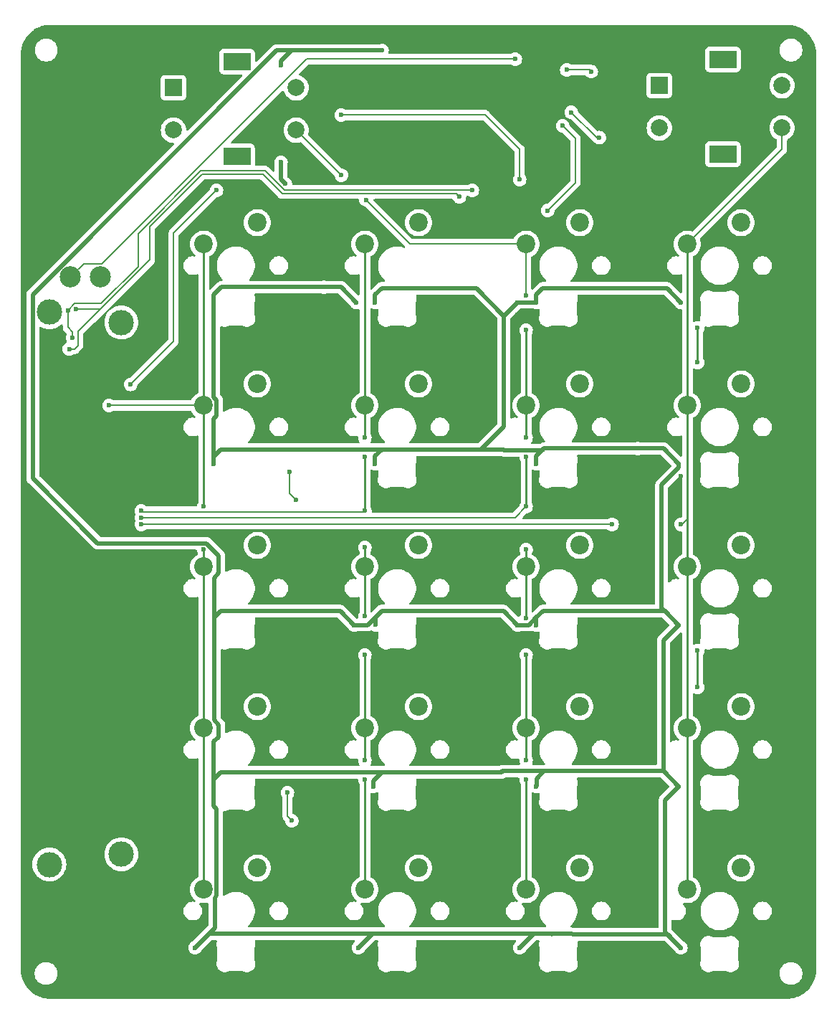
<source format=gbr>
%TF.GenerationSoftware,KiCad,Pcbnew,8.0.5*%
%TF.CreationDate,2024-11-15T15:43:01-05:00*%
%TF.ProjectId,bytesized_macropad,62797465-7369-47a6-9564-5f6d6163726f,rev?*%
%TF.SameCoordinates,Original*%
%TF.FileFunction,Copper,L1,Top*%
%TF.FilePolarity,Positive*%
%FSLAX46Y46*%
G04 Gerber Fmt 4.6, Leading zero omitted, Abs format (unit mm)*
G04 Created by KiCad (PCBNEW 8.0.5) date 2024-11-15 15:43:01*
%MOMM*%
%LPD*%
G01*
G04 APERTURE LIST*
%TA.AperFunction,ComponentPad*%
%ADD10C,2.200000*%
%TD*%
%TA.AperFunction,ComponentPad*%
%ADD11R,2.000000X2.000000*%
%TD*%
%TA.AperFunction,ComponentPad*%
%ADD12C,2.000000*%
%TD*%
%TA.AperFunction,ComponentPad*%
%ADD13R,3.200000X2.000000*%
%TD*%
%TA.AperFunction,ComponentPad*%
%ADD14C,3.000000*%
%TD*%
%TA.AperFunction,ComponentPad*%
%ADD15C,2.500000*%
%TD*%
%TA.AperFunction,ViaPad*%
%ADD16C,0.600000*%
%TD*%
%TA.AperFunction,Conductor*%
%ADD17C,0.500000*%
%TD*%
%TA.AperFunction,Conductor*%
%ADD18C,0.200000*%
%TD*%
%TA.AperFunction,Conductor*%
%ADD19C,0.250000*%
%TD*%
G04 APERTURE END LIST*
D10*
%TO.P,SW13,1,1*%
%TO.N,Net-(D13-A)*%
X119380000Y-111760000D03*
%TO.P,SW13,2,2*%
%TO.N,/COL1*%
X113030000Y-114300000D03*
%TD*%
D11*
%TO.P,SW21,A,A*%
%TO.N,Net-(R4-Pad1)*%
X109474000Y-38688000D03*
D12*
%TO.P,SW21,B,B*%
%TO.N,Net-(R5-Pad2)*%
X109474000Y-43688000D03*
%TO.P,SW21,C,C*%
%TO.N,GND*%
X109474000Y-41188000D03*
D13*
%TO.P,SW21,MP*%
%TO.N,N/C*%
X116974000Y-35588000D03*
X116974000Y-46788000D03*
D12*
%TO.P,SW21,S1,S1*%
%TO.N,/COL3*%
X123974000Y-43688000D03*
%TO.P,SW21,S2,S2*%
%TO.N,Net-(D21-A)*%
X123974000Y-38688000D03*
%TD*%
D10*
%TO.P,SW12,1,1*%
%TO.N,Net-(D12-A)*%
X176530000Y-92710000D03*
%TO.P,SW12,2,2*%
%TO.N,/COL4*%
X170180000Y-95250000D03*
%TD*%
%TO.P,SW4,1,1*%
%TO.N,Net-(D4-A)*%
X176530000Y-54610000D03*
%TO.P,SW4,2,2*%
%TO.N,/COL4*%
X170180000Y-57150000D03*
%TD*%
%TO.P,SW15,1,1*%
%TO.N,Net-(D15-A)*%
X157480000Y-111760000D03*
%TO.P,SW15,2,2*%
%TO.N,/COL3*%
X151130000Y-114300000D03*
%TD*%
%TO.P,SW18,1,1*%
%TO.N,Net-(D18-A)*%
X138430000Y-130810000D03*
%TO.P,SW18,2,2*%
%TO.N,/COL2*%
X132080000Y-133350000D03*
%TD*%
%TO.P,SW14,1,1*%
%TO.N,Net-(D14-A)*%
X138430000Y-111760000D03*
%TO.P,SW14,2,2*%
%TO.N,/COL2*%
X132080000Y-114300000D03*
%TD*%
%TO.P,SW2,1,1*%
%TO.N,Net-(D2-A)*%
X138430000Y-54610000D03*
%TO.P,SW2,2,2*%
%TO.N,/COL2*%
X132080000Y-57150000D03*
%TD*%
D11*
%TO.P,SW22,A,A*%
%TO.N,Net-(R7-Pad1)*%
X166878000Y-38434000D03*
D12*
%TO.P,SW22,B,B*%
%TO.N,Net-(R10-Pad2)*%
X166878000Y-43434000D03*
%TO.P,SW22,C,C*%
%TO.N,GND*%
X166878000Y-40934000D03*
D13*
%TO.P,SW22,MP*%
%TO.N,N/C*%
X174378000Y-35334000D03*
X174378000Y-46534000D03*
D12*
%TO.P,SW22,S1,S1*%
%TO.N,/COL4*%
X181378000Y-43434000D03*
%TO.P,SW22,S2,S2*%
%TO.N,Net-(D22-A)*%
X181378000Y-38434000D03*
%TD*%
D10*
%TO.P,SW6,1,1*%
%TO.N,Net-(D6-A)*%
X138430000Y-73660000D03*
%TO.P,SW6,2,2*%
%TO.N,/COL2*%
X132080000Y-76200000D03*
%TD*%
%TO.P,SW7,1,1*%
%TO.N,Net-(D7-A)*%
X157480000Y-73660000D03*
%TO.P,SW7,2,2*%
%TO.N,/COL3*%
X151130000Y-76200000D03*
%TD*%
%TO.P,SW11,1,1*%
%TO.N,Net-(D11-A)*%
X157480000Y-92710000D03*
%TO.P,SW11,2,2*%
%TO.N,/COL3*%
X151130000Y-95250000D03*
%TD*%
%TO.P,SW3,1,1*%
%TO.N,Net-(D3-A)*%
X157480000Y-54610000D03*
%TO.P,SW3,2,2*%
%TO.N,/COL3*%
X151130000Y-57150000D03*
%TD*%
%TO.P,SW5,1,1*%
%TO.N,Net-(D5-A)*%
X119380000Y-73660000D03*
%TO.P,SW5,2,2*%
%TO.N,/COL1*%
X113030000Y-76200000D03*
%TD*%
%TO.P,SW16,1,1*%
%TO.N,Net-(D16-A)*%
X176530000Y-111760000D03*
%TO.P,SW16,2,2*%
%TO.N,/COL4*%
X170180000Y-114300000D03*
%TD*%
%TO.P,SW17,1,1*%
%TO.N,Net-(D17-A)*%
X119380000Y-130810000D03*
%TO.P,SW17,2,2*%
%TO.N,/COL1*%
X113030000Y-133350000D03*
%TD*%
D14*
%TO.P,RV1,*%
%TO.N,*%
X94810000Y-65190000D03*
X103310000Y-66390000D03*
X103310000Y-129190000D03*
X94810000Y-130390000D03*
D15*
%TO.P,RV1,1,1*%
%TO.N,+3V3*%
X100810000Y-61040000D03*
%TO.P,RV1,2,2*%
%TO.N,/SLIDE*%
X97310000Y-61040000D03*
%TO.P,RV1,3,3*%
%TO.N,GND*%
X100810000Y-134540000D03*
%TD*%
D10*
%TO.P,SW1,1,1*%
%TO.N,Net-(D1-A)*%
X119380000Y-54610000D03*
%TO.P,SW1,2,2*%
%TO.N,/COL1*%
X113030000Y-57150000D03*
%TD*%
%TO.P,SW10,1,1*%
%TO.N,Net-(D10-A)*%
X138430000Y-92710000D03*
%TO.P,SW10,2,2*%
%TO.N,/COL2*%
X132080000Y-95250000D03*
%TD*%
%TO.P,SW8,1,1*%
%TO.N,Net-(D8-A)*%
X176530000Y-73660000D03*
%TO.P,SW8,2,2*%
%TO.N,/COL4*%
X170180000Y-76200000D03*
%TD*%
%TO.P,SW20,1,1*%
%TO.N,Net-(D20-A)*%
X176530000Y-130810000D03*
%TO.P,SW20,2,2*%
%TO.N,/COL4*%
X170180000Y-133350000D03*
%TD*%
%TO.P,SW19,1,1*%
%TO.N,Net-(D19-A)*%
X157480000Y-130810000D03*
%TO.P,SW19,2,2*%
%TO.N,/COL3*%
X151130000Y-133350000D03*
%TD*%
%TO.P,SW9,1,1*%
%TO.N,Net-(D9-A)*%
X119380000Y-92710000D03*
%TO.P,SW9,2,2*%
%TO.N,/COL1*%
X113030000Y-95250000D03*
%TD*%
D16*
%TO.N,/SCL*%
X97942400Y-64846200D03*
%TO.N,/SDA*%
X96989900Y-64973200D03*
%TO.N,/ENC2_B*%
X159791400Y-44577000D03*
X156464000Y-41579800D03*
%TO.N,/ENC2_A*%
X155930600Y-36576000D03*
X158826200Y-36779200D03*
%TO.N,GND*%
X152400000Y-127508000D03*
X139446000Y-124206000D03*
X141732000Y-65278000D03*
X116332000Y-94996000D03*
X122174000Y-103124000D03*
X179070000Y-103886000D03*
X112014000Y-103886000D03*
X120904000Y-70358000D03*
X111760000Y-141986000D03*
X173736000Y-56388000D03*
X117856000Y-108458000D03*
X100584000Y-75438000D03*
X168910000Y-105156000D03*
X146558000Y-84582000D03*
X169418000Y-84582000D03*
X158496000Y-124206000D03*
X130810000Y-141986000D03*
X121666000Y-64516000D03*
X160274000Y-141478000D03*
X171450000Y-99314000D03*
X127254000Y-122174000D03*
X141224000Y-140970000D03*
X166116000Y-67056000D03*
X150114000Y-122682000D03*
X150114000Y-142240000D03*
X99981500Y-72370000D03*
X182118000Y-56388000D03*
X157734000Y-61214000D03*
X121666000Y-57150000D03*
X149860000Y-70358000D03*
X179070000Y-64516000D03*
X141224000Y-103378000D03*
X158496000Y-86106000D03*
X146558000Y-67056000D03*
X168656000Y-92710000D03*
X160274000Y-65024000D03*
X121920000Y-141224000D03*
X150114000Y-65532000D03*
X127762000Y-66802000D03*
X160020000Y-103632000D03*
X143764000Y-70612000D03*
X165354000Y-54356000D03*
X168910000Y-111506000D03*
X139954000Y-86106000D03*
X95758000Y-72390000D03*
X147320000Y-104902000D03*
X174244000Y-108458000D03*
X130810000Y-103886000D03*
%TO.N,+5V*%
X114300000Y-102108000D03*
X150114000Y-64019999D03*
X134112000Y-34290000D03*
X164338000Y-81280000D03*
X131318000Y-140219999D03*
X152340000Y-64019999D03*
X133290000Y-64019999D03*
X150114000Y-102119999D03*
X133290000Y-83069999D03*
X112014000Y-140219999D03*
X169418000Y-64019999D03*
X152340000Y-121169999D03*
X133096000Y-121169999D03*
X114240000Y-83069999D03*
X114240000Y-121169999D03*
X122682000Y-50038000D03*
X169164000Y-83069999D03*
X152340000Y-83069999D03*
X122174000Y-47498000D03*
X152340000Y-102119999D03*
X133350000Y-102108000D03*
X131064000Y-64019999D03*
X127254000Y-62230000D03*
X169164000Y-102119999D03*
X114240000Y-64019999D03*
X150368000Y-140219999D03*
X169418000Y-140219999D03*
X130810000Y-102119999D03*
X169164000Y-121169999D03*
X122174000Y-36068000D03*
%TO.N,/ENC_A*%
X150368000Y-49530000D03*
X129286000Y-41910000D03*
%TO.N,/ROW2*%
X123190000Y-84074000D03*
X123952000Y-87376000D03*
%TO.N,/ROW4*%
X122936000Y-121920000D03*
X123444000Y-125222000D03*
%TO.N,/ROW6*%
X114554000Y-50800000D03*
X104394000Y-73720000D03*
%TO.N,/SDA*%
X144780000Y-50800000D03*
X97561400Y-68224400D03*
%TO.N,/SCL*%
X143256000Y-51562000D03*
X97155000Y-69519800D03*
%TO.N,Net-(LED4-DOUT)*%
X171390000Y-67056000D03*
X171390000Y-71120000D03*
%TO.N,Net-(LED12-DOUT)*%
X171390000Y-105156000D03*
X171390000Y-109474000D03*
%TO.N,/COL1*%
X113030000Y-88138000D03*
X113030000Y-93218000D03*
X101854000Y-76200000D03*
%TO.N,/COL2*%
X132080000Y-88646000D03*
X132080000Y-80010000D03*
X132080000Y-105664000D03*
X132080000Y-101092000D03*
X132080000Y-120396000D03*
X105664000Y-88646000D03*
X132080000Y-92964000D03*
X132080000Y-82296000D03*
X132080000Y-118110000D03*
%TO.N,/COL3*%
X132218000Y-51932000D03*
X151130000Y-88138000D03*
X151130000Y-93218000D03*
X151130000Y-105664000D03*
X151130000Y-82296000D03*
X151130000Y-120396000D03*
X151130000Y-67310000D03*
X129297000Y-49011000D03*
X151130000Y-118110000D03*
X151130000Y-63246000D03*
X105664000Y-89446003D03*
X151130000Y-101346000D03*
X151130000Y-80010000D03*
%TO.N,/COL4*%
X161290000Y-90246006D03*
X169418000Y-90246006D03*
X105664000Y-90246006D03*
%TO.N,/LED*%
X153670000Y-53178000D03*
X155448000Y-43180000D03*
%TO.N,/SLIDE*%
X149860000Y-35306000D03*
%TD*%
D17*
%TO.N,+5V*%
X148510000Y-65623999D02*
X148510000Y-78660242D01*
X148510000Y-78660242D02*
X145745200Y-81425042D01*
D18*
%TO.N,/SCL*%
X98215400Y-67450286D02*
X100819486Y-64846200D01*
X98215400Y-69100600D02*
X98215400Y-67450286D01*
%TO.N,/SDA*%
X97561400Y-67538600D02*
X97561400Y-68224400D01*
X96989900Y-66967100D02*
X97561400Y-67538600D01*
X96989900Y-64973200D02*
X96989900Y-66967100D01*
X120309471Y-48514000D02*
X122595471Y-50800000D01*
X122595471Y-50800000D02*
X144780000Y-50800000D01*
X112689471Y-48514000D02*
X120309471Y-48514000D01*
X105308400Y-55895071D02*
X112689471Y-48514000D01*
X105308400Y-59791600D02*
X105308400Y-55895071D01*
X97792371Y-64147700D02*
X100952300Y-64147700D01*
X100952300Y-64147700D02*
X105308400Y-59791600D01*
X96989900Y-64950171D02*
X97792371Y-64147700D01*
X96989900Y-64973200D02*
X96989900Y-64950171D01*
%TO.N,/SCL*%
X122320000Y-51200000D02*
X142894000Y-51200000D01*
X112855157Y-48914000D02*
X120034000Y-48914000D01*
X142894000Y-51200000D02*
X143256000Y-51562000D01*
X106665578Y-59000108D02*
X106665578Y-55103579D01*
X106665578Y-55103579D02*
X112855157Y-48914000D01*
X100819486Y-64846200D02*
X106665578Y-59000108D01*
X97942400Y-64846200D02*
X100819486Y-64846200D01*
X120034000Y-48914000D02*
X122320000Y-51200000D01*
X97796200Y-69519800D02*
X98215400Y-69100600D01*
X97155000Y-69519800D02*
X97796200Y-69519800D01*
%TO.N,/ENC2_B*%
X156464000Y-41579800D02*
X159461200Y-44577000D01*
X159461200Y-44577000D02*
X159791400Y-44577000D01*
%TO.N,/ENC2_A*%
X155930600Y-36576000D02*
X158623000Y-36576000D01*
X158623000Y-36576000D02*
X158826200Y-36779200D01*
D17*
%TO.N,+5V*%
X114580000Y-77464466D02*
X114240000Y-77804466D01*
X121654000Y-34290000D02*
X92860000Y-63084000D01*
X156464267Y-138588400D02*
X156107462Y-138575042D01*
X115011530Y-81425082D02*
X129165083Y-81425082D01*
X150114000Y-64019999D02*
X152340000Y-64019999D01*
X114276150Y-113354118D02*
X114808000Y-113885968D01*
X114580000Y-123860100D02*
X114240000Y-123520100D01*
X114457377Y-82030389D02*
X114682965Y-81753647D01*
X114273633Y-101212979D02*
X115011570Y-100475042D01*
X135128000Y-81425042D02*
X148469043Y-81425042D01*
X167374001Y-103909998D02*
X167374001Y-119380000D01*
X114240000Y-77804466D02*
X114240000Y-83069999D01*
X133323633Y-101212979D02*
X134061530Y-100475082D01*
X133323633Y-102081633D02*
X133323633Y-101212979D01*
X135127960Y-81425082D02*
X135128000Y-81425042D01*
X156721395Y-138673775D02*
X156464267Y-138588400D01*
X154286958Y-138575042D02*
X154178000Y-138684000D01*
X154069042Y-138575042D02*
X153162000Y-138575042D01*
X133290000Y-82196612D02*
X134061570Y-81425042D01*
X133290000Y-64019999D02*
X133290000Y-63146612D01*
X114300000Y-102108000D02*
X114276150Y-102131850D01*
X114457377Y-120130389D02*
X114682965Y-119853647D01*
X145261043Y-62375042D02*
X148510000Y-65623999D01*
X114580000Y-75557968D02*
X114580000Y-77464466D01*
X114240000Y-82247766D02*
X114457377Y-82030389D01*
X169164000Y-83566000D02*
X167132000Y-85598000D01*
X114276150Y-96543850D02*
X114276150Y-102084150D01*
X152012957Y-138575042D02*
X150368000Y-140219999D01*
X152340000Y-63119000D02*
X152340000Y-64019999D01*
X113340661Y-92468000D02*
X114808000Y-93935339D01*
X153256612Y-119380000D02*
X167374001Y-119380000D01*
X169418000Y-140219999D02*
X167871776Y-138673775D01*
X114240000Y-83069999D02*
X114240000Y-82247766D01*
X115156612Y-62230000D02*
X127254000Y-62230000D01*
X132962917Y-138575082D02*
X132962957Y-138575042D01*
X148469083Y-100475082D02*
X150114000Y-102119999D01*
X122174000Y-49530000D02*
X122174000Y-47498000D01*
X152340000Y-102119999D02*
X152340000Y-101246612D01*
X167132000Y-100475042D02*
X167519043Y-100475042D01*
X114808000Y-113885968D02*
X114808000Y-115336466D01*
X129165083Y-81425082D02*
X135127960Y-81425082D01*
X129274001Y-62230000D02*
X131064000Y-64019999D01*
X150114000Y-64019999D02*
X148510000Y-65623999D01*
X92860000Y-84799000D02*
X100529000Y-92468000D01*
X114276150Y-102131850D02*
X114276150Y-113354118D01*
X134366000Y-119525042D02*
X148215043Y-119525042D01*
X114682965Y-119853647D02*
X115011570Y-119525042D01*
X114340000Y-134326000D02*
X114580000Y-134086000D01*
X153083918Y-62375082D02*
X152340000Y-63119000D01*
X167374001Y-81280000D02*
X169164000Y-83069999D01*
X132416613Y-102119999D02*
X133323633Y-101212979D01*
X148360085Y-119380000D02*
X153256612Y-119380000D01*
X152373633Y-121098588D02*
X152373633Y-120262979D01*
X167519043Y-100475042D02*
X169164000Y-102119999D01*
X114682965Y-81753647D02*
X115011530Y-81425082D01*
X167132000Y-85598000D02*
X167132000Y-100087999D01*
X152340000Y-82196612D02*
X153256612Y-81280000D01*
X114240000Y-120904000D02*
X114240000Y-120347766D01*
X152340000Y-101246612D02*
X153111570Y-100475042D01*
X112146999Y-140086999D02*
X112014000Y-140219999D01*
X114240000Y-64019999D02*
X114240000Y-75217968D01*
X152340000Y-121169999D02*
X152392522Y-121117477D01*
X129165043Y-100475042D02*
X130810000Y-102119999D01*
X134061570Y-81425042D02*
X135128000Y-81425042D01*
X114808000Y-96012000D02*
X114276150Y-96543850D01*
X115011570Y-100475042D02*
X129165043Y-100475042D01*
X169418000Y-140219999D02*
X167560000Y-138361999D01*
X148510000Y-81465999D02*
X153070613Y-81465999D01*
X114276150Y-102084150D02*
X114300000Y-102108000D01*
X114240000Y-64019999D02*
X114240000Y-63146612D01*
X114340000Y-137893998D02*
X114340000Y-134326000D01*
X123444000Y-34290000D02*
X134112000Y-34290000D01*
X133096000Y-120490612D02*
X134061570Y-119525042D01*
X133096000Y-121169999D02*
X133096000Y-120490612D01*
X114240000Y-115904466D02*
X114240000Y-120904000D01*
X133290000Y-63146612D02*
X134061570Y-62375042D01*
X154178000Y-138684000D02*
X154069042Y-138575042D01*
X133350000Y-102108000D02*
X133323633Y-102081633D01*
X152373633Y-120262979D02*
X153256612Y-119380000D01*
X112146999Y-140086999D02*
X114340000Y-137893998D01*
X92860000Y-63084000D02*
X92860000Y-84799000D01*
X134061570Y-119525042D02*
X134366000Y-119525042D01*
X133290000Y-83069999D02*
X133290000Y-82196612D01*
X114240000Y-63146612D02*
X115156612Y-62230000D01*
X134061530Y-100475082D02*
X148469083Y-100475082D01*
X115011570Y-119525042D02*
X129165043Y-119525042D01*
X153162000Y-138575042D02*
X152012957Y-138575042D01*
X148590000Y-138575042D02*
X132962957Y-138575042D01*
X152392522Y-121117477D02*
X152373633Y-121098588D01*
X122174000Y-35560000D02*
X123444000Y-34290000D01*
X114240000Y-75217968D02*
X114580000Y-75557968D01*
X169164000Y-102119999D02*
X167374001Y-103909998D01*
X169418000Y-64019999D02*
X167773083Y-62375082D01*
X114808000Y-93935339D02*
X114808000Y-96012000D01*
X167374001Y-119380000D02*
X169164000Y-121169999D01*
X134061570Y-62375042D02*
X145261043Y-62375042D01*
X167871776Y-138673775D02*
X156721395Y-138673775D01*
X114240000Y-120347766D02*
X114457377Y-120130389D01*
X114240000Y-123520100D02*
X114240000Y-121169999D01*
X129673083Y-138575082D02*
X132962917Y-138575082D01*
X113658917Y-138575082D02*
X112146999Y-140086999D01*
X100529000Y-92468000D02*
X113340661Y-92468000D01*
X114580000Y-134086000D02*
X114580000Y-123860100D01*
X151466613Y-102119999D02*
X152340000Y-101246612D01*
X123444000Y-34290000D02*
X121654000Y-34290000D01*
X148215043Y-119525042D02*
X148360085Y-119380000D01*
X122174000Y-36068000D02*
X122174000Y-35560000D01*
X169164000Y-83069999D02*
X169164000Y-83566000D01*
X164338000Y-81280000D02*
X167374001Y-81280000D01*
X130810000Y-102119999D02*
X132416613Y-102119999D01*
X153256612Y-81280000D02*
X164338000Y-81280000D01*
X114808000Y-115336466D02*
X114240000Y-115904466D01*
X148723043Y-138575042D02*
X148590000Y-138575042D01*
X114300000Y-102108000D02*
X114273633Y-102081633D01*
X150114000Y-102119999D02*
X151466613Y-102119999D01*
X129165043Y-119525042D02*
X134366000Y-119525042D01*
X114240000Y-121169999D02*
X114240000Y-120904000D01*
X132962957Y-138575042D02*
X131318000Y-140219999D01*
X167773083Y-62375082D02*
X153083918Y-62375082D01*
X122682000Y-50038000D02*
X122174000Y-49530000D01*
X167560000Y-122773999D02*
X169164000Y-121169999D01*
X127254000Y-62230000D02*
X129274001Y-62230000D01*
X153111570Y-100475042D02*
X167132000Y-100475042D01*
X148590000Y-138575042D02*
X153162000Y-138575042D01*
X148469043Y-81425042D02*
X148510000Y-81465999D01*
X152340000Y-83069999D02*
X152340000Y-82196612D01*
X167132000Y-100087999D02*
X167519043Y-100475042D01*
X167560000Y-138361999D02*
X167560000Y-122773999D01*
X153070613Y-81465999D02*
X153256612Y-81280000D01*
X114273633Y-102081633D02*
X114273633Y-101212979D01*
X156107462Y-138575042D02*
X154286958Y-138575042D01*
X129673083Y-138575082D02*
X113658917Y-138575082D01*
D18*
%TO.N,/ENC_A*%
X150368000Y-45974000D02*
X150368000Y-49530000D01*
X129286000Y-41910000D02*
X146304000Y-41910000D01*
X146304000Y-41910000D02*
X150368000Y-45974000D01*
%TO.N,/ROW2*%
X123190000Y-86614000D02*
X123952000Y-87376000D01*
X123190000Y-84074000D02*
X123190000Y-86614000D01*
%TO.N,/ROW4*%
X122936000Y-121920000D02*
X122936000Y-124714000D01*
X122936000Y-124714000D02*
X123444000Y-125222000D01*
%TO.N,/ROW6*%
X109474000Y-68640000D02*
X104394000Y-73720000D01*
X114554000Y-50800000D02*
X109474000Y-55880000D01*
X109474000Y-55880000D02*
X109474000Y-68640000D01*
%TO.N,/SCL*%
X143256000Y-51562000D02*
X143017999Y-51323999D01*
D19*
%TO.N,Net-(LED4-DOUT)*%
X171390000Y-67056000D02*
X171390000Y-71120000D01*
%TO.N,Net-(LED12-DOUT)*%
X171390000Y-105156000D02*
X171390000Y-109474000D01*
%TO.N,/COL1*%
X113030000Y-93218000D02*
X113030000Y-114300000D01*
X113030000Y-57150000D02*
X113030000Y-88138000D01*
D18*
X101854000Y-76200000D02*
X113030000Y-76200000D01*
D19*
X113030000Y-133350000D02*
X113030000Y-114300000D01*
D18*
%TO.N,/COL2*%
X131988000Y-88738000D02*
X105756000Y-88738000D01*
D19*
X132080000Y-92964000D02*
X132080000Y-101092000D01*
X132080000Y-105664000D02*
X132080000Y-118110000D01*
D18*
X105756000Y-88738000D02*
X105664000Y-88646000D01*
D19*
X132080000Y-120396000D02*
X132080000Y-133350000D01*
X132080000Y-80010000D02*
X132080000Y-57150000D01*
D18*
X132080000Y-88646000D02*
X131988000Y-88738000D01*
D19*
X132080000Y-88646000D02*
X132080000Y-82296000D01*
D18*
%TO.N,/COL3*%
X151130000Y-63246000D02*
X151130000Y-57150000D01*
X151130000Y-88138000D02*
X149821997Y-89446003D01*
D19*
X151130000Y-101346000D02*
X151130000Y-93218000D01*
D18*
X149821997Y-89446003D02*
X105664000Y-89446003D01*
X123974000Y-43688000D02*
X129297000Y-49011000D01*
D19*
X151130000Y-80010000D02*
X151130000Y-67310000D01*
D18*
X132218000Y-51932000D02*
X137436000Y-57150000D01*
D19*
X151130000Y-133350000D02*
X151130000Y-120396000D01*
D18*
X137436000Y-57150000D02*
X151130000Y-57150000D01*
D19*
X151130000Y-118110000D02*
X151130000Y-105664000D01*
X151130000Y-88138000D02*
X151130000Y-82296000D01*
%TO.N,/COL4*%
X170180000Y-89662000D02*
X170180000Y-133350000D01*
X170180000Y-57150000D02*
X170180000Y-89662000D01*
D18*
X169418000Y-90246006D02*
X169595994Y-90246006D01*
X181378000Y-45952000D02*
X170180000Y-57150000D01*
X181378000Y-43434000D02*
X181378000Y-45952000D01*
X105664000Y-90246006D02*
X161290000Y-90246006D01*
X169595994Y-90246006D02*
X170180000Y-89662000D01*
%TO.N,/LED*%
X156972000Y-44704000D02*
X156972000Y-49876000D01*
X156972000Y-49876000D02*
X153670000Y-53178000D01*
X155448000Y-43180000D02*
X156972000Y-44704000D01*
%TO.N,/SLIDE*%
X125222000Y-35306000D02*
X149860000Y-35306000D01*
X101038000Y-59490000D02*
X125222000Y-35306000D01*
X98860000Y-59490000D02*
X101038000Y-59490000D01*
X97310000Y-61040000D02*
X98860000Y-59490000D01*
%TD*%
%TA.AperFunction,Conductor*%
%TO.N,GND*%
G36*
X150282632Y-120150185D02*
G01*
X150328387Y-120202989D01*
X150338813Y-120268383D01*
X150324435Y-120395996D01*
X150324435Y-120396003D01*
X150344630Y-120575249D01*
X150344631Y-120575254D01*
X150404211Y-120745524D01*
X150485493Y-120874881D01*
X150504500Y-120940854D01*
X150504500Y-131793866D01*
X150484815Y-131860905D01*
X150432011Y-131906660D01*
X150427955Y-131908426D01*
X150401142Y-131919532D01*
X150401141Y-131919533D01*
X150186346Y-132051160D01*
X150186343Y-132051161D01*
X149994776Y-132214776D01*
X149831161Y-132406343D01*
X149831160Y-132406346D01*
X149699533Y-132621140D01*
X149603126Y-132853889D01*
X149544317Y-133098848D01*
X149524551Y-133350000D01*
X149544317Y-133601151D01*
X149603126Y-133846110D01*
X149699533Y-134078859D01*
X149831160Y-134293653D01*
X149831161Y-134293656D01*
X149831164Y-134293659D01*
X149994776Y-134485224D01*
X150108783Y-134582595D01*
X150146976Y-134641102D01*
X150147474Y-134710970D01*
X150110121Y-134770016D01*
X150046774Y-134799494D01*
X150008854Y-134799358D01*
X149946611Y-134789500D01*
X149773389Y-134789500D01*
X149733728Y-134795781D01*
X149602302Y-134816597D01*
X149437552Y-134870128D01*
X149283211Y-134948768D01*
X149203256Y-135006859D01*
X149143072Y-135050586D01*
X149143070Y-135050588D01*
X149143069Y-135050588D01*
X149020588Y-135173069D01*
X149020588Y-135173070D01*
X149020586Y-135173072D01*
X148976859Y-135233256D01*
X148918768Y-135313211D01*
X148840128Y-135467552D01*
X148786597Y-135632302D01*
X148769146Y-135742486D01*
X148759500Y-135803389D01*
X148759500Y-135976611D01*
X148786598Y-136147701D01*
X148840127Y-136312445D01*
X148918768Y-136466788D01*
X149020586Y-136606928D01*
X149143072Y-136729414D01*
X149283212Y-136831232D01*
X149437555Y-136909873D01*
X149602299Y-136963402D01*
X149773389Y-136990500D01*
X149773390Y-136990500D01*
X149946610Y-136990500D01*
X149946611Y-136990500D01*
X150117701Y-136963402D01*
X150282445Y-136909873D01*
X150436788Y-136831232D01*
X150576928Y-136729414D01*
X150699414Y-136606928D01*
X150801232Y-136466788D01*
X150879873Y-136312445D01*
X150933402Y-136147701D01*
X150960500Y-135976611D01*
X150960500Y-135803389D01*
X150933402Y-135632299D01*
X150879873Y-135467555D01*
X150801232Y-135313212D01*
X150699414Y-135173072D01*
X150641232Y-135114890D01*
X150607747Y-135053567D01*
X150612731Y-134983875D01*
X150654603Y-134927942D01*
X150720067Y-134903525D01*
X150757856Y-134906634D01*
X150878852Y-134935683D01*
X151130000Y-134955449D01*
X151381148Y-134935683D01*
X151626111Y-134876873D01*
X151858859Y-134780466D01*
X152073659Y-134648836D01*
X152265224Y-134485224D01*
X152428836Y-134293659D01*
X152560466Y-134078859D01*
X152656873Y-133846111D01*
X152715683Y-133601148D01*
X152735449Y-133350000D01*
X152715683Y-133098852D01*
X152656873Y-132853889D01*
X152560466Y-132621141D01*
X152560466Y-132621140D01*
X152428839Y-132406346D01*
X152428838Y-132406343D01*
X152287165Y-132240466D01*
X152265224Y-132214776D01*
X152104174Y-132077226D01*
X152073656Y-132051161D01*
X152073653Y-132051160D01*
X151858858Y-131919533D01*
X151858857Y-131919532D01*
X151832045Y-131908426D01*
X151777642Y-131864584D01*
X151755579Y-131798289D01*
X151755500Y-131793866D01*
X151755500Y-130810000D01*
X155874551Y-130810000D01*
X155894317Y-131061151D01*
X155953126Y-131306110D01*
X156049533Y-131538859D01*
X156181160Y-131753653D01*
X156181161Y-131753656D01*
X156236604Y-131818571D01*
X156344776Y-131945224D01*
X156468811Y-132051160D01*
X156536343Y-132108838D01*
X156536346Y-132108839D01*
X156751140Y-132240466D01*
X156929559Y-132314369D01*
X156983889Y-132336873D01*
X157228852Y-132395683D01*
X157480000Y-132415449D01*
X157731148Y-132395683D01*
X157976111Y-132336873D01*
X158208859Y-132240466D01*
X158423659Y-132108836D01*
X158615224Y-131945224D01*
X158778836Y-131753659D01*
X158910466Y-131538859D01*
X159006873Y-131306111D01*
X159065683Y-131061148D01*
X159085449Y-130810000D01*
X159065683Y-130558852D01*
X159006873Y-130313889D01*
X158990481Y-130274315D01*
X158910466Y-130081140D01*
X158778839Y-129866346D01*
X158778838Y-129866343D01*
X158683773Y-129755037D01*
X158615224Y-129674776D01*
X158477131Y-129556833D01*
X158423656Y-129511161D01*
X158423653Y-129511160D01*
X158208859Y-129379533D01*
X157976110Y-129283126D01*
X157731151Y-129224317D01*
X157480000Y-129204551D01*
X157228848Y-129224317D01*
X156983889Y-129283126D01*
X156751140Y-129379533D01*
X156536346Y-129511160D01*
X156536343Y-129511161D01*
X156344776Y-129674776D01*
X156181161Y-129866343D01*
X156181160Y-129866346D01*
X156049533Y-130081140D01*
X155953126Y-130313889D01*
X155894317Y-130558848D01*
X155874551Y-130810000D01*
X151755500Y-130810000D01*
X151755500Y-121972502D01*
X151775185Y-121905463D01*
X151827989Y-121859708D01*
X151897147Y-121849764D01*
X151945469Y-121867507D01*
X151990476Y-121895787D01*
X151990478Y-121895788D01*
X152160745Y-121955367D01*
X152160750Y-121955368D01*
X152339996Y-121975564D01*
X152340000Y-121975564D01*
X152340004Y-121975564D01*
X152519249Y-121955368D01*
X152519252Y-121955367D01*
X152519255Y-121955367D01*
X152519256Y-121955366D01*
X152519259Y-121955366D01*
X152565543Y-121939170D01*
X152574545Y-121936019D01*
X152644324Y-121932457D01*
X152704952Y-121967185D01*
X152737179Y-122029179D01*
X152739501Y-122053061D01*
X152739501Y-122594422D01*
X152727307Y-122648045D01*
X152726719Y-122649271D01*
X152726639Y-122649438D01*
X152707766Y-122688637D01*
X152707442Y-122689439D01*
X152700018Y-122704910D01*
X152651901Y-122881054D01*
X152651901Y-122881056D01*
X152639869Y-123022886D01*
X152636465Y-123063005D01*
X152654221Y-123244742D01*
X152654222Y-123244744D01*
X152704580Y-123420261D01*
X152785880Y-123583763D01*
X152785881Y-123583765D01*
X152785883Y-123583768D01*
X152851600Y-123671397D01*
X152895438Y-123729852D01*
X152895439Y-123729853D01*
X152895440Y-123729854D01*
X153029632Y-123853695D01*
X153184025Y-123951197D01*
X153296288Y-123996199D01*
X153353514Y-124019139D01*
X153353515Y-124019139D01*
X153353517Y-124019140D01*
X153532508Y-124055279D01*
X153532502Y-124055279D01*
X153548822Y-124055559D01*
X153715084Y-124058420D01*
X153895212Y-124028458D01*
X153939514Y-124012443D01*
X154066936Y-123966385D01*
X154066937Y-123966383D01*
X154066940Y-123966383D01*
X154081328Y-123957997D01*
X154082639Y-123957345D01*
X154088948Y-123953657D01*
X154088950Y-123953657D01*
X154116692Y-123937443D01*
X154179262Y-123920499D01*
X155660392Y-123920499D01*
X155660514Y-123920506D01*
X155668605Y-123920505D01*
X155668608Y-123920506D01*
X155700742Y-123920502D01*
X155763304Y-123937434D01*
X155791130Y-123953691D01*
X155791132Y-123953691D01*
X155797280Y-123957283D01*
X155798935Y-123958108D01*
X155813078Y-123966350D01*
X155984800Y-124028421D01*
X156164921Y-124058382D01*
X156344598Y-124055290D01*
X156347491Y-124055241D01*
X156526466Y-124019105D01*
X156526469Y-124019103D01*
X156526474Y-124019103D01*
X156695960Y-123951162D01*
X156850346Y-123853663D01*
X156984533Y-123729827D01*
X157094085Y-123583747D01*
X157175384Y-123420248D01*
X157225742Y-123244733D01*
X157243497Y-123063003D01*
X157228060Y-122881060D01*
X157179943Y-122704918D01*
X157177620Y-122700078D01*
X157172696Y-122689816D01*
X157172090Y-122688311D01*
X157168993Y-122681882D01*
X157168993Y-122681880D01*
X157152785Y-122648233D01*
X157140502Y-122594409D01*
X157140507Y-122557008D01*
X157140506Y-122557004D01*
X157140507Y-122548998D01*
X157140499Y-122548860D01*
X157140499Y-121291403D01*
X157140507Y-121291270D01*
X157140506Y-121282995D01*
X157140507Y-121282992D01*
X157140502Y-121245585D01*
X157150496Y-121201658D01*
X157150829Y-121197007D01*
X157152385Y-121193354D01*
X157152714Y-121191911D01*
X157152781Y-121191773D01*
X157155219Y-121186692D01*
X157155224Y-121186682D01*
X157155228Y-121186684D01*
X157155269Y-121186586D01*
X157169034Y-121157995D01*
X157169034Y-121157990D01*
X157172428Y-121150942D01*
X157172698Y-121150269D01*
X157176547Y-121142250D01*
X157179983Y-121135091D01*
X157228100Y-120958942D01*
X157243537Y-120776993D01*
X157225781Y-120595255D01*
X157175420Y-120419734D01*
X157127074Y-120322507D01*
X157120711Y-120309710D01*
X157108488Y-120240917D01*
X157135398Y-120176438D01*
X157192896Y-120136742D01*
X157231742Y-120130500D01*
X167011771Y-120130500D01*
X167078810Y-120150185D01*
X167099452Y-120166819D01*
X168014951Y-121082318D01*
X168048436Y-121143641D01*
X168043452Y-121213333D01*
X168014951Y-121257680D01*
X166977048Y-122295582D01*
X166957289Y-122325154D01*
X166937662Y-122354530D01*
X166894919Y-122418498D01*
X166894912Y-122418510D01*
X166838343Y-122555081D01*
X166838340Y-122555091D01*
X166809500Y-122700078D01*
X166809500Y-137799275D01*
X166789815Y-137866314D01*
X166737011Y-137912069D01*
X166685500Y-137923275D01*
X156862780Y-137923275D01*
X156823705Y-137916957D01*
X156746260Y-137891242D01*
X156733631Y-137886266D01*
X156710023Y-137875436D01*
X156675060Y-137867109D01*
X156664717Y-137864166D01*
X156630610Y-137852842D01*
X156604837Y-137849624D01*
X156591479Y-137847208D01*
X156566212Y-137841191D01*
X156566204Y-137841190D01*
X156530294Y-137839846D01*
X156519571Y-137838977D01*
X156483918Y-137834525D01*
X156483901Y-137834524D01*
X156475726Y-137835115D01*
X156407443Y-137820308D01*
X156358006Y-137770935D01*
X156343109Y-137702672D01*
X156367483Y-137637192D01*
X156391309Y-137613064D01*
X156427042Y-137585646D01*
X156635646Y-137377042D01*
X156815238Y-137142994D01*
X156962743Y-136887507D01*
X157075639Y-136614952D01*
X157151993Y-136329993D01*
X157190500Y-136037506D01*
X157190500Y-135803389D01*
X158919500Y-135803389D01*
X158919500Y-135976611D01*
X158946598Y-136147701D01*
X159000127Y-136312445D01*
X159078768Y-136466788D01*
X159180586Y-136606928D01*
X159303072Y-136729414D01*
X159443212Y-136831232D01*
X159597555Y-136909873D01*
X159762299Y-136963402D01*
X159933389Y-136990500D01*
X159933390Y-136990500D01*
X160106610Y-136990500D01*
X160106611Y-136990500D01*
X160277701Y-136963402D01*
X160442445Y-136909873D01*
X160596788Y-136831232D01*
X160736928Y-136729414D01*
X160859414Y-136606928D01*
X160961232Y-136466788D01*
X161039873Y-136312445D01*
X161093402Y-136147701D01*
X161120500Y-135976611D01*
X161120500Y-135803389D01*
X161093402Y-135632299D01*
X161039873Y-135467555D01*
X160961232Y-135313212D01*
X160859414Y-135173072D01*
X160736928Y-135050586D01*
X160596788Y-134948768D01*
X160442445Y-134870127D01*
X160277701Y-134816598D01*
X160277699Y-134816597D01*
X160277698Y-134816597D01*
X160146271Y-134795781D01*
X160106611Y-134789500D01*
X159933389Y-134789500D01*
X159893728Y-134795781D01*
X159762302Y-134816597D01*
X159597552Y-134870128D01*
X159443211Y-134948768D01*
X159363256Y-135006859D01*
X159303072Y-135050586D01*
X159303070Y-135050588D01*
X159303069Y-135050588D01*
X159180588Y-135173069D01*
X159180588Y-135173070D01*
X159180586Y-135173072D01*
X159136859Y-135233256D01*
X159078768Y-135313211D01*
X159000128Y-135467552D01*
X158946597Y-135632302D01*
X158929146Y-135742486D01*
X158919500Y-135803389D01*
X157190500Y-135803389D01*
X157190500Y-135742494D01*
X157151993Y-135450007D01*
X157075639Y-135165048D01*
X156962743Y-134892493D01*
X156938565Y-134850616D01*
X156815238Y-134637006D01*
X156635647Y-134402959D01*
X156635641Y-134402952D01*
X156427047Y-134194358D01*
X156427040Y-134194352D01*
X156192993Y-134014761D01*
X155937510Y-133867258D01*
X155937500Y-133867254D01*
X155664961Y-133754364D01*
X155664954Y-133754362D01*
X155664952Y-133754361D01*
X155379993Y-133678007D01*
X155331113Y-133671571D01*
X155087513Y-133639500D01*
X155087506Y-133639500D01*
X154792494Y-133639500D01*
X154792486Y-133639500D01*
X154514085Y-133676153D01*
X154500007Y-133678007D01*
X154215048Y-133754361D01*
X154215038Y-133754364D01*
X153942499Y-133867254D01*
X153942489Y-133867258D01*
X153687006Y-134014761D01*
X153452959Y-134194352D01*
X153452952Y-134194358D01*
X153244358Y-134402952D01*
X153244352Y-134402959D01*
X153064761Y-134637006D01*
X152917258Y-134892489D01*
X152917254Y-134892499D01*
X152804364Y-135165038D01*
X152804361Y-135165048D01*
X152728008Y-135450004D01*
X152728006Y-135450015D01*
X152689500Y-135742486D01*
X152689500Y-136037513D01*
X152721571Y-136281113D01*
X152728007Y-136329993D01*
X152802212Y-136606930D01*
X152804361Y-136614951D01*
X152804364Y-136614961D01*
X152917254Y-136887500D01*
X152917258Y-136887510D01*
X153064761Y-137142993D01*
X153244352Y-137377040D01*
X153244358Y-137377047D01*
X153452952Y-137585641D01*
X153452959Y-137585647D01*
X153474487Y-137602166D01*
X153515690Y-137658593D01*
X153519845Y-137728339D01*
X153485633Y-137789260D01*
X153423916Y-137822013D01*
X153399001Y-137824542D01*
X137430999Y-137824542D01*
X137363960Y-137804857D01*
X137318205Y-137752053D01*
X137308261Y-137682895D01*
X137337286Y-137619339D01*
X137355513Y-137602166D01*
X137360404Y-137598412D01*
X137377042Y-137585646D01*
X137585646Y-137377042D01*
X137765238Y-137142994D01*
X137912743Y-136887507D01*
X138025639Y-136614952D01*
X138101993Y-136329993D01*
X138140500Y-136037506D01*
X138140500Y-135803389D01*
X139869500Y-135803389D01*
X139869500Y-135976611D01*
X139896598Y-136147701D01*
X139950127Y-136312445D01*
X140028768Y-136466788D01*
X140130586Y-136606928D01*
X140253072Y-136729414D01*
X140393212Y-136831232D01*
X140547555Y-136909873D01*
X140712299Y-136963402D01*
X140883389Y-136990500D01*
X140883390Y-136990500D01*
X141056610Y-136990500D01*
X141056611Y-136990500D01*
X141227701Y-136963402D01*
X141392445Y-136909873D01*
X141546788Y-136831232D01*
X141686928Y-136729414D01*
X141809414Y-136606928D01*
X141911232Y-136466788D01*
X141989873Y-136312445D01*
X142043402Y-136147701D01*
X142070500Y-135976611D01*
X142070500Y-135803389D01*
X142043402Y-135632299D01*
X141989873Y-135467555D01*
X141911232Y-135313212D01*
X141809414Y-135173072D01*
X141686928Y-135050586D01*
X141546788Y-134948768D01*
X141392445Y-134870127D01*
X141227701Y-134816598D01*
X141227699Y-134816597D01*
X141227698Y-134816597D01*
X141096271Y-134795781D01*
X141056611Y-134789500D01*
X140883389Y-134789500D01*
X140843728Y-134795781D01*
X140712302Y-134816597D01*
X140547552Y-134870128D01*
X140393211Y-134948768D01*
X140313256Y-135006859D01*
X140253072Y-135050586D01*
X140253070Y-135050588D01*
X140253069Y-135050588D01*
X140130588Y-135173069D01*
X140130588Y-135173070D01*
X140130586Y-135173072D01*
X140086859Y-135233256D01*
X140028768Y-135313211D01*
X139950128Y-135467552D01*
X139896597Y-135632302D01*
X139879146Y-135742486D01*
X139869500Y-135803389D01*
X138140500Y-135803389D01*
X138140500Y-135742494D01*
X138101993Y-135450007D01*
X138025639Y-135165048D01*
X137912743Y-134892493D01*
X137888565Y-134850616D01*
X137765238Y-134637006D01*
X137585647Y-134402959D01*
X137585641Y-134402952D01*
X137377047Y-134194358D01*
X137377040Y-134194352D01*
X137142993Y-134014761D01*
X136887510Y-133867258D01*
X136887500Y-133867254D01*
X136614961Y-133754364D01*
X136614954Y-133754362D01*
X136614952Y-133754361D01*
X136329993Y-133678007D01*
X136281113Y-133671571D01*
X136037513Y-133639500D01*
X136037506Y-133639500D01*
X135742494Y-133639500D01*
X135742486Y-133639500D01*
X135464085Y-133676153D01*
X135450007Y-133678007D01*
X135165048Y-133754361D01*
X135165038Y-133754364D01*
X134892499Y-133867254D01*
X134892489Y-133867258D01*
X134637006Y-134014761D01*
X134402959Y-134194352D01*
X134402952Y-134194358D01*
X134194358Y-134402952D01*
X134194352Y-134402959D01*
X134014761Y-134637006D01*
X133867258Y-134892489D01*
X133867254Y-134892499D01*
X133754364Y-135165038D01*
X133754361Y-135165048D01*
X133678008Y-135450004D01*
X133678006Y-135450015D01*
X133639500Y-135742486D01*
X133639500Y-136037513D01*
X133671571Y-136281113D01*
X133678007Y-136329993D01*
X133752212Y-136606930D01*
X133754361Y-136614951D01*
X133754364Y-136614961D01*
X133867254Y-136887500D01*
X133867258Y-136887510D01*
X134014761Y-137142993D01*
X134194352Y-137377040D01*
X134194358Y-137377047D01*
X134402952Y-137585641D01*
X134402959Y-137585647D01*
X134424487Y-137602166D01*
X134465690Y-137658593D01*
X134469845Y-137728339D01*
X134435633Y-137789260D01*
X134373916Y-137822013D01*
X134349001Y-137824542D01*
X132883354Y-137824542D01*
X132882539Y-137824582D01*
X118380947Y-137824582D01*
X118313908Y-137804897D01*
X118268153Y-137752093D01*
X118258209Y-137682935D01*
X118287234Y-137619379D01*
X118305461Y-137602206D01*
X118312448Y-137596843D01*
X118327042Y-137585646D01*
X118535646Y-137377042D01*
X118715238Y-137142994D01*
X118862743Y-136887507D01*
X118975639Y-136614952D01*
X119051993Y-136329993D01*
X119090500Y-136037506D01*
X119090500Y-135803389D01*
X120819500Y-135803389D01*
X120819500Y-135976611D01*
X120846598Y-136147701D01*
X120900127Y-136312445D01*
X120978768Y-136466788D01*
X121080586Y-136606928D01*
X121203072Y-136729414D01*
X121343212Y-136831232D01*
X121497555Y-136909873D01*
X121662299Y-136963402D01*
X121833389Y-136990500D01*
X121833390Y-136990500D01*
X122006610Y-136990500D01*
X122006611Y-136990500D01*
X122177701Y-136963402D01*
X122342445Y-136909873D01*
X122496788Y-136831232D01*
X122636928Y-136729414D01*
X122759414Y-136606928D01*
X122861232Y-136466788D01*
X122939873Y-136312445D01*
X122993402Y-136147701D01*
X123020500Y-135976611D01*
X123020500Y-135803389D01*
X122993402Y-135632299D01*
X122939873Y-135467555D01*
X122861232Y-135313212D01*
X122759414Y-135173072D01*
X122636928Y-135050586D01*
X122496788Y-134948768D01*
X122342445Y-134870127D01*
X122177701Y-134816598D01*
X122177699Y-134816597D01*
X122177698Y-134816597D01*
X122046271Y-134795781D01*
X122006611Y-134789500D01*
X121833389Y-134789500D01*
X121793728Y-134795781D01*
X121662302Y-134816597D01*
X121497552Y-134870128D01*
X121343211Y-134948768D01*
X121263256Y-135006859D01*
X121203072Y-135050586D01*
X121203070Y-135050588D01*
X121203069Y-135050588D01*
X121080588Y-135173069D01*
X121080588Y-135173070D01*
X121080586Y-135173072D01*
X121036859Y-135233256D01*
X120978768Y-135313211D01*
X120900128Y-135467552D01*
X120846597Y-135632302D01*
X120829146Y-135742486D01*
X120819500Y-135803389D01*
X119090500Y-135803389D01*
X119090500Y-135742494D01*
X119051993Y-135450007D01*
X118975639Y-135165048D01*
X118862743Y-134892493D01*
X118838565Y-134850616D01*
X118715238Y-134637006D01*
X118535647Y-134402959D01*
X118535641Y-134402952D01*
X118327047Y-134194358D01*
X118327040Y-134194352D01*
X118092993Y-134014761D01*
X117837510Y-133867258D01*
X117837500Y-133867254D01*
X117564961Y-133754364D01*
X117564954Y-133754362D01*
X117564952Y-133754361D01*
X117279993Y-133678007D01*
X117231113Y-133671571D01*
X116987513Y-133639500D01*
X116987506Y-133639500D01*
X116692494Y-133639500D01*
X116692486Y-133639500D01*
X116414085Y-133676153D01*
X116400007Y-133678007D01*
X116115048Y-133754361D01*
X116115038Y-133754364D01*
X115842499Y-133867254D01*
X115842489Y-133867258D01*
X115587006Y-134014761D01*
X115529986Y-134058514D01*
X115464816Y-134083708D01*
X115396372Y-134069669D01*
X115346382Y-134020855D01*
X115330500Y-133960138D01*
X115330500Y-130810000D01*
X117774551Y-130810000D01*
X117794317Y-131061151D01*
X117853126Y-131306110D01*
X117949533Y-131538859D01*
X118081160Y-131753653D01*
X118081161Y-131753656D01*
X118136604Y-131818571D01*
X118244776Y-131945224D01*
X118368811Y-132051160D01*
X118436343Y-132108838D01*
X118436346Y-132108839D01*
X118651140Y-132240466D01*
X118829559Y-132314369D01*
X118883889Y-132336873D01*
X119128852Y-132395683D01*
X119380000Y-132415449D01*
X119631148Y-132395683D01*
X119876111Y-132336873D01*
X120108859Y-132240466D01*
X120323659Y-132108836D01*
X120515224Y-131945224D01*
X120678836Y-131753659D01*
X120810466Y-131538859D01*
X120906873Y-131306111D01*
X120965683Y-131061148D01*
X120985449Y-130810000D01*
X120965683Y-130558852D01*
X120906873Y-130313889D01*
X120890481Y-130274315D01*
X120810466Y-130081140D01*
X120678839Y-129866346D01*
X120678838Y-129866343D01*
X120583773Y-129755037D01*
X120515224Y-129674776D01*
X120377131Y-129556833D01*
X120323656Y-129511161D01*
X120323653Y-129511160D01*
X120108859Y-129379533D01*
X119876110Y-129283126D01*
X119631151Y-129224317D01*
X119380000Y-129204551D01*
X119128848Y-129224317D01*
X118883889Y-129283126D01*
X118651140Y-129379533D01*
X118436346Y-129511160D01*
X118436343Y-129511161D01*
X118244776Y-129674776D01*
X118081161Y-129866343D01*
X118081160Y-129866346D01*
X117949533Y-130081140D01*
X117853126Y-130313889D01*
X117794317Y-130558848D01*
X117774551Y-130810000D01*
X115330500Y-130810000D01*
X115330500Y-124179676D01*
X115350185Y-124112637D01*
X115402989Y-124066882D01*
X115456632Y-124055694D01*
X115615084Y-124058420D01*
X115795212Y-124028458D01*
X115839514Y-124012443D01*
X115966936Y-123966385D01*
X115966937Y-123966383D01*
X115966940Y-123966383D01*
X115981328Y-123957997D01*
X115982639Y-123957345D01*
X115988948Y-123953657D01*
X115988950Y-123953657D01*
X116016692Y-123937443D01*
X116079262Y-123920499D01*
X117560392Y-123920499D01*
X117560514Y-123920506D01*
X117568605Y-123920505D01*
X117568608Y-123920506D01*
X117600742Y-123920502D01*
X117663304Y-123937434D01*
X117691130Y-123953691D01*
X117691132Y-123953691D01*
X117697280Y-123957283D01*
X117698935Y-123958108D01*
X117713078Y-123966350D01*
X117884800Y-124028421D01*
X118064921Y-124058382D01*
X118244598Y-124055290D01*
X118247491Y-124055241D01*
X118426466Y-124019105D01*
X118426469Y-124019103D01*
X118426474Y-124019103D01*
X118595960Y-123951162D01*
X118750346Y-123853663D01*
X118884533Y-123729827D01*
X118994085Y-123583747D01*
X119075384Y-123420248D01*
X119125742Y-123244733D01*
X119143497Y-123063003D01*
X119128060Y-122881060D01*
X119079943Y-122704918D01*
X119077620Y-122700078D01*
X119072696Y-122689816D01*
X119072090Y-122688311D01*
X119068993Y-122681882D01*
X119068993Y-122681880D01*
X119052785Y-122648233D01*
X119040502Y-122594409D01*
X119040507Y-122557008D01*
X119040506Y-122557004D01*
X119040507Y-122548998D01*
X119040499Y-122548860D01*
X119040499Y-121919996D01*
X122130435Y-121919996D01*
X122130435Y-121920003D01*
X122150630Y-122099249D01*
X122150631Y-122099254D01*
X122210211Y-122269523D01*
X122226586Y-122295583D01*
X122303826Y-122418510D01*
X122306185Y-122422263D01*
X122308445Y-122425097D01*
X122309334Y-122427275D01*
X122309889Y-122428158D01*
X122309734Y-122428255D01*
X122334855Y-122489783D01*
X122335500Y-122502412D01*
X122335500Y-124627330D01*
X122335499Y-124627348D01*
X122335499Y-124793054D01*
X122335498Y-124793054D01*
X122376423Y-124945785D01*
X122402074Y-124990214D01*
X122402076Y-124990216D01*
X122455479Y-125082714D01*
X122455481Y-125082717D01*
X122574349Y-125201585D01*
X122574355Y-125201590D01*
X122613298Y-125240533D01*
X122646783Y-125301856D01*
X122648837Y-125314330D01*
X122658630Y-125401249D01*
X122718210Y-125571521D01*
X122814184Y-125724262D01*
X122941738Y-125851816D01*
X123094478Y-125947789D01*
X123264745Y-126007368D01*
X123264750Y-126007369D01*
X123443996Y-126027565D01*
X123444000Y-126027565D01*
X123444004Y-126027565D01*
X123623249Y-126007369D01*
X123623252Y-126007368D01*
X123623255Y-126007368D01*
X123793522Y-125947789D01*
X123946262Y-125851816D01*
X124073816Y-125724262D01*
X124169789Y-125571522D01*
X124229368Y-125401255D01*
X124239162Y-125314330D01*
X124249565Y-125222003D01*
X124249565Y-125221996D01*
X124229369Y-125042750D01*
X124229368Y-125042745D01*
X124169788Y-124872476D01*
X124119885Y-124793057D01*
X124073816Y-124719738D01*
X123946262Y-124592184D01*
X123793523Y-124496211D01*
X123619545Y-124435334D01*
X123562769Y-124394612D01*
X123537022Y-124329659D01*
X123536500Y-124318292D01*
X123536500Y-122502412D01*
X123556185Y-122435373D01*
X123563555Y-122425097D01*
X123565810Y-122422267D01*
X123565816Y-122422262D01*
X123661789Y-122269522D01*
X123721368Y-122099255D01*
X123721369Y-122099249D01*
X123741565Y-121920003D01*
X123741565Y-121919996D01*
X123721369Y-121740750D01*
X123721368Y-121740745D01*
X123661788Y-121570476D01*
X123565815Y-121417737D01*
X123438262Y-121290184D01*
X123285523Y-121194211D01*
X123115254Y-121134631D01*
X123115249Y-121134630D01*
X122936004Y-121114435D01*
X122935996Y-121114435D01*
X122756750Y-121134630D01*
X122756745Y-121134631D01*
X122586476Y-121194211D01*
X122433737Y-121290184D01*
X122306184Y-121417737D01*
X122210211Y-121570476D01*
X122150631Y-121740745D01*
X122150630Y-121740750D01*
X122130435Y-121919996D01*
X119040499Y-121919996D01*
X119040499Y-121291403D01*
X119040507Y-121291270D01*
X119040506Y-121282995D01*
X119040507Y-121282992D01*
X119040502Y-121245585D01*
X119050496Y-121201658D01*
X119050829Y-121197007D01*
X119052385Y-121193354D01*
X119052714Y-121191911D01*
X119052781Y-121191773D01*
X119055219Y-121186692D01*
X119055224Y-121186682D01*
X119055228Y-121186684D01*
X119055269Y-121186586D01*
X119069034Y-121157995D01*
X119069034Y-121157990D01*
X119072428Y-121150942D01*
X119072698Y-121150269D01*
X119076547Y-121142250D01*
X119079983Y-121135091D01*
X119128100Y-120958942D01*
X119143537Y-120776993D01*
X119125781Y-120595255D01*
X119094911Y-120487665D01*
X119079439Y-120433740D01*
X119079871Y-120363872D01*
X119118008Y-120305329D01*
X119181742Y-120276697D01*
X119198630Y-120275542D01*
X129091125Y-120275542D01*
X131150435Y-120275542D01*
X131217474Y-120295227D01*
X131263229Y-120348031D01*
X131272195Y-120389245D01*
X131273655Y-120389081D01*
X131294630Y-120575249D01*
X131294631Y-120575254D01*
X131354211Y-120745524D01*
X131435493Y-120874881D01*
X131454500Y-120940854D01*
X131454500Y-131793866D01*
X131434815Y-131860905D01*
X131382011Y-131906660D01*
X131377955Y-131908426D01*
X131351142Y-131919532D01*
X131351141Y-131919533D01*
X131136346Y-132051160D01*
X131136343Y-132051161D01*
X130944776Y-132214776D01*
X130781161Y-132406343D01*
X130781160Y-132406346D01*
X130649533Y-132621140D01*
X130553126Y-132853889D01*
X130494317Y-133098848D01*
X130474551Y-133350000D01*
X130494317Y-133601151D01*
X130553126Y-133846110D01*
X130649533Y-134078859D01*
X130781160Y-134293653D01*
X130781161Y-134293656D01*
X130781164Y-134293659D01*
X130944776Y-134485224D01*
X131058783Y-134582595D01*
X131096976Y-134641102D01*
X131097474Y-134710970D01*
X131060121Y-134770016D01*
X130996774Y-134799494D01*
X130958854Y-134799358D01*
X130896611Y-134789500D01*
X130723389Y-134789500D01*
X130683728Y-134795781D01*
X130552302Y-134816597D01*
X130387552Y-134870128D01*
X130233211Y-134948768D01*
X130153256Y-135006859D01*
X130093072Y-135050586D01*
X130093070Y-135050588D01*
X130093069Y-135050588D01*
X129970588Y-135173069D01*
X129970588Y-135173070D01*
X129970586Y-135173072D01*
X129926859Y-135233256D01*
X129868768Y-135313211D01*
X129790128Y-135467552D01*
X129736597Y-135632302D01*
X129719146Y-135742486D01*
X129709500Y-135803389D01*
X129709500Y-135976611D01*
X129736598Y-136147701D01*
X129790127Y-136312445D01*
X129868768Y-136466788D01*
X129970586Y-136606928D01*
X130093072Y-136729414D01*
X130233212Y-136831232D01*
X130387555Y-136909873D01*
X130552299Y-136963402D01*
X130723389Y-136990500D01*
X130723390Y-136990500D01*
X130896610Y-136990500D01*
X130896611Y-136990500D01*
X131067701Y-136963402D01*
X131232445Y-136909873D01*
X131386788Y-136831232D01*
X131526928Y-136729414D01*
X131649414Y-136606928D01*
X131751232Y-136466788D01*
X131829873Y-136312445D01*
X131883402Y-136147701D01*
X131910500Y-135976611D01*
X131910500Y-135803389D01*
X131883402Y-135632299D01*
X131829873Y-135467555D01*
X131751232Y-135313212D01*
X131649414Y-135173072D01*
X131591232Y-135114890D01*
X131557747Y-135053567D01*
X131562731Y-134983875D01*
X131604603Y-134927942D01*
X131670067Y-134903525D01*
X131707856Y-134906634D01*
X131828852Y-134935683D01*
X132080000Y-134955449D01*
X132331148Y-134935683D01*
X132576111Y-134876873D01*
X132808859Y-134780466D01*
X133023659Y-134648836D01*
X133215224Y-134485224D01*
X133378836Y-134293659D01*
X133510466Y-134078859D01*
X133606873Y-133846111D01*
X133665683Y-133601148D01*
X133685449Y-133350000D01*
X133665683Y-133098852D01*
X133606873Y-132853889D01*
X133510466Y-132621141D01*
X133510466Y-132621140D01*
X133378839Y-132406346D01*
X133378838Y-132406343D01*
X133237165Y-132240466D01*
X133215224Y-132214776D01*
X133054174Y-132077226D01*
X133023656Y-132051161D01*
X133023653Y-132051160D01*
X132808858Y-131919533D01*
X132808857Y-131919532D01*
X132782045Y-131908426D01*
X132727642Y-131864584D01*
X132705579Y-131798289D01*
X132705500Y-131793866D01*
X132705500Y-130810000D01*
X136824551Y-130810000D01*
X136844317Y-131061151D01*
X136903126Y-131306110D01*
X136999533Y-131538859D01*
X137131160Y-131753653D01*
X137131161Y-131753656D01*
X137186604Y-131818571D01*
X137294776Y-131945224D01*
X137418811Y-132051160D01*
X137486343Y-132108838D01*
X137486346Y-132108839D01*
X137701140Y-132240466D01*
X137879559Y-132314369D01*
X137933889Y-132336873D01*
X138178852Y-132395683D01*
X138430000Y-132415449D01*
X138681148Y-132395683D01*
X138926111Y-132336873D01*
X139158859Y-132240466D01*
X139373659Y-132108836D01*
X139565224Y-131945224D01*
X139728836Y-131753659D01*
X139860466Y-131538859D01*
X139956873Y-131306111D01*
X140015683Y-131061148D01*
X140035449Y-130810000D01*
X140015683Y-130558852D01*
X139956873Y-130313889D01*
X139940481Y-130274315D01*
X139860466Y-130081140D01*
X139728839Y-129866346D01*
X139728838Y-129866343D01*
X139633773Y-129755037D01*
X139565224Y-129674776D01*
X139427131Y-129556833D01*
X139373656Y-129511161D01*
X139373653Y-129511160D01*
X139158859Y-129379533D01*
X138926110Y-129283126D01*
X138681151Y-129224317D01*
X138430000Y-129204551D01*
X138178848Y-129224317D01*
X137933889Y-129283126D01*
X137701140Y-129379533D01*
X137486346Y-129511160D01*
X137486343Y-129511161D01*
X137294776Y-129674776D01*
X137131161Y-129866343D01*
X137131160Y-129866346D01*
X136999533Y-130081140D01*
X136903126Y-130313889D01*
X136844317Y-130558848D01*
X136824551Y-130810000D01*
X132705500Y-130810000D01*
X132705500Y-122056211D01*
X132725185Y-121989172D01*
X132777989Y-121943417D01*
X132847147Y-121933473D01*
X132870455Y-121939170D01*
X132916737Y-121955365D01*
X132916743Y-121955366D01*
X132916745Y-121955367D01*
X132916746Y-121955367D01*
X132916750Y-121955368D01*
X133095996Y-121975564D01*
X133096000Y-121975564D01*
X133096004Y-121975564D01*
X133275249Y-121955368D01*
X133275252Y-121955367D01*
X133275255Y-121955367D01*
X133445522Y-121895788D01*
X133486502Y-121870039D01*
X133499528Y-121861854D01*
X133566765Y-121842853D01*
X133633600Y-121863220D01*
X133678815Y-121916488D01*
X133689501Y-121966847D01*
X133689501Y-122594422D01*
X133677307Y-122648045D01*
X133676719Y-122649271D01*
X133676639Y-122649438D01*
X133657766Y-122688637D01*
X133657442Y-122689439D01*
X133650018Y-122704910D01*
X133601901Y-122881054D01*
X133601901Y-122881056D01*
X133589869Y-123022886D01*
X133586465Y-123063005D01*
X133604221Y-123244742D01*
X133604222Y-123244744D01*
X133654580Y-123420261D01*
X133735880Y-123583763D01*
X133735881Y-123583765D01*
X133735883Y-123583768D01*
X133801600Y-123671397D01*
X133845438Y-123729852D01*
X133845439Y-123729853D01*
X133845440Y-123729854D01*
X133979632Y-123853695D01*
X134134025Y-123951197D01*
X134246288Y-123996199D01*
X134303514Y-124019139D01*
X134303515Y-124019139D01*
X134303517Y-124019140D01*
X134482508Y-124055279D01*
X134482502Y-124055279D01*
X134498822Y-124055559D01*
X134665084Y-124058420D01*
X134845212Y-124028458D01*
X134889514Y-124012443D01*
X135016936Y-123966385D01*
X135016937Y-123966383D01*
X135016940Y-123966383D01*
X135031328Y-123957997D01*
X135032639Y-123957345D01*
X135038948Y-123953657D01*
X135038950Y-123953657D01*
X135066692Y-123937443D01*
X135129262Y-123920499D01*
X136610392Y-123920499D01*
X136610514Y-123920506D01*
X136618605Y-123920505D01*
X136618608Y-123920506D01*
X136650742Y-123920502D01*
X136713304Y-123937434D01*
X136741130Y-123953691D01*
X136741132Y-123953691D01*
X136747280Y-123957283D01*
X136748935Y-123958108D01*
X136763078Y-123966350D01*
X136934800Y-124028421D01*
X137114921Y-124058382D01*
X137294598Y-124055290D01*
X137297491Y-124055241D01*
X137476466Y-124019105D01*
X137476469Y-124019103D01*
X137476474Y-124019103D01*
X137645960Y-123951162D01*
X137800346Y-123853663D01*
X137934533Y-123729827D01*
X138044085Y-123583747D01*
X138125384Y-123420248D01*
X138175742Y-123244733D01*
X138193497Y-123063003D01*
X138178060Y-122881060D01*
X138129943Y-122704918D01*
X138127620Y-122700078D01*
X138122696Y-122689816D01*
X138122090Y-122688311D01*
X138118993Y-122681882D01*
X138118993Y-122681880D01*
X138102785Y-122648233D01*
X138090502Y-122594409D01*
X138090507Y-122557008D01*
X138090506Y-122557004D01*
X138090507Y-122548998D01*
X138090499Y-122548860D01*
X138090499Y-121291403D01*
X138090507Y-121291270D01*
X138090506Y-121282995D01*
X138090507Y-121282992D01*
X138090502Y-121245585D01*
X138100496Y-121201658D01*
X138100829Y-121197007D01*
X138102385Y-121193354D01*
X138102714Y-121191911D01*
X138102781Y-121191773D01*
X138105219Y-121186692D01*
X138105224Y-121186682D01*
X138105228Y-121186684D01*
X138105269Y-121186586D01*
X138119034Y-121157995D01*
X138119034Y-121157990D01*
X138122428Y-121150942D01*
X138122698Y-121150269D01*
X138126547Y-121142250D01*
X138129983Y-121135091D01*
X138178100Y-120958942D01*
X138193537Y-120776993D01*
X138175781Y-120595255D01*
X138144911Y-120487665D01*
X138129439Y-120433740D01*
X138129871Y-120363872D01*
X138168008Y-120305329D01*
X138231742Y-120276697D01*
X138248630Y-120275542D01*
X148288963Y-120275542D01*
X148386505Y-120256138D01*
X148433956Y-120246700D01*
X148570538Y-120190126D01*
X148625353Y-120153500D01*
X148628495Y-120151400D01*
X148695169Y-120130520D01*
X148697389Y-120130500D01*
X150215593Y-120130500D01*
X150282632Y-120150185D01*
G37*
%TD.AperFunction*%
%TA.AperFunction,Conductor*%
G36*
X128869852Y-101245227D02*
G01*
X128890494Y-101261861D01*
X130056692Y-102428058D01*
X130079358Y-102464124D01*
X130081188Y-102463243D01*
X130084209Y-102469515D01*
X130084211Y-102469521D01*
X130180184Y-102622261D01*
X130307738Y-102749815D01*
X130323949Y-102760001D01*
X130453903Y-102841657D01*
X130460478Y-102845788D01*
X130630742Y-102905366D01*
X130630745Y-102905367D01*
X130630750Y-102905368D01*
X130809996Y-102925564D01*
X130810000Y-102925564D01*
X130810004Y-102925564D01*
X130989249Y-102905368D01*
X130989252Y-102905367D01*
X130989255Y-102905367D01*
X131069017Y-102877456D01*
X131109972Y-102870499D01*
X132490533Y-102870499D01*
X132588075Y-102851095D01*
X132635526Y-102841657D01*
X132772108Y-102785083D01*
X132778393Y-102780883D01*
X132845067Y-102760001D01*
X132912448Y-102778481D01*
X132913261Y-102778987D01*
X132922964Y-102785084D01*
X133000478Y-102833789D01*
X133105389Y-102870499D01*
X133170745Y-102893368D01*
X133170750Y-102893369D01*
X133349996Y-102913565D01*
X133350000Y-102913565D01*
X133350004Y-102913565D01*
X133529246Y-102893369D01*
X133529245Y-102893369D01*
X133529255Y-102893368D01*
X133529263Y-102893364D01*
X133536039Y-102891819D01*
X133536629Y-102894405D01*
X133594282Y-102891442D01*
X133654921Y-102926149D01*
X133687171Y-102988131D01*
X133689501Y-103012056D01*
X133689501Y-103544422D01*
X133677307Y-103598045D01*
X133676719Y-103599271D01*
X133676639Y-103599438D01*
X133657766Y-103638637D01*
X133657442Y-103639439D01*
X133650018Y-103654910D01*
X133601901Y-103831054D01*
X133601901Y-103831056D01*
X133589869Y-103972886D01*
X133586465Y-104013005D01*
X133604221Y-104194742D01*
X133626453Y-104272227D01*
X133654580Y-104370261D01*
X133735880Y-104533763D01*
X133735881Y-104533765D01*
X133735883Y-104533768D01*
X133791870Y-104608422D01*
X133845438Y-104679852D01*
X133845439Y-104679853D01*
X133845440Y-104679854D01*
X133979632Y-104803695D01*
X134134025Y-104901197D01*
X134252532Y-104948702D01*
X134303514Y-104969139D01*
X134303515Y-104969139D01*
X134303517Y-104969140D01*
X134482508Y-105005279D01*
X134482502Y-105005279D01*
X134498822Y-105005559D01*
X134665084Y-105008420D01*
X134845212Y-104978458D01*
X134927531Y-104948702D01*
X135016936Y-104916385D01*
X135016937Y-104916383D01*
X135016940Y-104916383D01*
X135031328Y-104907997D01*
X135032639Y-104907345D01*
X135038948Y-104903657D01*
X135038950Y-104903657D01*
X135066692Y-104887443D01*
X135129262Y-104870499D01*
X136610392Y-104870499D01*
X136610514Y-104870506D01*
X136618605Y-104870505D01*
X136618608Y-104870506D01*
X136650742Y-104870502D01*
X136713304Y-104887434D01*
X136741130Y-104903691D01*
X136741132Y-104903691D01*
X136747280Y-104907283D01*
X136748935Y-104908108D01*
X136763078Y-104916350D01*
X136934800Y-104978421D01*
X137114921Y-105008382D01*
X137294598Y-105005290D01*
X137297491Y-105005241D01*
X137476466Y-104969105D01*
X137476469Y-104969103D01*
X137476474Y-104969103D01*
X137645960Y-104901162D01*
X137800346Y-104803663D01*
X137934533Y-104679827D01*
X138044085Y-104533747D01*
X138125384Y-104370248D01*
X138175742Y-104194733D01*
X138193497Y-104013003D01*
X138178060Y-103831060D01*
X138129943Y-103654918D01*
X138129938Y-103654907D01*
X138122696Y-103639816D01*
X138122090Y-103638311D01*
X138118993Y-103631882D01*
X138118993Y-103631880D01*
X138102785Y-103598233D01*
X138090502Y-103544409D01*
X138090507Y-103507008D01*
X138090506Y-103507004D01*
X138090507Y-103498998D01*
X138090499Y-103498860D01*
X138090499Y-102241403D01*
X138090507Y-102241270D01*
X138090506Y-102232995D01*
X138090507Y-102232992D01*
X138090502Y-102195585D01*
X138100496Y-102151658D01*
X138100829Y-102147007D01*
X138102385Y-102143354D01*
X138102714Y-102141911D01*
X138102781Y-102141773D01*
X138105219Y-102136692D01*
X138105224Y-102136682D01*
X138105228Y-102136684D01*
X138105269Y-102136586D01*
X138119034Y-102107995D01*
X138119034Y-102107990D01*
X138122428Y-102100942D01*
X138122698Y-102100269D01*
X138122746Y-102100170D01*
X138129983Y-102085091D01*
X138178100Y-101908942D01*
X138193537Y-101726993D01*
X138175781Y-101545255D01*
X138129450Y-101383779D01*
X138129882Y-101313912D01*
X138168019Y-101255369D01*
X138231753Y-101226737D01*
X138248641Y-101225582D01*
X148106853Y-101225582D01*
X148173892Y-101245267D01*
X148194534Y-101261901D01*
X149360692Y-102428059D01*
X149383356Y-102464128D01*
X149385188Y-102463246D01*
X149388207Y-102469515D01*
X149388211Y-102469521D01*
X149484184Y-102622261D01*
X149611738Y-102749815D01*
X149627949Y-102760001D01*
X149757903Y-102841657D01*
X149764478Y-102845788D01*
X149934742Y-102905366D01*
X149934745Y-102905367D01*
X149934750Y-102905368D01*
X150113996Y-102925564D01*
X150114000Y-102925564D01*
X150114004Y-102925564D01*
X150293249Y-102905368D01*
X150293252Y-102905367D01*
X150293255Y-102905367D01*
X150373017Y-102877456D01*
X150413972Y-102870499D01*
X151540533Y-102870499D01*
X151638075Y-102851095D01*
X151685526Y-102841657D01*
X151751369Y-102814384D01*
X151806173Y-102791684D01*
X151875642Y-102784215D01*
X151919597Y-102801251D01*
X151983905Y-102841658D01*
X151990478Y-102845788D01*
X152160742Y-102905366D01*
X152160745Y-102905367D01*
X152160750Y-102905368D01*
X152339996Y-102925564D01*
X152340000Y-102925564D01*
X152340004Y-102925564D01*
X152519249Y-102905368D01*
X152519252Y-102905367D01*
X152519255Y-102905367D01*
X152519256Y-102905366D01*
X152519259Y-102905366D01*
X152559050Y-102891442D01*
X152574545Y-102886019D01*
X152644324Y-102882457D01*
X152704952Y-102917185D01*
X152737179Y-102979179D01*
X152739501Y-103003061D01*
X152739501Y-103544422D01*
X152727307Y-103598045D01*
X152726719Y-103599271D01*
X152726639Y-103599438D01*
X152707766Y-103638637D01*
X152707442Y-103639439D01*
X152700018Y-103654910D01*
X152651901Y-103831054D01*
X152651901Y-103831056D01*
X152639869Y-103972886D01*
X152636465Y-104013005D01*
X152654221Y-104194742D01*
X152676453Y-104272227D01*
X152704580Y-104370261D01*
X152785880Y-104533763D01*
X152785881Y-104533765D01*
X152785883Y-104533768D01*
X152841870Y-104608422D01*
X152895438Y-104679852D01*
X152895439Y-104679853D01*
X152895440Y-104679854D01*
X153029632Y-104803695D01*
X153184025Y-104901197D01*
X153302532Y-104948702D01*
X153353514Y-104969139D01*
X153353515Y-104969139D01*
X153353517Y-104969140D01*
X153532508Y-105005279D01*
X153532502Y-105005279D01*
X153548822Y-105005559D01*
X153715084Y-105008420D01*
X153895212Y-104978458D01*
X153977531Y-104948702D01*
X154066936Y-104916385D01*
X154066937Y-104916383D01*
X154066940Y-104916383D01*
X154081328Y-104907997D01*
X154082639Y-104907345D01*
X154088948Y-104903657D01*
X154088950Y-104903657D01*
X154116692Y-104887443D01*
X154179262Y-104870499D01*
X155660392Y-104870499D01*
X155660514Y-104870506D01*
X155668605Y-104870505D01*
X155668608Y-104870506D01*
X155700742Y-104870502D01*
X155763304Y-104887434D01*
X155791130Y-104903691D01*
X155791132Y-104903691D01*
X155797280Y-104907283D01*
X155798935Y-104908108D01*
X155813078Y-104916350D01*
X155984800Y-104978421D01*
X156164921Y-105008382D01*
X156344598Y-105005290D01*
X156347491Y-105005241D01*
X156526466Y-104969105D01*
X156526469Y-104969103D01*
X156526474Y-104969103D01*
X156695960Y-104901162D01*
X156850346Y-104803663D01*
X156984533Y-104679827D01*
X157094085Y-104533747D01*
X157175384Y-104370248D01*
X157225742Y-104194733D01*
X157243497Y-104013003D01*
X157228060Y-103831060D01*
X157179943Y-103654918D01*
X157179938Y-103654907D01*
X157172696Y-103639816D01*
X157172090Y-103638311D01*
X157168993Y-103631882D01*
X157168993Y-103631880D01*
X157152785Y-103598233D01*
X157140502Y-103544409D01*
X157140507Y-103507008D01*
X157140506Y-103507004D01*
X157140507Y-103498998D01*
X157140499Y-103498860D01*
X157140499Y-102241403D01*
X157140507Y-102241270D01*
X157140506Y-102232995D01*
X157140507Y-102232992D01*
X157140502Y-102195585D01*
X157150496Y-102151658D01*
X157150829Y-102147007D01*
X157152385Y-102143354D01*
X157152714Y-102141911D01*
X157152781Y-102141773D01*
X157155219Y-102136692D01*
X157155224Y-102136682D01*
X157155228Y-102136684D01*
X157155269Y-102136586D01*
X157169034Y-102107995D01*
X157169034Y-102107990D01*
X157172428Y-102100942D01*
X157172698Y-102100269D01*
X157172746Y-102100170D01*
X157179983Y-102085091D01*
X157228100Y-101908942D01*
X157243537Y-101726993D01*
X157225781Y-101545255D01*
X157194911Y-101437665D01*
X157179439Y-101383740D01*
X157179871Y-101313872D01*
X157218008Y-101255329D01*
X157281742Y-101226697D01*
X157298630Y-101225542D01*
X167058082Y-101225542D01*
X167156813Y-101225542D01*
X167223852Y-101245227D01*
X167244494Y-101261861D01*
X168014950Y-102032317D01*
X168048435Y-102093640D01*
X168043451Y-102163332D01*
X168014950Y-102207679D01*
X166791051Y-103431579D01*
X166791049Y-103431582D01*
X166776543Y-103453293D01*
X166776541Y-103453294D01*
X166776541Y-103453295D01*
X166708917Y-103554501D01*
X166708915Y-103554504D01*
X166652344Y-103691080D01*
X166652341Y-103691090D01*
X166623501Y-103836077D01*
X166623501Y-118505500D01*
X166603816Y-118572539D01*
X166551012Y-118618294D01*
X166499501Y-118629500D01*
X156632551Y-118629500D01*
X156565512Y-118609815D01*
X156519757Y-118557011D01*
X156509813Y-118487853D01*
X156538838Y-118424297D01*
X156544870Y-118417819D01*
X156635641Y-118327047D01*
X156635646Y-118327042D01*
X156815238Y-118092994D01*
X156962743Y-117837507D01*
X157075639Y-117564952D01*
X157151993Y-117279993D01*
X157190500Y-116987506D01*
X157190500Y-116753389D01*
X158919500Y-116753389D01*
X158919500Y-116926611D01*
X158946598Y-117097701D01*
X159000127Y-117262445D01*
X159078768Y-117416788D01*
X159180586Y-117556928D01*
X159303072Y-117679414D01*
X159443212Y-117781232D01*
X159597555Y-117859873D01*
X159762299Y-117913402D01*
X159933389Y-117940500D01*
X159933390Y-117940500D01*
X160106610Y-117940500D01*
X160106611Y-117940500D01*
X160277701Y-117913402D01*
X160442445Y-117859873D01*
X160596788Y-117781232D01*
X160736928Y-117679414D01*
X160859414Y-117556928D01*
X160961232Y-117416788D01*
X161039873Y-117262445D01*
X161093402Y-117097701D01*
X161120500Y-116926611D01*
X161120500Y-116753389D01*
X161093402Y-116582299D01*
X161039873Y-116417555D01*
X160961232Y-116263212D01*
X160859414Y-116123072D01*
X160736928Y-116000586D01*
X160596788Y-115898768D01*
X160442445Y-115820127D01*
X160277701Y-115766598D01*
X160277699Y-115766597D01*
X160277698Y-115766597D01*
X160119680Y-115741570D01*
X160106611Y-115739500D01*
X159933389Y-115739500D01*
X159920320Y-115741570D01*
X159762302Y-115766597D01*
X159597552Y-115820128D01*
X159443211Y-115898768D01*
X159399070Y-115930839D01*
X159303072Y-116000586D01*
X159303070Y-116000588D01*
X159303069Y-116000588D01*
X159180588Y-116123069D01*
X159180588Y-116123070D01*
X159180586Y-116123072D01*
X159136859Y-116183256D01*
X159078768Y-116263211D01*
X159000128Y-116417552D01*
X158946597Y-116582302D01*
X158929146Y-116692486D01*
X158919500Y-116753389D01*
X157190500Y-116753389D01*
X157190500Y-116692494D01*
X157151993Y-116400007D01*
X157075639Y-116115048D01*
X156962743Y-115842493D01*
X156898064Y-115730466D01*
X156815238Y-115587006D01*
X156635647Y-115352959D01*
X156635641Y-115352952D01*
X156427047Y-115144358D01*
X156427040Y-115144352D01*
X156192993Y-114964761D01*
X155937510Y-114817258D01*
X155937500Y-114817254D01*
X155664961Y-114704364D01*
X155664954Y-114704362D01*
X155664952Y-114704361D01*
X155379993Y-114628007D01*
X155331113Y-114621571D01*
X155087513Y-114589500D01*
X155087506Y-114589500D01*
X154792494Y-114589500D01*
X154792486Y-114589500D01*
X154514085Y-114626153D01*
X154500007Y-114628007D01*
X154215048Y-114704361D01*
X154215038Y-114704364D01*
X153942499Y-114817254D01*
X153942489Y-114817258D01*
X153687006Y-114964761D01*
X153452959Y-115144352D01*
X153452952Y-115144358D01*
X153244358Y-115352952D01*
X153244352Y-115352959D01*
X153064761Y-115587006D01*
X152917258Y-115842489D01*
X152917254Y-115842499D01*
X152804364Y-116115038D01*
X152804361Y-116115048D01*
X152728008Y-116400004D01*
X152728006Y-116400015D01*
X152689500Y-116692486D01*
X152689500Y-116987513D01*
X152721571Y-117231113D01*
X152728007Y-117279993D01*
X152802212Y-117556930D01*
X152804361Y-117564951D01*
X152804364Y-117564961D01*
X152917254Y-117837500D01*
X152917258Y-117837510D01*
X153064761Y-118092993D01*
X153244352Y-118327040D01*
X153244358Y-118327047D01*
X153335130Y-118417819D01*
X153368615Y-118479142D01*
X153363631Y-118548834D01*
X153321759Y-118604767D01*
X153256295Y-118629184D01*
X153247449Y-118629500D01*
X151971073Y-118629500D01*
X151904034Y-118609815D01*
X151858279Y-118557011D01*
X151848335Y-118487853D01*
X151854032Y-118464545D01*
X151915366Y-118289262D01*
X151915369Y-118289249D01*
X151935565Y-118110003D01*
X151935565Y-118109996D01*
X151915369Y-117930750D01*
X151915368Y-117930745D01*
X151883124Y-117838596D01*
X151855789Y-117760478D01*
X151849343Y-117750220D01*
X151774506Y-117631117D01*
X151755500Y-117565145D01*
X151755500Y-115856132D01*
X151775185Y-115789093D01*
X151827989Y-115743338D01*
X151832027Y-115741579D01*
X151858859Y-115730466D01*
X152073659Y-115598836D01*
X152265224Y-115435224D01*
X152428836Y-115243659D01*
X152560466Y-115028859D01*
X152656873Y-114796111D01*
X152715683Y-114551148D01*
X152735449Y-114300000D01*
X152715683Y-114048852D01*
X152656873Y-113803889D01*
X152560466Y-113571141D01*
X152560466Y-113571140D01*
X152428839Y-113356346D01*
X152428838Y-113356343D01*
X152287165Y-113190466D01*
X152265224Y-113164776D01*
X152122935Y-113043250D01*
X152073656Y-113001161D01*
X152073653Y-113001160D01*
X151858858Y-112869533D01*
X151858857Y-112869532D01*
X151832045Y-112858426D01*
X151777642Y-112814584D01*
X151755579Y-112748289D01*
X151755500Y-112743866D01*
X151755500Y-111760000D01*
X155874551Y-111760000D01*
X155894317Y-112011151D01*
X155953126Y-112256110D01*
X156049533Y-112488859D01*
X156181160Y-112703653D01*
X156181161Y-112703656D01*
X156236604Y-112768571D01*
X156344776Y-112895224D01*
X156457955Y-112991888D01*
X156536343Y-113058838D01*
X156536346Y-113058839D01*
X156751140Y-113190466D01*
X156983889Y-113286873D01*
X157228852Y-113345683D01*
X157480000Y-113365449D01*
X157731148Y-113345683D01*
X157976111Y-113286873D01*
X158208859Y-113190466D01*
X158423659Y-113058836D01*
X158615224Y-112895224D01*
X158778836Y-112703659D01*
X158910466Y-112488859D01*
X159006873Y-112256111D01*
X159065683Y-112011148D01*
X159085449Y-111760000D01*
X159065683Y-111508852D01*
X159006873Y-111263889D01*
X158910466Y-111031141D01*
X158910466Y-111031140D01*
X158778839Y-110816346D01*
X158778838Y-110816343D01*
X158741875Y-110773066D01*
X158615224Y-110624776D01*
X158488571Y-110516604D01*
X158423656Y-110461161D01*
X158423653Y-110461160D01*
X158208859Y-110329533D01*
X157976110Y-110233126D01*
X157731151Y-110174317D01*
X157480000Y-110154551D01*
X157228848Y-110174317D01*
X156983889Y-110233126D01*
X156751140Y-110329533D01*
X156536346Y-110461160D01*
X156536343Y-110461161D01*
X156344776Y-110624776D01*
X156181161Y-110816343D01*
X156181160Y-110816346D01*
X156049533Y-111031140D01*
X155953126Y-111263889D01*
X155894317Y-111508848D01*
X155874551Y-111760000D01*
X151755500Y-111760000D01*
X151755500Y-106208854D01*
X151774507Y-106142881D01*
X151855788Y-106013524D01*
X151915368Y-105843254D01*
X151915369Y-105843249D01*
X151935565Y-105664003D01*
X151935565Y-105663996D01*
X151915369Y-105484750D01*
X151915368Y-105484745D01*
X151855788Y-105314476D01*
X151759815Y-105161737D01*
X151632262Y-105034184D01*
X151479523Y-104938211D01*
X151309254Y-104878631D01*
X151309249Y-104878630D01*
X151130004Y-104858435D01*
X151129996Y-104858435D01*
X150950750Y-104878630D01*
X150950745Y-104878631D01*
X150780476Y-104938211D01*
X150627737Y-105034184D01*
X150500184Y-105161737D01*
X150404211Y-105314476D01*
X150344631Y-105484745D01*
X150344630Y-105484750D01*
X150324435Y-105663996D01*
X150324435Y-105664003D01*
X150344630Y-105843249D01*
X150344631Y-105843254D01*
X150404211Y-106013524D01*
X150485493Y-106142881D01*
X150504500Y-106208854D01*
X150504500Y-112743866D01*
X150484815Y-112810905D01*
X150432011Y-112856660D01*
X150427955Y-112858426D01*
X150401142Y-112869532D01*
X150401141Y-112869533D01*
X150186346Y-113001160D01*
X150186343Y-113001161D01*
X149994776Y-113164776D01*
X149831161Y-113356343D01*
X149831160Y-113356346D01*
X149699533Y-113571140D01*
X149603126Y-113803889D01*
X149544317Y-114048848D01*
X149524551Y-114300000D01*
X149544317Y-114551151D01*
X149603126Y-114796110D01*
X149699533Y-115028859D01*
X149831160Y-115243653D01*
X149831161Y-115243656D01*
X149831164Y-115243659D01*
X149994776Y-115435224D01*
X150108783Y-115532595D01*
X150146976Y-115591102D01*
X150147474Y-115660970D01*
X150110121Y-115720016D01*
X150046774Y-115749494D01*
X150008854Y-115749358D01*
X149946611Y-115739500D01*
X149773389Y-115739500D01*
X149760320Y-115741570D01*
X149602302Y-115766597D01*
X149437552Y-115820128D01*
X149283211Y-115898768D01*
X149239070Y-115930839D01*
X149143072Y-116000586D01*
X149143070Y-116000588D01*
X149143069Y-116000588D01*
X149020588Y-116123069D01*
X149020588Y-116123070D01*
X149020586Y-116123072D01*
X148976859Y-116183256D01*
X148918768Y-116263211D01*
X148840128Y-116417552D01*
X148786597Y-116582302D01*
X148769146Y-116692486D01*
X148759500Y-116753389D01*
X148759500Y-116926611D01*
X148786598Y-117097701D01*
X148840127Y-117262445D01*
X148918768Y-117416788D01*
X149020586Y-117556928D01*
X149143072Y-117679414D01*
X149283212Y-117781232D01*
X149437555Y-117859873D01*
X149602299Y-117913402D01*
X149773389Y-117940500D01*
X149773390Y-117940500D01*
X149946610Y-117940500D01*
X149946611Y-117940500D01*
X150117701Y-117913402D01*
X150172191Y-117895696D01*
X150242029Y-117893700D01*
X150301862Y-117929780D01*
X150332692Y-117992480D01*
X150333728Y-118027509D01*
X150324435Y-118109994D01*
X150324435Y-118110003D01*
X150344630Y-118289249D01*
X150344633Y-118289262D01*
X150405968Y-118464545D01*
X150409530Y-118534324D01*
X150374802Y-118594951D01*
X150312808Y-118627179D01*
X150288927Y-118629500D01*
X148286165Y-118629500D01*
X148141177Y-118658340D01*
X148141167Y-118658343D01*
X148004591Y-118714914D01*
X148004587Y-118714916D01*
X147946628Y-118753644D01*
X147879951Y-118774522D01*
X147877738Y-118774542D01*
X137430999Y-118774542D01*
X137363960Y-118754857D01*
X137318205Y-118702053D01*
X137308261Y-118632895D01*
X137337286Y-118569339D01*
X137355513Y-118552166D01*
X137360404Y-118548412D01*
X137377042Y-118535646D01*
X137585646Y-118327042D01*
X137765238Y-118092994D01*
X137912743Y-117837507D01*
X138025639Y-117564952D01*
X138101993Y-117279993D01*
X138140500Y-116987506D01*
X138140500Y-116753389D01*
X139869500Y-116753389D01*
X139869500Y-116926611D01*
X139896598Y-117097701D01*
X139950127Y-117262445D01*
X140028768Y-117416788D01*
X140130586Y-117556928D01*
X140253072Y-117679414D01*
X140393212Y-117781232D01*
X140547555Y-117859873D01*
X140712299Y-117913402D01*
X140883389Y-117940500D01*
X140883390Y-117940500D01*
X141056610Y-117940500D01*
X141056611Y-117940500D01*
X141227701Y-117913402D01*
X141392445Y-117859873D01*
X141546788Y-117781232D01*
X141686928Y-117679414D01*
X141809414Y-117556928D01*
X141911232Y-117416788D01*
X141989873Y-117262445D01*
X142043402Y-117097701D01*
X142070500Y-116926611D01*
X142070500Y-116753389D01*
X142043402Y-116582299D01*
X141989873Y-116417555D01*
X141911232Y-116263212D01*
X141809414Y-116123072D01*
X141686928Y-116000586D01*
X141546788Y-115898768D01*
X141392445Y-115820127D01*
X141227701Y-115766598D01*
X141227699Y-115766597D01*
X141227698Y-115766597D01*
X141069680Y-115741570D01*
X141056611Y-115739500D01*
X140883389Y-115739500D01*
X140870320Y-115741570D01*
X140712302Y-115766597D01*
X140547552Y-115820128D01*
X140393211Y-115898768D01*
X140349070Y-115930839D01*
X140253072Y-116000586D01*
X140253070Y-116000588D01*
X140253069Y-116000588D01*
X140130588Y-116123069D01*
X140130588Y-116123070D01*
X140130586Y-116123072D01*
X140086859Y-116183256D01*
X140028768Y-116263211D01*
X139950128Y-116417552D01*
X139896597Y-116582302D01*
X139879146Y-116692486D01*
X139869500Y-116753389D01*
X138140500Y-116753389D01*
X138140500Y-116692494D01*
X138101993Y-116400007D01*
X138025639Y-116115048D01*
X137912743Y-115842493D01*
X137848064Y-115730466D01*
X137765238Y-115587006D01*
X137585647Y-115352959D01*
X137585641Y-115352952D01*
X137377047Y-115144358D01*
X137377040Y-115144352D01*
X137142993Y-114964761D01*
X136887510Y-114817258D01*
X136887500Y-114817254D01*
X136614961Y-114704364D01*
X136614954Y-114704362D01*
X136614952Y-114704361D01*
X136329993Y-114628007D01*
X136281113Y-114621571D01*
X136037513Y-114589500D01*
X136037506Y-114589500D01*
X135742494Y-114589500D01*
X135742486Y-114589500D01*
X135464085Y-114626153D01*
X135450007Y-114628007D01*
X135165048Y-114704361D01*
X135165038Y-114704364D01*
X134892499Y-114817254D01*
X134892489Y-114817258D01*
X134637006Y-114964761D01*
X134402959Y-115144352D01*
X134402952Y-115144358D01*
X134194358Y-115352952D01*
X134194352Y-115352959D01*
X134014761Y-115587006D01*
X133867258Y-115842489D01*
X133867254Y-115842499D01*
X133754364Y-116115038D01*
X133754361Y-116115048D01*
X133678008Y-116400004D01*
X133678006Y-116400015D01*
X133639500Y-116692486D01*
X133639500Y-116987513D01*
X133671571Y-117231113D01*
X133678007Y-117279993D01*
X133752212Y-117556930D01*
X133754361Y-117564951D01*
X133754364Y-117564961D01*
X133867254Y-117837500D01*
X133867258Y-117837510D01*
X134014761Y-118092993D01*
X134194352Y-118327040D01*
X134194358Y-118327047D01*
X134402952Y-118535641D01*
X134402959Y-118535647D01*
X134424487Y-118552166D01*
X134465690Y-118608593D01*
X134469845Y-118678339D01*
X134435633Y-118739260D01*
X134373916Y-118772013D01*
X134349001Y-118774542D01*
X132832210Y-118774542D01*
X132765171Y-118754857D01*
X132719416Y-118702053D01*
X132709472Y-118632895D01*
X132727216Y-118584570D01*
X132736786Y-118569339D01*
X132805789Y-118459522D01*
X132865368Y-118289255D01*
X132885565Y-118110000D01*
X132885564Y-118109994D01*
X132865369Y-117930750D01*
X132865368Y-117930745D01*
X132833124Y-117838596D01*
X132805789Y-117760478D01*
X132799343Y-117750220D01*
X132724506Y-117631117D01*
X132705500Y-117565145D01*
X132705500Y-115856132D01*
X132725185Y-115789093D01*
X132777989Y-115743338D01*
X132782027Y-115741579D01*
X132808859Y-115730466D01*
X133023659Y-115598836D01*
X133215224Y-115435224D01*
X133378836Y-115243659D01*
X133510466Y-115028859D01*
X133606873Y-114796111D01*
X133665683Y-114551148D01*
X133685449Y-114300000D01*
X133665683Y-114048852D01*
X133606873Y-113803889D01*
X133510466Y-113571141D01*
X133510466Y-113571140D01*
X133378839Y-113356346D01*
X133378838Y-113356343D01*
X133237165Y-113190466D01*
X133215224Y-113164776D01*
X133072935Y-113043250D01*
X133023656Y-113001161D01*
X133023653Y-113001160D01*
X132808858Y-112869533D01*
X132808857Y-112869532D01*
X132782045Y-112858426D01*
X132727642Y-112814584D01*
X132705579Y-112748289D01*
X132705500Y-112743866D01*
X132705500Y-111760000D01*
X136824551Y-111760000D01*
X136844317Y-112011151D01*
X136903126Y-112256110D01*
X136999533Y-112488859D01*
X137131160Y-112703653D01*
X137131161Y-112703656D01*
X137186604Y-112768571D01*
X137294776Y-112895224D01*
X137407955Y-112991888D01*
X137486343Y-113058838D01*
X137486346Y-113058839D01*
X137701140Y-113190466D01*
X137933889Y-113286873D01*
X138178852Y-113345683D01*
X138430000Y-113365449D01*
X138681148Y-113345683D01*
X138926111Y-113286873D01*
X139158859Y-113190466D01*
X139373659Y-113058836D01*
X139565224Y-112895224D01*
X139728836Y-112703659D01*
X139860466Y-112488859D01*
X139956873Y-112256111D01*
X140015683Y-112011148D01*
X140035449Y-111760000D01*
X140015683Y-111508852D01*
X139956873Y-111263889D01*
X139860466Y-111031141D01*
X139860466Y-111031140D01*
X139728839Y-110816346D01*
X139728838Y-110816343D01*
X139691875Y-110773066D01*
X139565224Y-110624776D01*
X139438571Y-110516604D01*
X139373656Y-110461161D01*
X139373653Y-110461160D01*
X139158859Y-110329533D01*
X138926110Y-110233126D01*
X138681151Y-110174317D01*
X138430000Y-110154551D01*
X138178848Y-110174317D01*
X137933889Y-110233126D01*
X137701140Y-110329533D01*
X137486346Y-110461160D01*
X137486343Y-110461161D01*
X137294776Y-110624776D01*
X137131161Y-110816343D01*
X137131160Y-110816346D01*
X136999533Y-111031140D01*
X136903126Y-111263889D01*
X136844317Y-111508848D01*
X136824551Y-111760000D01*
X132705500Y-111760000D01*
X132705500Y-106208854D01*
X132724507Y-106142881D01*
X132805788Y-106013524D01*
X132865368Y-105843254D01*
X132865369Y-105843249D01*
X132885565Y-105664003D01*
X132885565Y-105663996D01*
X132865369Y-105484750D01*
X132865368Y-105484745D01*
X132805788Y-105314476D01*
X132709815Y-105161737D01*
X132582262Y-105034184D01*
X132429523Y-104938211D01*
X132259254Y-104878631D01*
X132259249Y-104878630D01*
X132080004Y-104858435D01*
X132079996Y-104858435D01*
X131900750Y-104878630D01*
X131900745Y-104878631D01*
X131730476Y-104938211D01*
X131577737Y-105034184D01*
X131450184Y-105161737D01*
X131354211Y-105314476D01*
X131294631Y-105484745D01*
X131294630Y-105484750D01*
X131274435Y-105663996D01*
X131274435Y-105664003D01*
X131294630Y-105843249D01*
X131294631Y-105843254D01*
X131354211Y-106013524D01*
X131435493Y-106142881D01*
X131454500Y-106208854D01*
X131454500Y-112743866D01*
X131434815Y-112810905D01*
X131382011Y-112856660D01*
X131377955Y-112858426D01*
X131351142Y-112869532D01*
X131351141Y-112869533D01*
X131136346Y-113001160D01*
X131136343Y-113001161D01*
X130944776Y-113164776D01*
X130781161Y-113356343D01*
X130781160Y-113356346D01*
X130649533Y-113571140D01*
X130553126Y-113803889D01*
X130494317Y-114048848D01*
X130474551Y-114300000D01*
X130494317Y-114551151D01*
X130553126Y-114796110D01*
X130649533Y-115028859D01*
X130781160Y-115243653D01*
X130781161Y-115243656D01*
X130781164Y-115243659D01*
X130944776Y-115435224D01*
X131058783Y-115532595D01*
X131096976Y-115591102D01*
X131097474Y-115660970D01*
X131060121Y-115720016D01*
X130996774Y-115749494D01*
X130958854Y-115749358D01*
X130896611Y-115739500D01*
X130723389Y-115739500D01*
X130710320Y-115741570D01*
X130552302Y-115766597D01*
X130387552Y-115820128D01*
X130233211Y-115898768D01*
X130189070Y-115930839D01*
X130093072Y-116000586D01*
X130093070Y-116000588D01*
X130093069Y-116000588D01*
X129970588Y-116123069D01*
X129970588Y-116123070D01*
X129970586Y-116123072D01*
X129926859Y-116183256D01*
X129868768Y-116263211D01*
X129790128Y-116417552D01*
X129736597Y-116582302D01*
X129719146Y-116692486D01*
X129709500Y-116753389D01*
X129709500Y-116926611D01*
X129736598Y-117097701D01*
X129790127Y-117262445D01*
X129868768Y-117416788D01*
X129970586Y-117556928D01*
X130093072Y-117679414D01*
X130233212Y-117781232D01*
X130387555Y-117859873D01*
X130552299Y-117913402D01*
X130723389Y-117940500D01*
X130723390Y-117940500D01*
X130896610Y-117940500D01*
X130896611Y-117940500D01*
X131067701Y-117913402D01*
X131122191Y-117895696D01*
X131192029Y-117893700D01*
X131251862Y-117929780D01*
X131282692Y-117992480D01*
X131283728Y-118027509D01*
X131274435Y-118109994D01*
X131274435Y-118110003D01*
X131294630Y-118289249D01*
X131294631Y-118289254D01*
X131354211Y-118459523D01*
X131432784Y-118584570D01*
X131451784Y-118651806D01*
X131431416Y-118718642D01*
X131378149Y-118763856D01*
X131327790Y-118774542D01*
X118380999Y-118774542D01*
X118313960Y-118754857D01*
X118268205Y-118702053D01*
X118258261Y-118632895D01*
X118287286Y-118569339D01*
X118305513Y-118552166D01*
X118310404Y-118548412D01*
X118327042Y-118535646D01*
X118535646Y-118327042D01*
X118715238Y-118092994D01*
X118862743Y-117837507D01*
X118975639Y-117564952D01*
X119051993Y-117279993D01*
X119090500Y-116987506D01*
X119090500Y-116753389D01*
X120819500Y-116753389D01*
X120819500Y-116926611D01*
X120846598Y-117097701D01*
X120900127Y-117262445D01*
X120978768Y-117416788D01*
X121080586Y-117556928D01*
X121203072Y-117679414D01*
X121343212Y-117781232D01*
X121497555Y-117859873D01*
X121662299Y-117913402D01*
X121833389Y-117940500D01*
X121833390Y-117940500D01*
X122006610Y-117940500D01*
X122006611Y-117940500D01*
X122177701Y-117913402D01*
X122342445Y-117859873D01*
X122496788Y-117781232D01*
X122636928Y-117679414D01*
X122759414Y-117556928D01*
X122861232Y-117416788D01*
X122939873Y-117262445D01*
X122993402Y-117097701D01*
X123020500Y-116926611D01*
X123020500Y-116753389D01*
X122993402Y-116582299D01*
X122939873Y-116417555D01*
X122861232Y-116263212D01*
X122759414Y-116123072D01*
X122636928Y-116000586D01*
X122496788Y-115898768D01*
X122342445Y-115820127D01*
X122177701Y-115766598D01*
X122177699Y-115766597D01*
X122177698Y-115766597D01*
X122019680Y-115741570D01*
X122006611Y-115739500D01*
X121833389Y-115739500D01*
X121820320Y-115741570D01*
X121662302Y-115766597D01*
X121497552Y-115820128D01*
X121343211Y-115898768D01*
X121299070Y-115930839D01*
X121203072Y-116000586D01*
X121203070Y-116000588D01*
X121203069Y-116000588D01*
X121080588Y-116123069D01*
X121080588Y-116123070D01*
X121080586Y-116123072D01*
X121036859Y-116183256D01*
X120978768Y-116263211D01*
X120900128Y-116417552D01*
X120846597Y-116582302D01*
X120829146Y-116692486D01*
X120819500Y-116753389D01*
X119090500Y-116753389D01*
X119090500Y-116692494D01*
X119051993Y-116400007D01*
X118975639Y-116115048D01*
X118862743Y-115842493D01*
X118798064Y-115730466D01*
X118715238Y-115587006D01*
X118535647Y-115352959D01*
X118535641Y-115352952D01*
X118327047Y-115144358D01*
X118327040Y-115144352D01*
X118092993Y-114964761D01*
X117837510Y-114817258D01*
X117837500Y-114817254D01*
X117564961Y-114704364D01*
X117564954Y-114704362D01*
X117564952Y-114704361D01*
X117279993Y-114628007D01*
X117231113Y-114621571D01*
X116987513Y-114589500D01*
X116987506Y-114589500D01*
X116692494Y-114589500D01*
X116692486Y-114589500D01*
X116414085Y-114626153D01*
X116400007Y-114628007D01*
X116115048Y-114704361D01*
X116115038Y-114704364D01*
X115842499Y-114817254D01*
X115842494Y-114817256D01*
X115744499Y-114873833D01*
X115676599Y-114890304D01*
X115610572Y-114867452D01*
X115567382Y-114812530D01*
X115558500Y-114766445D01*
X115558500Y-113812047D01*
X115529659Y-113667060D01*
X115529658Y-113667059D01*
X115529658Y-113667055D01*
X115529656Y-113667050D01*
X115473087Y-113530479D01*
X115473080Y-113530466D01*
X115390952Y-113407553D01*
X115339740Y-113356341D01*
X115286416Y-113303017D01*
X115270272Y-113286873D01*
X115062969Y-113079569D01*
X115029484Y-113018246D01*
X115026650Y-112991888D01*
X115026650Y-111760000D01*
X117774551Y-111760000D01*
X117794317Y-112011151D01*
X117853126Y-112256110D01*
X117949533Y-112488859D01*
X118081160Y-112703653D01*
X118081161Y-112703656D01*
X118136604Y-112768571D01*
X118244776Y-112895224D01*
X118357955Y-112991888D01*
X118436343Y-113058838D01*
X118436346Y-113058839D01*
X118651140Y-113190466D01*
X118883889Y-113286873D01*
X119128852Y-113345683D01*
X119380000Y-113365449D01*
X119631148Y-113345683D01*
X119876111Y-113286873D01*
X120108859Y-113190466D01*
X120323659Y-113058836D01*
X120515224Y-112895224D01*
X120678836Y-112703659D01*
X120810466Y-112488859D01*
X120906873Y-112256111D01*
X120965683Y-112011148D01*
X120985449Y-111760000D01*
X120965683Y-111508852D01*
X120906873Y-111263889D01*
X120810466Y-111031141D01*
X120810466Y-111031140D01*
X120678839Y-110816346D01*
X120678838Y-110816343D01*
X120641875Y-110773066D01*
X120515224Y-110624776D01*
X120388571Y-110516604D01*
X120323656Y-110461161D01*
X120323653Y-110461160D01*
X120108859Y-110329533D01*
X119876110Y-110233126D01*
X119631151Y-110174317D01*
X119380000Y-110154551D01*
X119128848Y-110174317D01*
X118883889Y-110233126D01*
X118651140Y-110329533D01*
X118436346Y-110461160D01*
X118436343Y-110461161D01*
X118244776Y-110624776D01*
X118081161Y-110816343D01*
X118081160Y-110816346D01*
X117949533Y-111031140D01*
X117853126Y-111263889D01*
X117794317Y-111508848D01*
X117774551Y-111760000D01*
X115026650Y-111760000D01*
X115026650Y-105061496D01*
X115046335Y-104994457D01*
X115099139Y-104948702D01*
X115168297Y-104938758D01*
X115196789Y-104946400D01*
X115253509Y-104969137D01*
X115253510Y-104969137D01*
X115253517Y-104969140D01*
X115432508Y-105005279D01*
X115432502Y-105005279D01*
X115448822Y-105005559D01*
X115615084Y-105008420D01*
X115795212Y-104978458D01*
X115877531Y-104948702D01*
X115966936Y-104916385D01*
X115966937Y-104916383D01*
X115966940Y-104916383D01*
X115981328Y-104907997D01*
X115982639Y-104907345D01*
X115988948Y-104903657D01*
X115988950Y-104903657D01*
X116016692Y-104887443D01*
X116079262Y-104870499D01*
X117560392Y-104870499D01*
X117560514Y-104870506D01*
X117568605Y-104870505D01*
X117568608Y-104870506D01*
X117600742Y-104870502D01*
X117663304Y-104887434D01*
X117691130Y-104903691D01*
X117691132Y-104903691D01*
X117697280Y-104907283D01*
X117698935Y-104908108D01*
X117713078Y-104916350D01*
X117884800Y-104978421D01*
X118064921Y-105008382D01*
X118244598Y-105005290D01*
X118247491Y-105005241D01*
X118426466Y-104969105D01*
X118426469Y-104969103D01*
X118426474Y-104969103D01*
X118595960Y-104901162D01*
X118750346Y-104803663D01*
X118884533Y-104679827D01*
X118994085Y-104533747D01*
X119075384Y-104370248D01*
X119125742Y-104194733D01*
X119143497Y-104013003D01*
X119128060Y-103831060D01*
X119079943Y-103654918D01*
X119079938Y-103654907D01*
X119072696Y-103639816D01*
X119072090Y-103638311D01*
X119068993Y-103631882D01*
X119068993Y-103631880D01*
X119052785Y-103598233D01*
X119040502Y-103544409D01*
X119040507Y-103507008D01*
X119040506Y-103507004D01*
X119040507Y-103498998D01*
X119040499Y-103498860D01*
X119040499Y-102241403D01*
X119040507Y-102241270D01*
X119040506Y-102232995D01*
X119040507Y-102232992D01*
X119040502Y-102195585D01*
X119050496Y-102151658D01*
X119050829Y-102147007D01*
X119052385Y-102143354D01*
X119052714Y-102141911D01*
X119052781Y-102141773D01*
X119055219Y-102136692D01*
X119055224Y-102136682D01*
X119055228Y-102136684D01*
X119055269Y-102136586D01*
X119069034Y-102107995D01*
X119069034Y-102107990D01*
X119072428Y-102100942D01*
X119072698Y-102100269D01*
X119072746Y-102100170D01*
X119079983Y-102085091D01*
X119128100Y-101908942D01*
X119143537Y-101726993D01*
X119125781Y-101545255D01*
X119094911Y-101437665D01*
X119079439Y-101383740D01*
X119079871Y-101313872D01*
X119118008Y-101255329D01*
X119181742Y-101226697D01*
X119198630Y-101225542D01*
X128802813Y-101225542D01*
X128869852Y-101245227D01*
G37*
%TD.AperFunction*%
%TA.AperFunction,Conductor*%
G36*
X169473834Y-102974046D02*
G01*
X169529767Y-103015918D01*
X169554184Y-103081382D01*
X169554500Y-103090228D01*
X169554500Y-112743866D01*
X169534815Y-112810905D01*
X169482011Y-112856660D01*
X169477955Y-112858426D01*
X169451142Y-112869532D01*
X169451141Y-112869533D01*
X169236346Y-113001160D01*
X169236343Y-113001161D01*
X169044776Y-113164776D01*
X168881161Y-113356343D01*
X168881160Y-113356346D01*
X168749533Y-113571140D01*
X168653126Y-113803889D01*
X168594317Y-114048848D01*
X168574551Y-114300000D01*
X168594317Y-114551151D01*
X168653126Y-114796110D01*
X168749533Y-115028859D01*
X168881160Y-115243653D01*
X168881161Y-115243656D01*
X168881164Y-115243659D01*
X169044776Y-115435224D01*
X169158783Y-115532595D01*
X169196976Y-115591102D01*
X169197474Y-115660970D01*
X169160121Y-115720016D01*
X169096774Y-115749494D01*
X169058854Y-115749358D01*
X168996611Y-115739500D01*
X168823389Y-115739500D01*
X168810320Y-115741570D01*
X168652302Y-115766597D01*
X168487552Y-115820128D01*
X168333208Y-115898769D01*
X168321385Y-115907360D01*
X168255578Y-115930839D01*
X168187524Y-115915013D01*
X168138830Y-115864906D01*
X168124501Y-115807041D01*
X168124501Y-104272227D01*
X168144186Y-104205188D01*
X168160815Y-104184551D01*
X169342819Y-103002546D01*
X169404142Y-102969062D01*
X169473834Y-102974046D01*
G37*
%TD.AperFunction*%
%TA.AperFunction,Conductor*%
G36*
X119800942Y-49534185D02*
G01*
X119821584Y-49550819D01*
X121835139Y-51564374D01*
X121835149Y-51564385D01*
X121839479Y-51568715D01*
X121839480Y-51568716D01*
X121951284Y-51680520D01*
X121951286Y-51680521D01*
X121951290Y-51680524D01*
X122017614Y-51718816D01*
X122017618Y-51718817D01*
X122017619Y-51718818D01*
X122052917Y-51739197D01*
X122088212Y-51759576D01*
X122088214Y-51759576D01*
X122088215Y-51759577D01*
X122240942Y-51800500D01*
X122240943Y-51800500D01*
X131288496Y-51800500D01*
X131355535Y-51820185D01*
X131401290Y-51872989D01*
X131409564Y-51925037D01*
X131412435Y-51925037D01*
X131412435Y-51932003D01*
X131432630Y-52111249D01*
X131432631Y-52111254D01*
X131492211Y-52281523D01*
X131554581Y-52380783D01*
X131588184Y-52434262D01*
X131715738Y-52561816D01*
X131868478Y-52657789D01*
X132038745Y-52717368D01*
X132125669Y-52727161D01*
X132190080Y-52754226D01*
X132199465Y-52762700D01*
X136816317Y-57379552D01*
X136849802Y-57440875D01*
X136844818Y-57510567D01*
X136802946Y-57566500D01*
X136737482Y-57590917D01*
X136681184Y-57581794D01*
X136614967Y-57554366D01*
X136614955Y-57554362D01*
X136614952Y-57554361D01*
X136329993Y-57478007D01*
X136281113Y-57471571D01*
X136037513Y-57439500D01*
X136037506Y-57439500D01*
X135742494Y-57439500D01*
X135742486Y-57439500D01*
X135464085Y-57476153D01*
X135450007Y-57478007D01*
X135328491Y-57510567D01*
X135165048Y-57554361D01*
X135165038Y-57554364D01*
X134892499Y-57667254D01*
X134892489Y-57667258D01*
X134637006Y-57814761D01*
X134402959Y-57994352D01*
X134402952Y-57994358D01*
X134194358Y-58202952D01*
X134194352Y-58202959D01*
X134014761Y-58437006D01*
X133867258Y-58692489D01*
X133867254Y-58692499D01*
X133754364Y-58965038D01*
X133754361Y-58965048D01*
X133688163Y-59212106D01*
X133678008Y-59250004D01*
X133678006Y-59250015D01*
X133639500Y-59542486D01*
X133639500Y-59837513D01*
X133667626Y-60051143D01*
X133678007Y-60129993D01*
X133752212Y-60406930D01*
X133754361Y-60414951D01*
X133754364Y-60414961D01*
X133867254Y-60687500D01*
X133867258Y-60687510D01*
X134014761Y-60942993D01*
X134194352Y-61177040D01*
X134194358Y-61177047D01*
X134402952Y-61385641D01*
X134402959Y-61385647D01*
X134424487Y-61402166D01*
X134465690Y-61458593D01*
X134469845Y-61528339D01*
X134435633Y-61589260D01*
X134373916Y-61622013D01*
X134349001Y-61624542D01*
X133987646Y-61624542D01*
X133958812Y-61630276D01*
X133958813Y-61630277D01*
X133842663Y-61653381D01*
X133842653Y-61653384D01*
X133762651Y-61686521D01*
X133762652Y-61686522D01*
X133706072Y-61709959D01*
X133656839Y-61742855D01*
X133583158Y-61792086D01*
X133583150Y-61792092D01*
X132917181Y-62458062D01*
X132855858Y-62491547D01*
X132786166Y-62486563D01*
X132730233Y-62444691D01*
X132705816Y-62379227D01*
X132705500Y-62370381D01*
X132705500Y-58706132D01*
X132725185Y-58639093D01*
X132777989Y-58593338D01*
X132782027Y-58591579D01*
X132808859Y-58580466D01*
X133023659Y-58448836D01*
X133215224Y-58285224D01*
X133378836Y-58093659D01*
X133510466Y-57878859D01*
X133606873Y-57646111D01*
X133665683Y-57401148D01*
X133685449Y-57150000D01*
X133665683Y-56898852D01*
X133606873Y-56653889D01*
X133530757Y-56470128D01*
X133510466Y-56421140D01*
X133378839Y-56206346D01*
X133378838Y-56206343D01*
X133237165Y-56040466D01*
X133215224Y-56014776D01*
X133088571Y-55906604D01*
X133023656Y-55851161D01*
X133023653Y-55851160D01*
X132808859Y-55719533D01*
X132576110Y-55623126D01*
X132331151Y-55564317D01*
X132080000Y-55544551D01*
X131828848Y-55564317D01*
X131583889Y-55623126D01*
X131351140Y-55719533D01*
X131136346Y-55851160D01*
X131136343Y-55851161D01*
X130944776Y-56014776D01*
X130781161Y-56206343D01*
X130781160Y-56206346D01*
X130649533Y-56421140D01*
X130553126Y-56653889D01*
X130494317Y-56898848D01*
X130474551Y-57150000D01*
X130494317Y-57401151D01*
X130553126Y-57646110D01*
X130649533Y-57878859D01*
X130781160Y-58093653D01*
X130781161Y-58093656D01*
X130781164Y-58093659D01*
X130944776Y-58285224D01*
X131058783Y-58382595D01*
X131096976Y-58441102D01*
X131097474Y-58510970D01*
X131060121Y-58570016D01*
X130996774Y-58599494D01*
X130958854Y-58599358D01*
X130896611Y-58589500D01*
X130723389Y-58589500D01*
X130710320Y-58591570D01*
X130552302Y-58616597D01*
X130387552Y-58670128D01*
X130233211Y-58748768D01*
X130165501Y-58797963D01*
X130093072Y-58850586D01*
X130093070Y-58850588D01*
X130093069Y-58850588D01*
X129970588Y-58973069D01*
X129970588Y-58973070D01*
X129970586Y-58973072D01*
X129944135Y-59009479D01*
X129868768Y-59113211D01*
X129790128Y-59267552D01*
X129736597Y-59432302D01*
X129727221Y-59491502D01*
X129709500Y-59603389D01*
X129709500Y-59776611D01*
X129736598Y-59947701D01*
X129790127Y-60112445D01*
X129868768Y-60266788D01*
X129970586Y-60406928D01*
X130093072Y-60529414D01*
X130233212Y-60631232D01*
X130387555Y-60709873D01*
X130552299Y-60763402D01*
X130723389Y-60790500D01*
X130723390Y-60790500D01*
X130896610Y-60790500D01*
X130896611Y-60790500D01*
X131067701Y-60763402D01*
X131232445Y-60709873D01*
X131274204Y-60688596D01*
X131342874Y-60675699D01*
X131407614Y-60701975D01*
X131447872Y-60759081D01*
X131454500Y-60799080D01*
X131454500Y-63049768D01*
X131434815Y-63116807D01*
X131382011Y-63162562D01*
X131312853Y-63172506D01*
X131249297Y-63143481D01*
X131242819Y-63137449D01*
X129752422Y-61647052D01*
X129752415Y-61647046D01*
X129678730Y-61597812D01*
X129678730Y-61597813D01*
X129629492Y-61564913D01*
X129492918Y-61508343D01*
X129492908Y-61508340D01*
X129347921Y-61479500D01*
X129347919Y-61479500D01*
X127553972Y-61479500D01*
X127513017Y-61472542D01*
X127433254Y-61444631D01*
X127433249Y-61444630D01*
X127254004Y-61424435D01*
X127253996Y-61424435D01*
X127074750Y-61444630D01*
X127074745Y-61444631D01*
X126994983Y-61472542D01*
X126954028Y-61479500D01*
X118532551Y-61479500D01*
X118465512Y-61459815D01*
X118419757Y-61407011D01*
X118409813Y-61337853D01*
X118438838Y-61274297D01*
X118444870Y-61267819D01*
X118535641Y-61177047D01*
X118535646Y-61177042D01*
X118715238Y-60942994D01*
X118862743Y-60687507D01*
X118975639Y-60414952D01*
X119051993Y-60129993D01*
X119090500Y-59837506D01*
X119090500Y-59603389D01*
X120819500Y-59603389D01*
X120819500Y-59776611D01*
X120846598Y-59947701D01*
X120900127Y-60112445D01*
X120978768Y-60266788D01*
X121080586Y-60406928D01*
X121203072Y-60529414D01*
X121343212Y-60631232D01*
X121497555Y-60709873D01*
X121662299Y-60763402D01*
X121833389Y-60790500D01*
X121833390Y-60790500D01*
X122006610Y-60790500D01*
X122006611Y-60790500D01*
X122177701Y-60763402D01*
X122342445Y-60709873D01*
X122496788Y-60631232D01*
X122636928Y-60529414D01*
X122759414Y-60406928D01*
X122861232Y-60266788D01*
X122939873Y-60112445D01*
X122993402Y-59947701D01*
X123020500Y-59776611D01*
X123020500Y-59603389D01*
X122993402Y-59432299D01*
X122939873Y-59267555D01*
X122861232Y-59113212D01*
X122759414Y-58973072D01*
X122636928Y-58850586D01*
X122496788Y-58748768D01*
X122342445Y-58670127D01*
X122177701Y-58616598D01*
X122177699Y-58616597D01*
X122177698Y-58616597D01*
X122019680Y-58591570D01*
X122006611Y-58589500D01*
X121833389Y-58589500D01*
X121820320Y-58591570D01*
X121662302Y-58616597D01*
X121497552Y-58670128D01*
X121343211Y-58748768D01*
X121275501Y-58797963D01*
X121203072Y-58850586D01*
X121203070Y-58850588D01*
X121203069Y-58850588D01*
X121080588Y-58973069D01*
X121080588Y-58973070D01*
X121080586Y-58973072D01*
X121054135Y-59009479D01*
X120978768Y-59113211D01*
X120900128Y-59267552D01*
X120846597Y-59432302D01*
X120837221Y-59491502D01*
X120819500Y-59603389D01*
X119090500Y-59603389D01*
X119090500Y-59542494D01*
X119090254Y-59540629D01*
X119082670Y-59483020D01*
X119051993Y-59250007D01*
X118975639Y-58965048D01*
X118862743Y-58692493D01*
X118828760Y-58633633D01*
X118715238Y-58437006D01*
X118535647Y-58202959D01*
X118535641Y-58202952D01*
X118327047Y-57994358D01*
X118327040Y-57994352D01*
X118092993Y-57814761D01*
X117837510Y-57667258D01*
X117837500Y-57667254D01*
X117564961Y-57554364D01*
X117564954Y-57554362D01*
X117564952Y-57554361D01*
X117279993Y-57478007D01*
X117231113Y-57471571D01*
X116987513Y-57439500D01*
X116987506Y-57439500D01*
X116692494Y-57439500D01*
X116692486Y-57439500D01*
X116414085Y-57476153D01*
X116400007Y-57478007D01*
X116278491Y-57510567D01*
X116115048Y-57554361D01*
X116115038Y-57554364D01*
X115842499Y-57667254D01*
X115842489Y-57667258D01*
X115587006Y-57814761D01*
X115352959Y-57994352D01*
X115352952Y-57994358D01*
X115144358Y-58202952D01*
X115144352Y-58202959D01*
X114964761Y-58437006D01*
X114817258Y-58692489D01*
X114817254Y-58692499D01*
X114704364Y-58965038D01*
X114704361Y-58965048D01*
X114638163Y-59212106D01*
X114628008Y-59250004D01*
X114628006Y-59250015D01*
X114589500Y-59542486D01*
X114589500Y-59837513D01*
X114617626Y-60051143D01*
X114628007Y-60129993D01*
X114702212Y-60406930D01*
X114704361Y-60414951D01*
X114704364Y-60414961D01*
X114817254Y-60687500D01*
X114817258Y-60687510D01*
X114964761Y-60942993D01*
X115144352Y-61177040D01*
X115144358Y-61177047D01*
X115235130Y-61267819D01*
X115268615Y-61329142D01*
X115263631Y-61398834D01*
X115221759Y-61454767D01*
X115156295Y-61479184D01*
X115147449Y-61479500D01*
X115082692Y-61479500D01*
X114937704Y-61508340D01*
X114937694Y-61508343D01*
X114801123Y-61564912D01*
X114801110Y-61564919D01*
X114687998Y-61640498D01*
X114687999Y-61640499D01*
X114678195Y-61647049D01*
X113867181Y-62458063D01*
X113805858Y-62491548D01*
X113736166Y-62486564D01*
X113680233Y-62444692D01*
X113655816Y-62379228D01*
X113655500Y-62370382D01*
X113655500Y-58706132D01*
X113675185Y-58639093D01*
X113727989Y-58593338D01*
X113732027Y-58591579D01*
X113758859Y-58580466D01*
X113973659Y-58448836D01*
X114165224Y-58285224D01*
X114328836Y-58093659D01*
X114460466Y-57878859D01*
X114556873Y-57646111D01*
X114615683Y-57401148D01*
X114635449Y-57150000D01*
X114615683Y-56898852D01*
X114556873Y-56653889D01*
X114480757Y-56470128D01*
X114460466Y-56421140D01*
X114328839Y-56206346D01*
X114328838Y-56206343D01*
X114187165Y-56040466D01*
X114165224Y-56014776D01*
X114038571Y-55906604D01*
X113973656Y-55851161D01*
X113973653Y-55851160D01*
X113758859Y-55719533D01*
X113526110Y-55623126D01*
X113281151Y-55564317D01*
X113030000Y-55544551D01*
X112778848Y-55564317D01*
X112533889Y-55623126D01*
X112301140Y-55719533D01*
X112086346Y-55851160D01*
X112086343Y-55851161D01*
X111894776Y-56014776D01*
X111731161Y-56206343D01*
X111731160Y-56206346D01*
X111599533Y-56421140D01*
X111503126Y-56653889D01*
X111444317Y-56898848D01*
X111424551Y-57150000D01*
X111444317Y-57401151D01*
X111503126Y-57646110D01*
X111599533Y-57878859D01*
X111731160Y-58093653D01*
X111731161Y-58093656D01*
X111731164Y-58093659D01*
X111894776Y-58285224D01*
X112008783Y-58382595D01*
X112046976Y-58441102D01*
X112047474Y-58510970D01*
X112010121Y-58570016D01*
X111946774Y-58599494D01*
X111908854Y-58599358D01*
X111846611Y-58589500D01*
X111673389Y-58589500D01*
X111660320Y-58591570D01*
X111502302Y-58616597D01*
X111337552Y-58670128D01*
X111183211Y-58748768D01*
X111115501Y-58797963D01*
X111043072Y-58850586D01*
X111043070Y-58850588D01*
X111043069Y-58850588D01*
X110920588Y-58973069D01*
X110920588Y-58973070D01*
X110920586Y-58973072D01*
X110894135Y-59009479D01*
X110818768Y-59113211D01*
X110740128Y-59267552D01*
X110686597Y-59432302D01*
X110677221Y-59491502D01*
X110659500Y-59603389D01*
X110659500Y-59776611D01*
X110686598Y-59947701D01*
X110740127Y-60112445D01*
X110818768Y-60266788D01*
X110920586Y-60406928D01*
X111043072Y-60529414D01*
X111183212Y-60631232D01*
X111337555Y-60709873D01*
X111502299Y-60763402D01*
X111673389Y-60790500D01*
X111673390Y-60790500D01*
X111846610Y-60790500D01*
X111846611Y-60790500D01*
X112017701Y-60763402D01*
X112182445Y-60709873D01*
X112224204Y-60688596D01*
X112292874Y-60675699D01*
X112357614Y-60701975D01*
X112397872Y-60759081D01*
X112404500Y-60799080D01*
X112404500Y-74643866D01*
X112384815Y-74710905D01*
X112332011Y-74756660D01*
X112327955Y-74758426D01*
X112301142Y-74769532D01*
X112301141Y-74769533D01*
X112086346Y-74901160D01*
X112086343Y-74901161D01*
X111894776Y-75064776D01*
X111731161Y-75256343D01*
X111731160Y-75256346D01*
X111599533Y-75471141D01*
X111599532Y-75471143D01*
X111578073Y-75522952D01*
X111534233Y-75577356D01*
X111467939Y-75599421D01*
X111463512Y-75599500D01*
X102436412Y-75599500D01*
X102369373Y-75579815D01*
X102359097Y-75572445D01*
X102356263Y-75570185D01*
X102356262Y-75570184D01*
X102219181Y-75484050D01*
X102203523Y-75474211D01*
X102033254Y-75414631D01*
X102033249Y-75414630D01*
X101854004Y-75394435D01*
X101853996Y-75394435D01*
X101674750Y-75414630D01*
X101674745Y-75414631D01*
X101504476Y-75474211D01*
X101351737Y-75570184D01*
X101224184Y-75697737D01*
X101128211Y-75850476D01*
X101068631Y-76020745D01*
X101068630Y-76020750D01*
X101048435Y-76199996D01*
X101048435Y-76200003D01*
X101068630Y-76379249D01*
X101068631Y-76379254D01*
X101128211Y-76549523D01*
X101220318Y-76696110D01*
X101224184Y-76702262D01*
X101351738Y-76829816D01*
X101504478Y-76925789D01*
X101674745Y-76985368D01*
X101674750Y-76985369D01*
X101853996Y-77005565D01*
X101854000Y-77005565D01*
X101854004Y-77005565D01*
X102033249Y-76985369D01*
X102033252Y-76985368D01*
X102033255Y-76985368D01*
X102203522Y-76925789D01*
X102356262Y-76829816D01*
X102356267Y-76829810D01*
X102359097Y-76827555D01*
X102361275Y-76826665D01*
X102362158Y-76826111D01*
X102362255Y-76826265D01*
X102423783Y-76801145D01*
X102436412Y-76800500D01*
X111463512Y-76800500D01*
X111530551Y-76820185D01*
X111576306Y-76872989D01*
X111578073Y-76877048D01*
X111599532Y-76928856D01*
X111599533Y-76928858D01*
X111731160Y-77143653D01*
X111731161Y-77143656D01*
X111731164Y-77143659D01*
X111894776Y-77335224D01*
X112008783Y-77432595D01*
X112046976Y-77491102D01*
X112047474Y-77560970D01*
X112010121Y-77620016D01*
X111946774Y-77649494D01*
X111908854Y-77649358D01*
X111846611Y-77639500D01*
X111673389Y-77639500D01*
X111660320Y-77641570D01*
X111502302Y-77666597D01*
X111337552Y-77720128D01*
X111183211Y-77798768D01*
X111160500Y-77815269D01*
X111043072Y-77900586D01*
X111043070Y-77900588D01*
X111043069Y-77900588D01*
X110920588Y-78023069D01*
X110920588Y-78023070D01*
X110920586Y-78023072D01*
X110876859Y-78083256D01*
X110818768Y-78163211D01*
X110740128Y-78317552D01*
X110740127Y-78317554D01*
X110740127Y-78317555D01*
X110717987Y-78385693D01*
X110686597Y-78482302D01*
X110669146Y-78592486D01*
X110659500Y-78653389D01*
X110659500Y-78826611D01*
X110686598Y-78997701D01*
X110740127Y-79162445D01*
X110818768Y-79316788D01*
X110920586Y-79456928D01*
X111043072Y-79579414D01*
X111183212Y-79681232D01*
X111337555Y-79759873D01*
X111502299Y-79813402D01*
X111673389Y-79840500D01*
X111673390Y-79840500D01*
X111846610Y-79840500D01*
X111846611Y-79840500D01*
X112017701Y-79813402D01*
X112182445Y-79759873D01*
X112224204Y-79738596D01*
X112292874Y-79725699D01*
X112357614Y-79751975D01*
X112397872Y-79809081D01*
X112404500Y-79849080D01*
X112404500Y-87593145D01*
X112385494Y-87659117D01*
X112304210Y-87788478D01*
X112244630Y-87958750D01*
X112236898Y-88027383D01*
X112209832Y-88091797D01*
X112152237Y-88131352D01*
X112113678Y-88137500D01*
X106338940Y-88137500D01*
X106271901Y-88117815D01*
X106251259Y-88101181D01*
X106166262Y-88016184D01*
X106013523Y-87920211D01*
X105843254Y-87860631D01*
X105843249Y-87860630D01*
X105664004Y-87840435D01*
X105663996Y-87840435D01*
X105484750Y-87860630D01*
X105484745Y-87860631D01*
X105314476Y-87920211D01*
X105161737Y-88016184D01*
X105034184Y-88143737D01*
X104938211Y-88296476D01*
X104878631Y-88466745D01*
X104878630Y-88466750D01*
X104858435Y-88645996D01*
X104858435Y-88646003D01*
X104878630Y-88825249D01*
X104878633Y-88825262D01*
X104940510Y-89002094D01*
X104938366Y-89002843D01*
X104947960Y-89061161D01*
X104939612Y-89089595D01*
X104940510Y-89089909D01*
X104878633Y-89266740D01*
X104878630Y-89266753D01*
X104858435Y-89445999D01*
X104858435Y-89446006D01*
X104878630Y-89625252D01*
X104878633Y-89625265D01*
X104940510Y-89802097D01*
X104938366Y-89802846D01*
X104947960Y-89861164D01*
X104939612Y-89889598D01*
X104940510Y-89889912D01*
X104878633Y-90066743D01*
X104878630Y-90066756D01*
X104858435Y-90246002D01*
X104858435Y-90246009D01*
X104878630Y-90425255D01*
X104878631Y-90425260D01*
X104938211Y-90595529D01*
X105034184Y-90748268D01*
X105161738Y-90875822D01*
X105314478Y-90971795D01*
X105484745Y-91031374D01*
X105484750Y-91031375D01*
X105663996Y-91051571D01*
X105664000Y-91051571D01*
X105664004Y-91051571D01*
X105843249Y-91031375D01*
X105843252Y-91031374D01*
X105843255Y-91031374D01*
X106013522Y-90971795D01*
X106166262Y-90875822D01*
X106166267Y-90875816D01*
X106169097Y-90873561D01*
X106171275Y-90872671D01*
X106172158Y-90872117D01*
X106172255Y-90872271D01*
X106233783Y-90847151D01*
X106246412Y-90846506D01*
X160707588Y-90846506D01*
X160774627Y-90866191D01*
X160784903Y-90873561D01*
X160787736Y-90875820D01*
X160787738Y-90875822D01*
X160940478Y-90971795D01*
X161110745Y-91031374D01*
X161110750Y-91031375D01*
X161289996Y-91051571D01*
X161290000Y-91051571D01*
X161290004Y-91051571D01*
X161469249Y-91031375D01*
X161469252Y-91031374D01*
X161469255Y-91031374D01*
X161639522Y-90971795D01*
X161792262Y-90875822D01*
X161919816Y-90748268D01*
X162015789Y-90595528D01*
X162075368Y-90425261D01*
X162095565Y-90246006D01*
X162075368Y-90066751D01*
X162015789Y-89896484D01*
X161919816Y-89743744D01*
X161792262Y-89616190D01*
X161723553Y-89573017D01*
X161639523Y-89520217D01*
X161469254Y-89460637D01*
X161469249Y-89460636D01*
X161290004Y-89440441D01*
X161289996Y-89440441D01*
X161110750Y-89460636D01*
X161110745Y-89460637D01*
X160940476Y-89520217D01*
X160787736Y-89616191D01*
X160784903Y-89618451D01*
X160782724Y-89619340D01*
X160781842Y-89619895D01*
X160781744Y-89619740D01*
X160720217Y-89644861D01*
X160707588Y-89645506D01*
X150771091Y-89645506D01*
X150704052Y-89625821D01*
X150658297Y-89573017D01*
X150648353Y-89503859D01*
X150677378Y-89440303D01*
X150683410Y-89433825D01*
X150787066Y-89330168D01*
X151148535Y-88968698D01*
X151209856Y-88935215D01*
X151222311Y-88933163D01*
X151309255Y-88923368D01*
X151479522Y-88863789D01*
X151632262Y-88767816D01*
X151759816Y-88640262D01*
X151855789Y-88487522D01*
X151915368Y-88317255D01*
X151917709Y-88296478D01*
X151935565Y-88138003D01*
X151935565Y-88137996D01*
X151915369Y-87958750D01*
X151915368Y-87958745D01*
X151881036Y-87860630D01*
X151855789Y-87788478D01*
X151816230Y-87725521D01*
X151774506Y-87659117D01*
X151755500Y-87593145D01*
X151755500Y-83872502D01*
X151775185Y-83805463D01*
X151827989Y-83759708D01*
X151897147Y-83749764D01*
X151945469Y-83767507D01*
X151990478Y-83795788D01*
X152160745Y-83855367D01*
X152160750Y-83855368D01*
X152339996Y-83875564D01*
X152340000Y-83875564D01*
X152340004Y-83875564D01*
X152519249Y-83855368D01*
X152519252Y-83855367D01*
X152519255Y-83855367D01*
X152519256Y-83855366D01*
X152519259Y-83855366D01*
X152556586Y-83842304D01*
X152574545Y-83836019D01*
X152644324Y-83832457D01*
X152704952Y-83867185D01*
X152737179Y-83929179D01*
X152739501Y-83953061D01*
X152739501Y-84494422D01*
X152727307Y-84548045D01*
X152726719Y-84549271D01*
X152726639Y-84549438D01*
X152707766Y-84588637D01*
X152707442Y-84589439D01*
X152700018Y-84604910D01*
X152651901Y-84781054D01*
X152651901Y-84781056D01*
X152636465Y-84963006D01*
X152641829Y-85017913D01*
X152654221Y-85144742D01*
X152671146Y-85203730D01*
X152704580Y-85320261D01*
X152785880Y-85483763D01*
X152785881Y-85483765D01*
X152785883Y-85483768D01*
X152851600Y-85571397D01*
X152895438Y-85629852D01*
X152895439Y-85629853D01*
X152895440Y-85629854D01*
X153029632Y-85753695D01*
X153184025Y-85851197D01*
X153319177Y-85905374D01*
X153353514Y-85919139D01*
X153353515Y-85919139D01*
X153353517Y-85919140D01*
X153532508Y-85955279D01*
X153532502Y-85955279D01*
X153548822Y-85955559D01*
X153715084Y-85958420D01*
X153895212Y-85928458D01*
X153992777Y-85893191D01*
X154066936Y-85866385D01*
X154066937Y-85866383D01*
X154066940Y-85866383D01*
X154081328Y-85857997D01*
X154082639Y-85857345D01*
X154088948Y-85853657D01*
X154088950Y-85853657D01*
X154116692Y-85837443D01*
X154179262Y-85820499D01*
X155660392Y-85820499D01*
X155660514Y-85820506D01*
X155668605Y-85820505D01*
X155668608Y-85820506D01*
X155700742Y-85820502D01*
X155763304Y-85837434D01*
X155791130Y-85853691D01*
X155791132Y-85853691D01*
X155797280Y-85857283D01*
X155798935Y-85858108D01*
X155813078Y-85866350D01*
X155984800Y-85928421D01*
X156164921Y-85958382D01*
X156344598Y-85955290D01*
X156347491Y-85955241D01*
X156526466Y-85919105D01*
X156526469Y-85919103D01*
X156526474Y-85919103D01*
X156695960Y-85851162D01*
X156850346Y-85753663D01*
X156984533Y-85629827D01*
X157094085Y-85483747D01*
X157175384Y-85320248D01*
X157225742Y-85144733D01*
X157243497Y-84963003D01*
X157228060Y-84781060D01*
X157179943Y-84604918D01*
X157179938Y-84604907D01*
X157172696Y-84589816D01*
X157172090Y-84588311D01*
X157168993Y-84581882D01*
X157168993Y-84581880D01*
X157152785Y-84548233D01*
X157140502Y-84494409D01*
X157140503Y-84488132D01*
X157140507Y-84457008D01*
X157140506Y-84457004D01*
X157140507Y-84448998D01*
X157140499Y-84448860D01*
X157140499Y-83191403D01*
X157140507Y-83191270D01*
X157140506Y-83182995D01*
X157140507Y-83182992D01*
X157140502Y-83145585D01*
X157150496Y-83101658D01*
X157150829Y-83097007D01*
X157152385Y-83093354D01*
X157152714Y-83091911D01*
X157152781Y-83091773D01*
X157155219Y-83086692D01*
X157155224Y-83086682D01*
X157155228Y-83086684D01*
X157155269Y-83086586D01*
X157169034Y-83057995D01*
X157169034Y-83057990D01*
X157172428Y-83050942D01*
X157172698Y-83050269D01*
X157176547Y-83042250D01*
X157179983Y-83035091D01*
X157228100Y-82858942D01*
X157243537Y-82676993D01*
X157225781Y-82495255D01*
X157175420Y-82319734D01*
X157120711Y-82209710D01*
X157108488Y-82140917D01*
X157135398Y-82076438D01*
X157192896Y-82036742D01*
X157231742Y-82030500D01*
X164038028Y-82030500D01*
X164078982Y-82037457D01*
X164158745Y-82065368D01*
X164158750Y-82065369D01*
X164337996Y-82085565D01*
X164338000Y-82085565D01*
X164338004Y-82085565D01*
X164517249Y-82065369D01*
X164517252Y-82065368D01*
X164517255Y-82065368D01*
X164597017Y-82037457D01*
X164637972Y-82030500D01*
X167011771Y-82030500D01*
X167078810Y-82050185D01*
X167099452Y-82066819D01*
X168262951Y-83230318D01*
X168296436Y-83291641D01*
X168291452Y-83361333D01*
X168262951Y-83405680D01*
X166549052Y-85119578D01*
X166549049Y-85119581D01*
X166520650Y-85162083D01*
X166520651Y-85162084D01*
X166466914Y-85242508D01*
X166410343Y-85379082D01*
X166410340Y-85379092D01*
X166381500Y-85524079D01*
X166381500Y-99600542D01*
X166361815Y-99667581D01*
X166309011Y-99713336D01*
X166257500Y-99724542D01*
X156480999Y-99724542D01*
X156413960Y-99704857D01*
X156368205Y-99652053D01*
X156358261Y-99582895D01*
X156387286Y-99519339D01*
X156405513Y-99502166D01*
X156410404Y-99498412D01*
X156427042Y-99485646D01*
X156635646Y-99277042D01*
X156815238Y-99042994D01*
X156962743Y-98787507D01*
X157075639Y-98514952D01*
X157151993Y-98229993D01*
X157190500Y-97937506D01*
X157190500Y-97703389D01*
X158919500Y-97703389D01*
X158919500Y-97876611D01*
X158946598Y-98047701D01*
X159000127Y-98212445D01*
X159078768Y-98366788D01*
X159180586Y-98506928D01*
X159303072Y-98629414D01*
X159443212Y-98731232D01*
X159597555Y-98809873D01*
X159762299Y-98863402D01*
X159933389Y-98890500D01*
X159933390Y-98890500D01*
X160106610Y-98890500D01*
X160106611Y-98890500D01*
X160277701Y-98863402D01*
X160442445Y-98809873D01*
X160596788Y-98731232D01*
X160736928Y-98629414D01*
X160859414Y-98506928D01*
X160961232Y-98366788D01*
X161039873Y-98212445D01*
X161093402Y-98047701D01*
X161120500Y-97876611D01*
X161120500Y-97703389D01*
X161093402Y-97532299D01*
X161039873Y-97367555D01*
X160961232Y-97213212D01*
X160859414Y-97073072D01*
X160736928Y-96950586D01*
X160596788Y-96848768D01*
X160442445Y-96770127D01*
X160277701Y-96716598D01*
X160277699Y-96716597D01*
X160277698Y-96716597D01*
X160119680Y-96691570D01*
X160106611Y-96689500D01*
X159933389Y-96689500D01*
X159920320Y-96691570D01*
X159762302Y-96716597D01*
X159597552Y-96770128D01*
X159443211Y-96848768D01*
X159375501Y-96897963D01*
X159303072Y-96950586D01*
X159303070Y-96950588D01*
X159303069Y-96950588D01*
X159180588Y-97073069D01*
X159180588Y-97073070D01*
X159180586Y-97073072D01*
X159136859Y-97133256D01*
X159078768Y-97213211D01*
X159000128Y-97367552D01*
X158946597Y-97532302D01*
X158929146Y-97642486D01*
X158919500Y-97703389D01*
X157190500Y-97703389D01*
X157190500Y-97642494D01*
X157151993Y-97350007D01*
X157075639Y-97065048D01*
X156962743Y-96792493D01*
X156898064Y-96680466D01*
X156815238Y-96537006D01*
X156635647Y-96302959D01*
X156635641Y-96302952D01*
X156427047Y-96094358D01*
X156427040Y-96094352D01*
X156192993Y-95914761D01*
X155937510Y-95767258D01*
X155937500Y-95767254D01*
X155664961Y-95654364D01*
X155664954Y-95654362D01*
X155664952Y-95654361D01*
X155379993Y-95578007D01*
X155331113Y-95571571D01*
X155087513Y-95539500D01*
X155087506Y-95539500D01*
X154792494Y-95539500D01*
X154792486Y-95539500D01*
X154514085Y-95576153D01*
X154500007Y-95578007D01*
X154215048Y-95654361D01*
X154215038Y-95654364D01*
X153942499Y-95767254D01*
X153942489Y-95767258D01*
X153687006Y-95914761D01*
X153452959Y-96094352D01*
X153452952Y-96094358D01*
X153244358Y-96302952D01*
X153244352Y-96302959D01*
X153064761Y-96537006D01*
X152917258Y-96792489D01*
X152917254Y-96792499D01*
X152804364Y-97065038D01*
X152804361Y-97065048D01*
X152728008Y-97350004D01*
X152728006Y-97350015D01*
X152689500Y-97642486D01*
X152689500Y-97937513D01*
X152721571Y-98181113D01*
X152728007Y-98229993D01*
X152802212Y-98506930D01*
X152804361Y-98514951D01*
X152804364Y-98514961D01*
X152917254Y-98787500D01*
X152917258Y-98787510D01*
X153064761Y-99042993D01*
X153244352Y-99277040D01*
X153244358Y-99277047D01*
X153452952Y-99485641D01*
X153452959Y-99485647D01*
X153474487Y-99502166D01*
X153515690Y-99558593D01*
X153519845Y-99628339D01*
X153485633Y-99689260D01*
X153423916Y-99722013D01*
X153399001Y-99724542D01*
X153037646Y-99724542D01*
X153008812Y-99730276D01*
X153008813Y-99730277D01*
X152892663Y-99753381D01*
X152892653Y-99753384D01*
X152812651Y-99786521D01*
X152812652Y-99786522D01*
X152756072Y-99809959D01*
X152706839Y-99842855D01*
X152633158Y-99892086D01*
X152633150Y-99892092D01*
X151967181Y-100558062D01*
X151905858Y-100591547D01*
X151836166Y-100586563D01*
X151780233Y-100544691D01*
X151755816Y-100479227D01*
X151755500Y-100470381D01*
X151755500Y-96806132D01*
X151775185Y-96739093D01*
X151827989Y-96693338D01*
X151832027Y-96691579D01*
X151858859Y-96680466D01*
X152073659Y-96548836D01*
X152265224Y-96385224D01*
X152428836Y-96193659D01*
X152560466Y-95978859D01*
X152656873Y-95746111D01*
X152715683Y-95501148D01*
X152735449Y-95250000D01*
X152715683Y-94998852D01*
X152656873Y-94753889D01*
X152560466Y-94521141D01*
X152560466Y-94521140D01*
X152428839Y-94306346D01*
X152428838Y-94306343D01*
X152287165Y-94140466D01*
X152265224Y-94114776D01*
X152138571Y-94006604D01*
X152073656Y-93951161D01*
X152073653Y-93951160D01*
X151858854Y-93819531D01*
X151857448Y-93818814D01*
X151857010Y-93818401D01*
X151854705Y-93816988D01*
X151855002Y-93816503D01*
X151806658Y-93770834D01*
X151789870Y-93703011D01*
X151808763Y-93642363D01*
X151855788Y-93567524D01*
X151894490Y-93456920D01*
X151915368Y-93397255D01*
X151924802Y-93313524D01*
X151935565Y-93218003D01*
X151935565Y-93217996D01*
X151915369Y-93038750D01*
X151915368Y-93038745D01*
X151889215Y-92964003D01*
X151855789Y-92868478D01*
X151759816Y-92715738D01*
X151754078Y-92710000D01*
X155874551Y-92710000D01*
X155894317Y-92961151D01*
X155953126Y-93206110D01*
X156049533Y-93438859D01*
X156181160Y-93653653D01*
X156181161Y-93653656D01*
X156234778Y-93716433D01*
X156344776Y-93845224D01*
X156468811Y-93951160D01*
X156536343Y-94008838D01*
X156536346Y-94008839D01*
X156751140Y-94140466D01*
X156983889Y-94236873D01*
X157228852Y-94295683D01*
X157480000Y-94315449D01*
X157731148Y-94295683D01*
X157976111Y-94236873D01*
X158208859Y-94140466D01*
X158423659Y-94008836D01*
X158615224Y-93845224D01*
X158778836Y-93653659D01*
X158910466Y-93438859D01*
X159006873Y-93206111D01*
X159065683Y-92961148D01*
X159085449Y-92710000D01*
X159065683Y-92458852D01*
X159006873Y-92213889D01*
X158910466Y-91981141D01*
X158910466Y-91981140D01*
X158778839Y-91766346D01*
X158778838Y-91766343D01*
X158706102Y-91681181D01*
X158615224Y-91574776D01*
X158488571Y-91466604D01*
X158423656Y-91411161D01*
X158423653Y-91411160D01*
X158208859Y-91279533D01*
X157976110Y-91183126D01*
X157731151Y-91124317D01*
X157480000Y-91104551D01*
X157228848Y-91124317D01*
X156983889Y-91183126D01*
X156751140Y-91279533D01*
X156536346Y-91411160D01*
X156536343Y-91411161D01*
X156344776Y-91574776D01*
X156181161Y-91766343D01*
X156181160Y-91766346D01*
X156049533Y-91981140D01*
X155953126Y-92213889D01*
X155894317Y-92458848D01*
X155874551Y-92710000D01*
X151754078Y-92710000D01*
X151632262Y-92588184D01*
X151479523Y-92492211D01*
X151309254Y-92432631D01*
X151309249Y-92432630D01*
X151130004Y-92412435D01*
X151129996Y-92412435D01*
X150950750Y-92432630D01*
X150950745Y-92432631D01*
X150780476Y-92492211D01*
X150627737Y-92588184D01*
X150500184Y-92715737D01*
X150404211Y-92868476D01*
X150344631Y-93038745D01*
X150344630Y-93038750D01*
X150324435Y-93217996D01*
X150324435Y-93218003D01*
X150344630Y-93397249D01*
X150344631Y-93397254D01*
X150404211Y-93567523D01*
X150451237Y-93642364D01*
X150470237Y-93709601D01*
X150449869Y-93776436D01*
X150405045Y-93816581D01*
X150405295Y-93816988D01*
X150403069Y-93818351D01*
X150402558Y-93818810D01*
X150401153Y-93819526D01*
X150186346Y-93951160D01*
X150186343Y-93951161D01*
X149994776Y-94114776D01*
X149831161Y-94306343D01*
X149831160Y-94306346D01*
X149699533Y-94521140D01*
X149603126Y-94753889D01*
X149544317Y-94998848D01*
X149524551Y-95250000D01*
X149544317Y-95501151D01*
X149603126Y-95746110D01*
X149699533Y-95978859D01*
X149831160Y-96193653D01*
X149831161Y-96193656D01*
X149831164Y-96193659D01*
X149994776Y-96385224D01*
X150108783Y-96482595D01*
X150146976Y-96541102D01*
X150147474Y-96610970D01*
X150110121Y-96670016D01*
X150046774Y-96699494D01*
X150008854Y-96699358D01*
X149946611Y-96689500D01*
X149773389Y-96689500D01*
X149760320Y-96691570D01*
X149602302Y-96716597D01*
X149437552Y-96770128D01*
X149283211Y-96848768D01*
X149215501Y-96897963D01*
X149143072Y-96950586D01*
X149143070Y-96950588D01*
X149143069Y-96950588D01*
X149020588Y-97073069D01*
X149020588Y-97073070D01*
X149020586Y-97073072D01*
X148976859Y-97133256D01*
X148918768Y-97213211D01*
X148840128Y-97367552D01*
X148786597Y-97532302D01*
X148769146Y-97642486D01*
X148759500Y-97703389D01*
X148759500Y-97876611D01*
X148786598Y-98047701D01*
X148840127Y-98212445D01*
X148918768Y-98366788D01*
X149020586Y-98506928D01*
X149143072Y-98629414D01*
X149283212Y-98731232D01*
X149437555Y-98809873D01*
X149602299Y-98863402D01*
X149773389Y-98890500D01*
X149773390Y-98890500D01*
X149946610Y-98890500D01*
X149946611Y-98890500D01*
X150117701Y-98863402D01*
X150282445Y-98809873D01*
X150324204Y-98788596D01*
X150392874Y-98775699D01*
X150457614Y-98801975D01*
X150497872Y-98859081D01*
X150504500Y-98899080D01*
X150504500Y-100801145D01*
X150485494Y-100867117D01*
X150404209Y-100996479D01*
X150378051Y-101071235D01*
X150337329Y-101128010D01*
X150272376Y-101153757D01*
X150203815Y-101140300D01*
X150173329Y-101117960D01*
X148947504Y-99892134D01*
X148947497Y-99892128D01*
X148873812Y-99842894D01*
X148873812Y-99842895D01*
X148824574Y-99809995D01*
X148688000Y-99753425D01*
X148687990Y-99753422D01*
X148543003Y-99724582D01*
X148543001Y-99724582D01*
X137430947Y-99724582D01*
X137363908Y-99704897D01*
X137318153Y-99652093D01*
X137308209Y-99582935D01*
X137337234Y-99519379D01*
X137355461Y-99502206D01*
X137362448Y-99496843D01*
X137377042Y-99485646D01*
X137585646Y-99277042D01*
X137765238Y-99042994D01*
X137912743Y-98787507D01*
X138025639Y-98514952D01*
X138101993Y-98229993D01*
X138140500Y-97937506D01*
X138140500Y-97703389D01*
X139869500Y-97703389D01*
X139869500Y-97876611D01*
X139896598Y-98047701D01*
X139950127Y-98212445D01*
X140028768Y-98366788D01*
X140130586Y-98506928D01*
X140253072Y-98629414D01*
X140393212Y-98731232D01*
X140547555Y-98809873D01*
X140712299Y-98863402D01*
X140883389Y-98890500D01*
X140883390Y-98890500D01*
X141056610Y-98890500D01*
X141056611Y-98890500D01*
X141227701Y-98863402D01*
X141392445Y-98809873D01*
X141546788Y-98731232D01*
X141686928Y-98629414D01*
X141809414Y-98506928D01*
X141911232Y-98366788D01*
X141989873Y-98212445D01*
X142043402Y-98047701D01*
X142070500Y-97876611D01*
X142070500Y-97703389D01*
X142043402Y-97532299D01*
X141989873Y-97367555D01*
X141911232Y-97213212D01*
X141809414Y-97073072D01*
X141686928Y-96950586D01*
X141546788Y-96848768D01*
X141392445Y-96770127D01*
X141227701Y-96716598D01*
X141227699Y-96716597D01*
X141227698Y-96716597D01*
X141069680Y-96691570D01*
X141056611Y-96689500D01*
X140883389Y-96689500D01*
X140870320Y-96691570D01*
X140712302Y-96716597D01*
X140547552Y-96770128D01*
X140393211Y-96848768D01*
X140325501Y-96897963D01*
X140253072Y-96950586D01*
X140253070Y-96950588D01*
X140253069Y-96950588D01*
X140130588Y-97073069D01*
X140130588Y-97073070D01*
X140130586Y-97073072D01*
X140086859Y-97133256D01*
X140028768Y-97213211D01*
X139950128Y-97367552D01*
X139896597Y-97532302D01*
X139879146Y-97642486D01*
X139869500Y-97703389D01*
X138140500Y-97703389D01*
X138140500Y-97642494D01*
X138101993Y-97350007D01*
X138025639Y-97065048D01*
X137912743Y-96792493D01*
X137848064Y-96680466D01*
X137765238Y-96537006D01*
X137585647Y-96302959D01*
X137585641Y-96302952D01*
X137377047Y-96094358D01*
X137377040Y-96094352D01*
X137142993Y-95914761D01*
X136887510Y-95767258D01*
X136887500Y-95767254D01*
X136614961Y-95654364D01*
X136614954Y-95654362D01*
X136614952Y-95654361D01*
X136329993Y-95578007D01*
X136281113Y-95571571D01*
X136037513Y-95539500D01*
X136037506Y-95539500D01*
X135742494Y-95539500D01*
X135742486Y-95539500D01*
X135464085Y-95576153D01*
X135450007Y-95578007D01*
X135165048Y-95654361D01*
X135165038Y-95654364D01*
X134892499Y-95767254D01*
X134892489Y-95767258D01*
X134637006Y-95914761D01*
X134402959Y-96094352D01*
X134402952Y-96094358D01*
X134194358Y-96302952D01*
X134194352Y-96302959D01*
X134014761Y-96537006D01*
X133867258Y-96792489D01*
X133867254Y-96792499D01*
X133754364Y-97065038D01*
X133754361Y-97065048D01*
X133678008Y-97350004D01*
X133678006Y-97350015D01*
X133639500Y-97642486D01*
X133639500Y-97937513D01*
X133671571Y-98181113D01*
X133678007Y-98229993D01*
X133752212Y-98506930D01*
X133754361Y-98514951D01*
X133754364Y-98514961D01*
X133867254Y-98787500D01*
X133867258Y-98787510D01*
X134014761Y-99042993D01*
X134194352Y-99277040D01*
X134194358Y-99277047D01*
X134402952Y-99485641D01*
X134402959Y-99485647D01*
X134424539Y-99502206D01*
X134465742Y-99558633D01*
X134469897Y-99628379D01*
X134435685Y-99689300D01*
X134373968Y-99722053D01*
X134349053Y-99724582D01*
X133987610Y-99724582D01*
X133842622Y-99753422D01*
X133842616Y-99753424D01*
X133706038Y-99809996D01*
X133706026Y-99810003D01*
X133656799Y-99842895D01*
X133583118Y-99892126D01*
X133583110Y-99892132D01*
X132917181Y-100558062D01*
X132855858Y-100591547D01*
X132786166Y-100586563D01*
X132730233Y-100544691D01*
X132705816Y-100479227D01*
X132705500Y-100470381D01*
X132705500Y-96806132D01*
X132725185Y-96739093D01*
X132777989Y-96693338D01*
X132782027Y-96691579D01*
X132808859Y-96680466D01*
X133023659Y-96548836D01*
X133215224Y-96385224D01*
X133378836Y-96193659D01*
X133510466Y-95978859D01*
X133606873Y-95746111D01*
X133665683Y-95501148D01*
X133685449Y-95250000D01*
X133665683Y-94998852D01*
X133606873Y-94753889D01*
X133510466Y-94521141D01*
X133510466Y-94521140D01*
X133378839Y-94306346D01*
X133378838Y-94306343D01*
X133237165Y-94140466D01*
X133215224Y-94114776D01*
X133088571Y-94006604D01*
X133023656Y-93951161D01*
X133023653Y-93951160D01*
X132808858Y-93819533D01*
X132808857Y-93819532D01*
X132782045Y-93808426D01*
X132727642Y-93764584D01*
X132705579Y-93698289D01*
X132705500Y-93693866D01*
X132705500Y-93508854D01*
X132724507Y-93442881D01*
X132805788Y-93313524D01*
X132805789Y-93313522D01*
X132865368Y-93143255D01*
X132877143Y-93038750D01*
X132885565Y-92964003D01*
X132885565Y-92963996D01*
X132865369Y-92784750D01*
X132865368Y-92784745D01*
X132841221Y-92715737D01*
X132839214Y-92710000D01*
X136824551Y-92710000D01*
X136844317Y-92961151D01*
X136903126Y-93206110D01*
X136999533Y-93438859D01*
X137131160Y-93653653D01*
X137131161Y-93653656D01*
X137184778Y-93716433D01*
X137294776Y-93845224D01*
X137418811Y-93951160D01*
X137486343Y-94008838D01*
X137486346Y-94008839D01*
X137701140Y-94140466D01*
X137933889Y-94236873D01*
X138178852Y-94295683D01*
X138430000Y-94315449D01*
X138681148Y-94295683D01*
X138926111Y-94236873D01*
X139158859Y-94140466D01*
X139373659Y-94008836D01*
X139565224Y-93845224D01*
X139728836Y-93653659D01*
X139860466Y-93438859D01*
X139956873Y-93206111D01*
X140015683Y-92961148D01*
X140035449Y-92710000D01*
X140015683Y-92458852D01*
X139956873Y-92213889D01*
X139860466Y-91981141D01*
X139860466Y-91981140D01*
X139728839Y-91766346D01*
X139728838Y-91766343D01*
X139656102Y-91681181D01*
X139565224Y-91574776D01*
X139438571Y-91466604D01*
X139373656Y-91411161D01*
X139373653Y-91411160D01*
X139158859Y-91279533D01*
X138926110Y-91183126D01*
X138681151Y-91124317D01*
X138430000Y-91104551D01*
X138178848Y-91124317D01*
X137933889Y-91183126D01*
X137701140Y-91279533D01*
X137486346Y-91411160D01*
X137486343Y-91411161D01*
X137294776Y-91574776D01*
X137131161Y-91766343D01*
X137131160Y-91766346D01*
X136999533Y-91981140D01*
X136903126Y-92213889D01*
X136844317Y-92458848D01*
X136824551Y-92710000D01*
X132839214Y-92710000D01*
X132805789Y-92614478D01*
X132789267Y-92588184D01*
X132709815Y-92461737D01*
X132582262Y-92334184D01*
X132429523Y-92238211D01*
X132259254Y-92178631D01*
X132259249Y-92178630D01*
X132080004Y-92158435D01*
X132079996Y-92158435D01*
X131900750Y-92178630D01*
X131900745Y-92178631D01*
X131730476Y-92238211D01*
X131577737Y-92334184D01*
X131450184Y-92461737D01*
X131354211Y-92614476D01*
X131294631Y-92784745D01*
X131294630Y-92784750D01*
X131274435Y-92963996D01*
X131274435Y-92964003D01*
X131294630Y-93143249D01*
X131294631Y-93143254D01*
X131354211Y-93313524D01*
X131435493Y-93442881D01*
X131454500Y-93508854D01*
X131454500Y-93693866D01*
X131434815Y-93760905D01*
X131382011Y-93806660D01*
X131377955Y-93808426D01*
X131351142Y-93819532D01*
X131351141Y-93819533D01*
X131136346Y-93951160D01*
X131136343Y-93951161D01*
X130944776Y-94114776D01*
X130781161Y-94306343D01*
X130781160Y-94306346D01*
X130649533Y-94521140D01*
X130553126Y-94753889D01*
X130494317Y-94998848D01*
X130474551Y-95250000D01*
X130494317Y-95501151D01*
X130553126Y-95746110D01*
X130649533Y-95978859D01*
X130781160Y-96193653D01*
X130781161Y-96193656D01*
X130781164Y-96193659D01*
X130944776Y-96385224D01*
X131058783Y-96482595D01*
X131096976Y-96541102D01*
X131097474Y-96610970D01*
X131060121Y-96670016D01*
X130996774Y-96699494D01*
X130958854Y-96699358D01*
X130896611Y-96689500D01*
X130723389Y-96689500D01*
X130710320Y-96691570D01*
X130552302Y-96716597D01*
X130387552Y-96770128D01*
X130233211Y-96848768D01*
X130165501Y-96897963D01*
X130093072Y-96950586D01*
X130093070Y-96950588D01*
X130093069Y-96950588D01*
X129970588Y-97073069D01*
X129970588Y-97073070D01*
X129970586Y-97073072D01*
X129926859Y-97133256D01*
X129868768Y-97213211D01*
X129790128Y-97367552D01*
X129736597Y-97532302D01*
X129719146Y-97642486D01*
X129709500Y-97703389D01*
X129709500Y-97876611D01*
X129736598Y-98047701D01*
X129790127Y-98212445D01*
X129868768Y-98366788D01*
X129970586Y-98506928D01*
X130093072Y-98629414D01*
X130233212Y-98731232D01*
X130387555Y-98809873D01*
X130552299Y-98863402D01*
X130723389Y-98890500D01*
X130723390Y-98890500D01*
X130896610Y-98890500D01*
X130896611Y-98890500D01*
X131067701Y-98863402D01*
X131232445Y-98809873D01*
X131274204Y-98788596D01*
X131342874Y-98775699D01*
X131407614Y-98801975D01*
X131447872Y-98859081D01*
X131454500Y-98899080D01*
X131454500Y-100547145D01*
X131435494Y-100613117D01*
X131354211Y-100742476D01*
X131294631Y-100912745D01*
X131294630Y-100912750D01*
X131274435Y-101091996D01*
X131274435Y-101092003D01*
X131289494Y-101225661D01*
X131277439Y-101294483D01*
X131230090Y-101345862D01*
X131162480Y-101363486D01*
X131096074Y-101341759D01*
X131078593Y-101327225D01*
X129643464Y-99892094D01*
X129643457Y-99892088D01*
X129569772Y-99842854D01*
X129569772Y-99842855D01*
X129520534Y-99809955D01*
X129383960Y-99753385D01*
X129383950Y-99753382D01*
X129238963Y-99724542D01*
X129238961Y-99724542D01*
X118380999Y-99724542D01*
X118313960Y-99704857D01*
X118268205Y-99652053D01*
X118258261Y-99582895D01*
X118287286Y-99519339D01*
X118305513Y-99502166D01*
X118310404Y-99498412D01*
X118327042Y-99485646D01*
X118535646Y-99277042D01*
X118715238Y-99042994D01*
X118862743Y-98787507D01*
X118975639Y-98514952D01*
X119051993Y-98229993D01*
X119090500Y-97937506D01*
X119090500Y-97703389D01*
X120819500Y-97703389D01*
X120819500Y-97876611D01*
X120846598Y-98047701D01*
X120900127Y-98212445D01*
X120978768Y-98366788D01*
X121080586Y-98506928D01*
X121203072Y-98629414D01*
X121343212Y-98731232D01*
X121497555Y-98809873D01*
X121662299Y-98863402D01*
X121833389Y-98890500D01*
X121833390Y-98890500D01*
X122006610Y-98890500D01*
X122006611Y-98890500D01*
X122177701Y-98863402D01*
X122342445Y-98809873D01*
X122496788Y-98731232D01*
X122636928Y-98629414D01*
X122759414Y-98506928D01*
X122861232Y-98366788D01*
X122939873Y-98212445D01*
X122993402Y-98047701D01*
X123020500Y-97876611D01*
X123020500Y-97703389D01*
X122993402Y-97532299D01*
X122939873Y-97367555D01*
X122861232Y-97213212D01*
X122759414Y-97073072D01*
X122636928Y-96950586D01*
X122496788Y-96848768D01*
X122342445Y-96770127D01*
X122177701Y-96716598D01*
X122177699Y-96716597D01*
X122177698Y-96716597D01*
X122019680Y-96691570D01*
X122006611Y-96689500D01*
X121833389Y-96689500D01*
X121820320Y-96691570D01*
X121662302Y-96716597D01*
X121497552Y-96770128D01*
X121343211Y-96848768D01*
X121275501Y-96897963D01*
X121203072Y-96950586D01*
X121203070Y-96950588D01*
X121203069Y-96950588D01*
X121080588Y-97073069D01*
X121080588Y-97073070D01*
X121080586Y-97073072D01*
X121036859Y-97133256D01*
X120978768Y-97213211D01*
X120900128Y-97367552D01*
X120846597Y-97532302D01*
X120829146Y-97642486D01*
X120819500Y-97703389D01*
X119090500Y-97703389D01*
X119090500Y-97642494D01*
X119051993Y-97350007D01*
X118975639Y-97065048D01*
X118862743Y-96792493D01*
X118798064Y-96680466D01*
X118715238Y-96537006D01*
X118535647Y-96302959D01*
X118535641Y-96302952D01*
X118327047Y-96094358D01*
X118327040Y-96094352D01*
X118092993Y-95914761D01*
X117837510Y-95767258D01*
X117837500Y-95767254D01*
X117564961Y-95654364D01*
X117564954Y-95654362D01*
X117564952Y-95654361D01*
X117279993Y-95578007D01*
X117231113Y-95571571D01*
X116987513Y-95539500D01*
X116987506Y-95539500D01*
X116692494Y-95539500D01*
X116692486Y-95539500D01*
X116414085Y-95576153D01*
X116400007Y-95578007D01*
X116115048Y-95654361D01*
X116115038Y-95654364D01*
X115842499Y-95767254D01*
X115842494Y-95767256D01*
X115744499Y-95823833D01*
X115676599Y-95840304D01*
X115610572Y-95817452D01*
X115567382Y-95762530D01*
X115558500Y-95716445D01*
X115558500Y-93861419D01*
X115550168Y-93819535D01*
X115550168Y-93819533D01*
X115529660Y-93716433D01*
X115529659Y-93716427D01*
X115475408Y-93585456D01*
X115473764Y-93580861D01*
X115436202Y-93524645D01*
X115436201Y-93524645D01*
X115390952Y-93456923D01*
X114644029Y-92710000D01*
X117774551Y-92710000D01*
X117794317Y-92961151D01*
X117853126Y-93206110D01*
X117949533Y-93438859D01*
X118081160Y-93653653D01*
X118081161Y-93653656D01*
X118134778Y-93716433D01*
X118244776Y-93845224D01*
X118368811Y-93951160D01*
X118436343Y-94008838D01*
X118436346Y-94008839D01*
X118651140Y-94140466D01*
X118883889Y-94236873D01*
X119128852Y-94295683D01*
X119380000Y-94315449D01*
X119631148Y-94295683D01*
X119876111Y-94236873D01*
X120108859Y-94140466D01*
X120323659Y-94008836D01*
X120515224Y-93845224D01*
X120678836Y-93653659D01*
X120810466Y-93438859D01*
X120906873Y-93206111D01*
X120965683Y-92961148D01*
X120985449Y-92710000D01*
X120965683Y-92458852D01*
X120906873Y-92213889D01*
X120810466Y-91981141D01*
X120810466Y-91981140D01*
X120678839Y-91766346D01*
X120678838Y-91766343D01*
X120606102Y-91681181D01*
X120515224Y-91574776D01*
X120388571Y-91466604D01*
X120323656Y-91411161D01*
X120323653Y-91411160D01*
X120108859Y-91279533D01*
X119876110Y-91183126D01*
X119631151Y-91124317D01*
X119380000Y-91104551D01*
X119128848Y-91124317D01*
X118883889Y-91183126D01*
X118651140Y-91279533D01*
X118436346Y-91411160D01*
X118436343Y-91411161D01*
X118244776Y-91574776D01*
X118081161Y-91766343D01*
X118081160Y-91766346D01*
X117949533Y-91981140D01*
X117853126Y-92213889D01*
X117794317Y-92458848D01*
X117774551Y-92710000D01*
X114644029Y-92710000D01*
X113819082Y-91885052D01*
X113819075Y-91885046D01*
X113745390Y-91835812D01*
X113745390Y-91835813D01*
X113696152Y-91802913D01*
X113559578Y-91746343D01*
X113559568Y-91746340D01*
X113414581Y-91717500D01*
X113414579Y-91717500D01*
X100891230Y-91717500D01*
X100824191Y-91697815D01*
X100803549Y-91681181D01*
X93646819Y-84524451D01*
X93613334Y-84463128D01*
X93610500Y-84436770D01*
X93610500Y-73719996D01*
X103588435Y-73719996D01*
X103588435Y-73720003D01*
X103608630Y-73899249D01*
X103608631Y-73899254D01*
X103668211Y-74069523D01*
X103764184Y-74222262D01*
X103891738Y-74349816D01*
X104044478Y-74445789D01*
X104214745Y-74505368D01*
X104214750Y-74505369D01*
X104393996Y-74525565D01*
X104394000Y-74525565D01*
X104394004Y-74525565D01*
X104573249Y-74505369D01*
X104573252Y-74505368D01*
X104573255Y-74505368D01*
X104743522Y-74445789D01*
X104896262Y-74349816D01*
X105023816Y-74222262D01*
X105119789Y-74069522D01*
X105179368Y-73899255D01*
X105189161Y-73812329D01*
X105216226Y-73747918D01*
X105224690Y-73738543D01*
X109832506Y-69130728D01*
X109832511Y-69130724D01*
X109842714Y-69120520D01*
X109842716Y-69120520D01*
X109954520Y-69008716D01*
X110013185Y-68907104D01*
X110033577Y-68871785D01*
X110074501Y-68719057D01*
X110074501Y-68560943D01*
X110074501Y-68553348D01*
X110074500Y-68553330D01*
X110074500Y-56180096D01*
X110094185Y-56113057D01*
X110110814Y-56092420D01*
X111593234Y-54610000D01*
X117774551Y-54610000D01*
X117794317Y-54861151D01*
X117853126Y-55106110D01*
X117949533Y-55338859D01*
X118081160Y-55553653D01*
X118081161Y-55553656D01*
X118135866Y-55617707D01*
X118244776Y-55745224D01*
X118368811Y-55851160D01*
X118436343Y-55908838D01*
X118436346Y-55908839D01*
X118651140Y-56040466D01*
X118776557Y-56092415D01*
X118883889Y-56136873D01*
X119128852Y-56195683D01*
X119380000Y-56215449D01*
X119631148Y-56195683D01*
X119876111Y-56136873D01*
X120108859Y-56040466D01*
X120323659Y-55908836D01*
X120515224Y-55745224D01*
X120678836Y-55553659D01*
X120810466Y-55338859D01*
X120906873Y-55106111D01*
X120965683Y-54861148D01*
X120985449Y-54610000D01*
X120965683Y-54358852D01*
X120906873Y-54113889D01*
X120844526Y-53963369D01*
X120810466Y-53881140D01*
X120678839Y-53666346D01*
X120678838Y-53666343D01*
X120560272Y-53527521D01*
X120515224Y-53474776D01*
X120377625Y-53357255D01*
X120323656Y-53311161D01*
X120323653Y-53311160D01*
X120108859Y-53179533D01*
X119876110Y-53083126D01*
X119631151Y-53024317D01*
X119380000Y-53004551D01*
X119128848Y-53024317D01*
X118883889Y-53083126D01*
X118651140Y-53179533D01*
X118436346Y-53311160D01*
X118436343Y-53311161D01*
X118244776Y-53474776D01*
X118081161Y-53666343D01*
X118081160Y-53666346D01*
X117949533Y-53881140D01*
X117853126Y-54113889D01*
X117794317Y-54358848D01*
X117774551Y-54610000D01*
X111593234Y-54610000D01*
X114572535Y-51630698D01*
X114633856Y-51597215D01*
X114646311Y-51595163D01*
X114733255Y-51585368D01*
X114903522Y-51525789D01*
X115056262Y-51429816D01*
X115183816Y-51302262D01*
X115279789Y-51149522D01*
X115339368Y-50979255D01*
X115359565Y-50800000D01*
X115356419Y-50772082D01*
X115339369Y-50620750D01*
X115339368Y-50620745D01*
X115279788Y-50450476D01*
X115194894Y-50315369D01*
X115183816Y-50297738D01*
X115056262Y-50170184D01*
X114903523Y-50074211D01*
X114733254Y-50014631D01*
X114733249Y-50014630D01*
X114554004Y-49994435D01*
X114553996Y-49994435D01*
X114374750Y-50014630D01*
X114374745Y-50014631D01*
X114204476Y-50074211D01*
X114051737Y-50170184D01*
X113924184Y-50297737D01*
X113828210Y-50450478D01*
X113768630Y-50620750D01*
X113758837Y-50707668D01*
X113731770Y-50772082D01*
X113723298Y-50781465D01*
X109105286Y-55399478D01*
X108993481Y-55511282D01*
X108993479Y-55511284D01*
X108974273Y-55544551D01*
X108963144Y-55563828D01*
X108914423Y-55648215D01*
X108873499Y-55800943D01*
X108873499Y-55800945D01*
X108873499Y-55969046D01*
X108873500Y-55969059D01*
X108873500Y-68339902D01*
X108853815Y-68406941D01*
X108837181Y-68427583D01*
X104375465Y-72889298D01*
X104314142Y-72922783D01*
X104301668Y-72924837D01*
X104214750Y-72934630D01*
X104044478Y-72994210D01*
X103891737Y-73090184D01*
X103764184Y-73217737D01*
X103668211Y-73370476D01*
X103608631Y-73540745D01*
X103608630Y-73540750D01*
X103588435Y-73719996D01*
X93610500Y-73719996D01*
X93610500Y-67023321D01*
X93630185Y-66956282D01*
X93682989Y-66910527D01*
X93752147Y-66900583D01*
X93793927Y-66914489D01*
X93976833Y-67014364D01*
X93976832Y-67014364D01*
X93976836Y-67014365D01*
X93976839Y-67014367D01*
X94244954Y-67114369D01*
X94244960Y-67114370D01*
X94244962Y-67114371D01*
X94524566Y-67175195D01*
X94524568Y-67175195D01*
X94524572Y-67175196D01*
X94778220Y-67193337D01*
X94809999Y-67195610D01*
X94810000Y-67195610D01*
X94810001Y-67195610D01*
X94838595Y-67193564D01*
X95095428Y-67175196D01*
X95375046Y-67114369D01*
X95643161Y-67014367D01*
X95894315Y-66877226D01*
X96123395Y-66705739D01*
X96148950Y-66680184D01*
X96177719Y-66651416D01*
X96239042Y-66617931D01*
X96308734Y-66622915D01*
X96364667Y-66664787D01*
X96389084Y-66730251D01*
X96389400Y-66739097D01*
X96389400Y-66880430D01*
X96389399Y-66880448D01*
X96389399Y-67046154D01*
X96389398Y-67046154D01*
X96389399Y-67046157D01*
X96430323Y-67198885D01*
X96458907Y-67248394D01*
X96509377Y-67335812D01*
X96509381Y-67335817D01*
X96628249Y-67454685D01*
X96628255Y-67454690D01*
X96847814Y-67674249D01*
X96881299Y-67735572D01*
X96876315Y-67805264D01*
X96865128Y-67827900D01*
X96835609Y-67874880D01*
X96776033Y-68045137D01*
X96776030Y-68045150D01*
X96755835Y-68224396D01*
X96755835Y-68224403D01*
X96776030Y-68403649D01*
X96776031Y-68403654D01*
X96835611Y-68573924D01*
X96860953Y-68614254D01*
X96879954Y-68681491D01*
X96859587Y-68748326D01*
X96809766Y-68791945D01*
X96805481Y-68794008D01*
X96652737Y-68889984D01*
X96525184Y-69017537D01*
X96429211Y-69170276D01*
X96369631Y-69340545D01*
X96369630Y-69340550D01*
X96349435Y-69519796D01*
X96349435Y-69519803D01*
X96369630Y-69699049D01*
X96369631Y-69699054D01*
X96429211Y-69869323D01*
X96525184Y-70022062D01*
X96652738Y-70149616D01*
X96805478Y-70245589D01*
X96975745Y-70305168D01*
X96975750Y-70305169D01*
X97154996Y-70325365D01*
X97155000Y-70325365D01*
X97155004Y-70325365D01*
X97334249Y-70305169D01*
X97334252Y-70305168D01*
X97334255Y-70305168D01*
X97504522Y-70245589D01*
X97657262Y-70149616D01*
X97657266Y-70149611D01*
X97660097Y-70147355D01*
X97662275Y-70146465D01*
X97663158Y-70145911D01*
X97663255Y-70146065D01*
X97724784Y-70120946D01*
X97737411Y-70120301D01*
X97875254Y-70120301D01*
X97875257Y-70120301D01*
X98027985Y-70079377D01*
X98078104Y-70050439D01*
X98164916Y-70000320D01*
X98276720Y-69888516D01*
X98276720Y-69888514D01*
X98286928Y-69878307D01*
X98286930Y-69878304D01*
X98573906Y-69591328D01*
X98573911Y-69591324D01*
X98584114Y-69581120D01*
X98584116Y-69581120D01*
X98695920Y-69469316D01*
X98774977Y-69332384D01*
X98806356Y-69215277D01*
X98815900Y-69179658D01*
X98815900Y-69021543D01*
X98815900Y-67750383D01*
X98835585Y-67683344D01*
X98852219Y-67662702D01*
X100011526Y-66503395D01*
X100124923Y-66389998D01*
X101304390Y-66389998D01*
X101304390Y-66390001D01*
X101324804Y-66675433D01*
X101385628Y-66955037D01*
X101385630Y-66955043D01*
X101385631Y-66955046D01*
X101476579Y-67198886D01*
X101485635Y-67223166D01*
X101622770Y-67474309D01*
X101622775Y-67474317D01*
X101794254Y-67703387D01*
X101794270Y-67703405D01*
X101996594Y-67905729D01*
X101996612Y-67905745D01*
X102225682Y-68077224D01*
X102225690Y-68077229D01*
X102476833Y-68214364D01*
X102476832Y-68214364D01*
X102476836Y-68214365D01*
X102476839Y-68214367D01*
X102744954Y-68314369D01*
X102744960Y-68314370D01*
X102744962Y-68314371D01*
X103024566Y-68375195D01*
X103024568Y-68375195D01*
X103024572Y-68375196D01*
X103278220Y-68393337D01*
X103309999Y-68395610D01*
X103310000Y-68395610D01*
X103310001Y-68395610D01*
X103338595Y-68393564D01*
X103595428Y-68375196D01*
X103757673Y-68339902D01*
X103875037Y-68314371D01*
X103875037Y-68314370D01*
X103875046Y-68314369D01*
X104143161Y-68214367D01*
X104394315Y-68077226D01*
X104623395Y-67905739D01*
X104825739Y-67703395D01*
X104997226Y-67474315D01*
X105134367Y-67223161D01*
X105234369Y-66955046D01*
X105243510Y-66913027D01*
X105295195Y-66675433D01*
X105295195Y-66675432D01*
X105295196Y-66675428D01*
X105315610Y-66390000D01*
X105314266Y-66371214D01*
X105307073Y-66270632D01*
X105295196Y-66104572D01*
X105263718Y-65959871D01*
X105234371Y-65824962D01*
X105234370Y-65824960D01*
X105234369Y-65824954D01*
X105134367Y-65556839D01*
X105124480Y-65538733D01*
X104997229Y-65305690D01*
X104997224Y-65305682D01*
X104825745Y-65076612D01*
X104825729Y-65076594D01*
X104623405Y-64874270D01*
X104623387Y-64874254D01*
X104394317Y-64702775D01*
X104394309Y-64702770D01*
X104143166Y-64565635D01*
X104143167Y-64565635D01*
X103900028Y-64474949D01*
X103875046Y-64465631D01*
X103875043Y-64465630D01*
X103875037Y-64465628D01*
X103595433Y-64404804D01*
X103310001Y-64384390D01*
X103309999Y-64384390D01*
X103024566Y-64404804D01*
X102744962Y-64465628D01*
X102476833Y-64565635D01*
X102225690Y-64702770D01*
X102225682Y-64702775D01*
X101996612Y-64874254D01*
X101996594Y-64874270D01*
X101794270Y-65076594D01*
X101794254Y-65076612D01*
X101622775Y-65305682D01*
X101622770Y-65305690D01*
X101485635Y-65556833D01*
X101385628Y-65824962D01*
X101324804Y-66104566D01*
X101304390Y-66389998D01*
X100124923Y-66389998D01*
X101300006Y-65214916D01*
X101300006Y-65214914D01*
X101310210Y-65204711D01*
X101310213Y-65204706D01*
X107146098Y-59368824D01*
X107225155Y-59231892D01*
X107266079Y-59079165D01*
X107266079Y-58921050D01*
X107266079Y-58913455D01*
X107266078Y-58913437D01*
X107266078Y-55403676D01*
X107285763Y-55336637D01*
X107302397Y-55315995D01*
X113067574Y-49550819D01*
X113128897Y-49517334D01*
X113155255Y-49514500D01*
X119733903Y-49514500D01*
X119800942Y-49534185D01*
G37*
%TD.AperFunction*%
%TA.AperFunction,Conductor*%
G36*
X169473834Y-84420048D02*
G01*
X169529767Y-84461920D01*
X169554184Y-84527384D01*
X169554500Y-84536230D01*
X169554500Y-89317064D01*
X169534815Y-89384103D01*
X169482011Y-89429858D01*
X169424963Y-89438957D01*
X169424963Y-89440441D01*
X169417996Y-89440441D01*
X169238750Y-89460636D01*
X169238745Y-89460637D01*
X169068476Y-89520217D01*
X168915737Y-89616190D01*
X168788184Y-89743743D01*
X168692211Y-89896482D01*
X168632631Y-90066751D01*
X168632630Y-90066756D01*
X168612435Y-90246002D01*
X168612435Y-90246009D01*
X168632630Y-90425255D01*
X168632631Y-90425260D01*
X168692211Y-90595529D01*
X168788184Y-90748268D01*
X168915738Y-90875822D01*
X169068478Y-90971795D01*
X169238745Y-91031374D01*
X169238750Y-91031375D01*
X169417996Y-91051571D01*
X169424964Y-91051571D01*
X169424964Y-91053189D01*
X169485433Y-91063779D01*
X169536815Y-91111126D01*
X169554500Y-91174947D01*
X169554500Y-93693866D01*
X169534815Y-93760905D01*
X169482011Y-93806660D01*
X169477955Y-93808426D01*
X169451142Y-93819532D01*
X169451141Y-93819533D01*
X169236346Y-93951160D01*
X169236343Y-93951161D01*
X169044776Y-94114776D01*
X168881161Y-94306343D01*
X168881160Y-94306346D01*
X168749533Y-94521140D01*
X168653126Y-94753889D01*
X168594317Y-94998848D01*
X168574551Y-95250000D01*
X168594317Y-95501151D01*
X168653126Y-95746110D01*
X168749533Y-95978859D01*
X168881160Y-96193653D01*
X168881161Y-96193656D01*
X168881164Y-96193659D01*
X169044776Y-96385224D01*
X169158783Y-96482595D01*
X169196976Y-96541102D01*
X169197474Y-96610970D01*
X169160121Y-96670016D01*
X169096774Y-96699494D01*
X169058854Y-96699358D01*
X168996611Y-96689500D01*
X168823389Y-96689500D01*
X168810320Y-96691570D01*
X168652302Y-96716597D01*
X168487552Y-96770128D01*
X168333211Y-96848768D01*
X168265501Y-96897963D01*
X168193072Y-96950586D01*
X168193070Y-96950588D01*
X168193069Y-96950588D01*
X168094181Y-97049477D01*
X168032858Y-97082962D01*
X167963166Y-97077978D01*
X167907233Y-97036106D01*
X167882816Y-96970642D01*
X167882500Y-96961796D01*
X167882500Y-85960230D01*
X167902185Y-85893191D01*
X167918819Y-85872549D01*
X169342819Y-84448549D01*
X169404142Y-84415064D01*
X169473834Y-84420048D01*
G37*
%TD.AperFunction*%
%TA.AperFunction,Conductor*%
G36*
X148284626Y-82184980D02*
G01*
X148291087Y-82187657D01*
X148291091Y-82187657D01*
X148291092Y-82187658D01*
X148436079Y-82216499D01*
X148436082Y-82216499D01*
X148436083Y-82216499D01*
X148583917Y-82216499D01*
X150204664Y-82216499D01*
X150271703Y-82236184D01*
X150317458Y-82288988D01*
X150327884Y-82326616D01*
X150344630Y-82475249D01*
X150344631Y-82475254D01*
X150404211Y-82645524D01*
X150485493Y-82774881D01*
X150504500Y-82840854D01*
X150504500Y-87593145D01*
X150485494Y-87659117D01*
X150404210Y-87788478D01*
X150344630Y-87958750D01*
X150334837Y-88045668D01*
X150307770Y-88110082D01*
X150299298Y-88119465D01*
X149609581Y-88809184D01*
X149548258Y-88842669D01*
X149521900Y-88845503D01*
X133001843Y-88845503D01*
X132934804Y-88825818D01*
X132889049Y-88773014D01*
X132878623Y-88707620D01*
X132885565Y-88646004D01*
X132885565Y-88645996D01*
X132865369Y-88466750D01*
X132865368Y-88466745D01*
X132805788Y-88296476D01*
X132724506Y-88167117D01*
X132705500Y-88101145D01*
X132705500Y-83872502D01*
X132725185Y-83805463D01*
X132777989Y-83759708D01*
X132847147Y-83749764D01*
X132895469Y-83767507D01*
X132940478Y-83795788D01*
X133110745Y-83855367D01*
X133110750Y-83855368D01*
X133289996Y-83875564D01*
X133290000Y-83875564D01*
X133290004Y-83875564D01*
X133469249Y-83855368D01*
X133469252Y-83855367D01*
X133469255Y-83855367D01*
X133469256Y-83855366D01*
X133469259Y-83855366D01*
X133506586Y-83842304D01*
X133524545Y-83836019D01*
X133594324Y-83832457D01*
X133654952Y-83867185D01*
X133687179Y-83929179D01*
X133689501Y-83953061D01*
X133689501Y-84494422D01*
X133677307Y-84548045D01*
X133676719Y-84549271D01*
X133676639Y-84549438D01*
X133657766Y-84588637D01*
X133657442Y-84589439D01*
X133650018Y-84604910D01*
X133601901Y-84781054D01*
X133601901Y-84781056D01*
X133586465Y-84963006D01*
X133591829Y-85017913D01*
X133604221Y-85144742D01*
X133621146Y-85203730D01*
X133654580Y-85320261D01*
X133735880Y-85483763D01*
X133735881Y-85483765D01*
X133735883Y-85483768D01*
X133801600Y-85571397D01*
X133845438Y-85629852D01*
X133845439Y-85629853D01*
X133845440Y-85629854D01*
X133979632Y-85753695D01*
X134134025Y-85851197D01*
X134269177Y-85905374D01*
X134303514Y-85919139D01*
X134303515Y-85919139D01*
X134303517Y-85919140D01*
X134482508Y-85955279D01*
X134482502Y-85955279D01*
X134498822Y-85955559D01*
X134665084Y-85958420D01*
X134845212Y-85928458D01*
X134942777Y-85893191D01*
X135016936Y-85866385D01*
X135016937Y-85866383D01*
X135016940Y-85866383D01*
X135031328Y-85857997D01*
X135032639Y-85857345D01*
X135038948Y-85853657D01*
X135038950Y-85853657D01*
X135066692Y-85837443D01*
X135129262Y-85820499D01*
X136610392Y-85820499D01*
X136610514Y-85820506D01*
X136618605Y-85820505D01*
X136618608Y-85820506D01*
X136650742Y-85820502D01*
X136713304Y-85837434D01*
X136741130Y-85853691D01*
X136741132Y-85853691D01*
X136747280Y-85857283D01*
X136748935Y-85858108D01*
X136763078Y-85866350D01*
X136934800Y-85928421D01*
X137114921Y-85958382D01*
X137294598Y-85955290D01*
X137297491Y-85955241D01*
X137476466Y-85919105D01*
X137476469Y-85919103D01*
X137476474Y-85919103D01*
X137645960Y-85851162D01*
X137800346Y-85753663D01*
X137934533Y-85629827D01*
X138044085Y-85483747D01*
X138125384Y-85320248D01*
X138175742Y-85144733D01*
X138193497Y-84963003D01*
X138178060Y-84781060D01*
X138129943Y-84604918D01*
X138129938Y-84604907D01*
X138122696Y-84589816D01*
X138122090Y-84588311D01*
X138118993Y-84581882D01*
X138118993Y-84581880D01*
X138102785Y-84548233D01*
X138090502Y-84494409D01*
X138090503Y-84488132D01*
X138090507Y-84457008D01*
X138090506Y-84457004D01*
X138090507Y-84448998D01*
X138090499Y-84448860D01*
X138090499Y-83191403D01*
X138090507Y-83191270D01*
X138090506Y-83182995D01*
X138090507Y-83182992D01*
X138090502Y-83145585D01*
X138100496Y-83101658D01*
X138100829Y-83097007D01*
X138102385Y-83093354D01*
X138102714Y-83091911D01*
X138102781Y-83091773D01*
X138105219Y-83086692D01*
X138105224Y-83086682D01*
X138105228Y-83086684D01*
X138105269Y-83086586D01*
X138119034Y-83057995D01*
X138119034Y-83057990D01*
X138122428Y-83050942D01*
X138122698Y-83050269D01*
X138126547Y-83042250D01*
X138129983Y-83035091D01*
X138178100Y-82858942D01*
X138193537Y-82676993D01*
X138175781Y-82495255D01*
X138144911Y-82387665D01*
X138129439Y-82333740D01*
X138129871Y-82263872D01*
X138168008Y-82205329D01*
X138231742Y-82176697D01*
X138248630Y-82175542D01*
X145671283Y-82175542D01*
X145819117Y-82175542D01*
X148237174Y-82175542D01*
X148284626Y-82184980D01*
G37*
%TD.AperFunction*%
%TA.AperFunction,Conductor*%
G36*
X167477892Y-63145267D02*
G01*
X167498534Y-63161901D01*
X168664692Y-64328059D01*
X168687356Y-64364128D01*
X168689188Y-64363246D01*
X168692207Y-64369515D01*
X168692211Y-64369521D01*
X168788184Y-64522261D01*
X168915738Y-64649815D01*
X169068478Y-64745788D01*
X169192457Y-64789170D01*
X169238745Y-64805367D01*
X169238750Y-64805368D01*
X169417996Y-64825564D01*
X169424964Y-64825564D01*
X169424964Y-64827182D01*
X169485433Y-64837772D01*
X169536815Y-64885119D01*
X169554500Y-64948940D01*
X169554500Y-74643866D01*
X169534815Y-74710905D01*
X169482011Y-74756660D01*
X169477955Y-74758426D01*
X169451142Y-74769532D01*
X169451141Y-74769533D01*
X169236346Y-74901160D01*
X169236343Y-74901161D01*
X169044776Y-75064776D01*
X168881161Y-75256343D01*
X168881160Y-75256346D01*
X168749533Y-75471140D01*
X168653126Y-75703889D01*
X168594317Y-75948848D01*
X168574551Y-76200000D01*
X168594317Y-76451151D01*
X168653126Y-76696110D01*
X168749533Y-76928859D01*
X168881160Y-77143653D01*
X168881161Y-77143656D01*
X168881164Y-77143659D01*
X169044776Y-77335224D01*
X169158783Y-77432595D01*
X169196976Y-77491102D01*
X169197474Y-77560970D01*
X169160121Y-77620016D01*
X169096774Y-77649494D01*
X169058854Y-77649358D01*
X168996611Y-77639500D01*
X168823389Y-77639500D01*
X168810320Y-77641570D01*
X168652302Y-77666597D01*
X168487552Y-77720128D01*
X168333211Y-77798768D01*
X168310500Y-77815269D01*
X168193072Y-77900586D01*
X168193070Y-77900588D01*
X168193069Y-77900588D01*
X168070588Y-78023069D01*
X168070588Y-78023070D01*
X168070586Y-78023072D01*
X168026859Y-78083256D01*
X167968768Y-78163211D01*
X167890128Y-78317552D01*
X167890127Y-78317554D01*
X167890127Y-78317555D01*
X167867987Y-78385693D01*
X167836597Y-78482302D01*
X167819146Y-78592486D01*
X167809500Y-78653389D01*
X167809500Y-78826611D01*
X167836598Y-78997701D01*
X167890127Y-79162445D01*
X167968768Y-79316788D01*
X168070586Y-79456928D01*
X168193072Y-79579414D01*
X168333212Y-79681232D01*
X168487555Y-79759873D01*
X168652299Y-79813402D01*
X168823389Y-79840500D01*
X168823390Y-79840500D01*
X168996610Y-79840500D01*
X168996611Y-79840500D01*
X169167701Y-79813402D01*
X169332445Y-79759873D01*
X169374204Y-79738596D01*
X169442874Y-79725699D01*
X169507614Y-79751975D01*
X169547872Y-79809081D01*
X169554500Y-79849080D01*
X169554500Y-82099768D01*
X169534815Y-82166807D01*
X169482011Y-82212562D01*
X169412853Y-82222506D01*
X169349297Y-82193481D01*
X169342819Y-82187449D01*
X167852422Y-80697052D01*
X167852415Y-80697046D01*
X167778730Y-80647812D01*
X167778730Y-80647813D01*
X167729492Y-80614913D01*
X167592918Y-80558343D01*
X167592908Y-80558340D01*
X167447921Y-80529500D01*
X167447919Y-80529500D01*
X164637972Y-80529500D01*
X164597017Y-80522542D01*
X164517254Y-80494631D01*
X164517249Y-80494630D01*
X164338004Y-80474435D01*
X164337996Y-80474435D01*
X164158750Y-80494630D01*
X164158745Y-80494631D01*
X164078983Y-80522542D01*
X164038028Y-80529500D01*
X156632551Y-80529500D01*
X156565512Y-80509815D01*
X156519757Y-80457011D01*
X156509813Y-80387853D01*
X156538838Y-80324297D01*
X156544870Y-80317819D01*
X156635641Y-80227047D01*
X156635646Y-80227042D01*
X156815238Y-79992994D01*
X156962743Y-79737507D01*
X157075639Y-79464952D01*
X157151993Y-79179993D01*
X157190500Y-78887506D01*
X157190500Y-78653389D01*
X158919500Y-78653389D01*
X158919500Y-78826611D01*
X158946598Y-78997701D01*
X159000127Y-79162445D01*
X159078768Y-79316788D01*
X159180586Y-79456928D01*
X159303072Y-79579414D01*
X159443212Y-79681232D01*
X159597555Y-79759873D01*
X159762299Y-79813402D01*
X159933389Y-79840500D01*
X159933390Y-79840500D01*
X160106610Y-79840500D01*
X160106611Y-79840500D01*
X160277701Y-79813402D01*
X160442445Y-79759873D01*
X160596788Y-79681232D01*
X160736928Y-79579414D01*
X160859414Y-79456928D01*
X160961232Y-79316788D01*
X161039873Y-79162445D01*
X161093402Y-78997701D01*
X161120500Y-78826611D01*
X161120500Y-78653389D01*
X161093402Y-78482299D01*
X161039873Y-78317555D01*
X160961232Y-78163212D01*
X160859414Y-78023072D01*
X160736928Y-77900586D01*
X160596788Y-77798768D01*
X160442445Y-77720127D01*
X160277701Y-77666598D01*
X160277699Y-77666597D01*
X160277698Y-77666597D01*
X160119680Y-77641570D01*
X160106611Y-77639500D01*
X159933389Y-77639500D01*
X159920320Y-77641570D01*
X159762302Y-77666597D01*
X159597552Y-77720128D01*
X159443211Y-77798768D01*
X159420500Y-77815269D01*
X159303072Y-77900586D01*
X159303070Y-77900588D01*
X159303069Y-77900588D01*
X159180588Y-78023069D01*
X159180588Y-78023070D01*
X159180586Y-78023072D01*
X159136859Y-78083256D01*
X159078768Y-78163211D01*
X159000128Y-78317552D01*
X159000127Y-78317554D01*
X159000127Y-78317555D01*
X158977987Y-78385693D01*
X158946597Y-78482302D01*
X158929146Y-78592486D01*
X158919500Y-78653389D01*
X157190500Y-78653389D01*
X157190500Y-78592494D01*
X157151993Y-78300007D01*
X157075639Y-78015048D01*
X156962743Y-77742493D01*
X156898064Y-77630466D01*
X156815238Y-77487006D01*
X156635647Y-77252959D01*
X156635641Y-77252952D01*
X156427047Y-77044358D01*
X156427040Y-77044352D01*
X156192993Y-76864761D01*
X155937510Y-76717258D01*
X155937500Y-76717254D01*
X155664961Y-76604364D01*
X155664954Y-76604362D01*
X155664952Y-76604361D01*
X155379993Y-76528007D01*
X155331113Y-76521571D01*
X155087513Y-76489500D01*
X155087506Y-76489500D01*
X154792494Y-76489500D01*
X154792486Y-76489500D01*
X154514085Y-76526153D01*
X154500007Y-76528007D01*
X154419708Y-76549523D01*
X154215048Y-76604361D01*
X154215038Y-76604364D01*
X153942499Y-76717254D01*
X153942489Y-76717258D01*
X153687006Y-76864761D01*
X153452959Y-77044352D01*
X153452952Y-77044358D01*
X153244358Y-77252952D01*
X153244352Y-77252959D01*
X153064761Y-77487006D01*
X152917258Y-77742489D01*
X152917254Y-77742499D01*
X152804364Y-78015038D01*
X152804361Y-78015048D01*
X152728008Y-78300004D01*
X152728006Y-78300015D01*
X152689500Y-78592486D01*
X152689500Y-78887513D01*
X152721571Y-79131113D01*
X152728007Y-79179993D01*
X152802212Y-79456930D01*
X152804361Y-79464951D01*
X152804364Y-79464961D01*
X152917254Y-79737500D01*
X152917258Y-79737510D01*
X153064761Y-79992993D01*
X153244352Y-80227040D01*
X153244358Y-80227047D01*
X153335130Y-80317819D01*
X153368615Y-80379142D01*
X153363631Y-80448834D01*
X153321759Y-80504767D01*
X153256295Y-80529184D01*
X153247449Y-80529500D01*
X153182692Y-80529500D01*
X153037704Y-80558340D01*
X153037694Y-80558343D01*
X152901123Y-80614912D01*
X152901110Y-80614919D01*
X152781859Y-80694601D01*
X152715181Y-80715479D01*
X152712968Y-80715499D01*
X151855228Y-80715499D01*
X151788189Y-80695814D01*
X151742434Y-80643010D01*
X151732490Y-80573852D01*
X151756468Y-80518382D01*
X151756111Y-80518158D01*
X151757568Y-80515838D01*
X151758284Y-80514183D01*
X151759810Y-80512267D01*
X151759816Y-80512262D01*
X151855789Y-80359522D01*
X151915368Y-80189255D01*
X151935565Y-80010000D01*
X151935564Y-80009994D01*
X151915369Y-79830750D01*
X151915368Y-79830745D01*
X151883124Y-79738596D01*
X151855789Y-79660478D01*
X151774505Y-79531116D01*
X151755500Y-79465145D01*
X151755500Y-77756132D01*
X151775185Y-77689093D01*
X151827989Y-77643338D01*
X151832027Y-77641579D01*
X151858859Y-77630466D01*
X152073659Y-77498836D01*
X152265224Y-77335224D01*
X152428836Y-77143659D01*
X152560466Y-76928859D01*
X152656873Y-76696111D01*
X152715683Y-76451148D01*
X152735449Y-76200000D01*
X152715683Y-75948852D01*
X152656873Y-75703889D01*
X152604462Y-75577356D01*
X152560466Y-75471140D01*
X152428839Y-75256346D01*
X152428838Y-75256343D01*
X152387638Y-75208104D01*
X152265224Y-75064776D01*
X152123133Y-74943419D01*
X152073656Y-74901161D01*
X152073653Y-74901160D01*
X151858858Y-74769533D01*
X151858857Y-74769532D01*
X151832045Y-74758426D01*
X151777642Y-74714584D01*
X151755579Y-74648289D01*
X151755500Y-74643866D01*
X151755500Y-73660000D01*
X155874551Y-73660000D01*
X155894317Y-73911151D01*
X155953126Y-74156110D01*
X156049533Y-74388859D01*
X156181160Y-74603653D01*
X156181161Y-74603656D01*
X156236604Y-74668571D01*
X156344776Y-74795224D01*
X156415629Y-74855738D01*
X156536343Y-74958838D01*
X156536346Y-74958839D01*
X156751140Y-75090466D01*
X156983889Y-75186873D01*
X157228852Y-75245683D01*
X157480000Y-75265449D01*
X157731148Y-75245683D01*
X157976111Y-75186873D01*
X158208859Y-75090466D01*
X158423659Y-74958836D01*
X158615224Y-74795224D01*
X158778836Y-74603659D01*
X158910466Y-74388859D01*
X159006873Y-74156111D01*
X159065683Y-73911148D01*
X159085449Y-73660000D01*
X159065683Y-73408852D01*
X159006873Y-73163889D01*
X158976344Y-73090184D01*
X158910466Y-72931140D01*
X158778839Y-72716346D01*
X158778838Y-72716343D01*
X158741875Y-72673066D01*
X158615224Y-72524776D01*
X158488571Y-72416604D01*
X158423656Y-72361161D01*
X158423653Y-72361160D01*
X158208859Y-72229533D01*
X157976110Y-72133126D01*
X157731151Y-72074317D01*
X157480000Y-72054551D01*
X157228848Y-72074317D01*
X156983889Y-72133126D01*
X156751140Y-72229533D01*
X156536346Y-72361160D01*
X156536343Y-72361161D01*
X156344776Y-72524776D01*
X156181161Y-72716343D01*
X156181160Y-72716346D01*
X156049533Y-72931140D01*
X155953126Y-73163889D01*
X155894317Y-73408848D01*
X155874551Y-73660000D01*
X151755500Y-73660000D01*
X151755500Y-67854854D01*
X151774507Y-67788881D01*
X151855788Y-67659524D01*
X151891221Y-67558262D01*
X151915368Y-67489255D01*
X151917051Y-67474317D01*
X151935565Y-67310003D01*
X151935565Y-67309996D01*
X151915369Y-67130750D01*
X151915368Y-67130745D01*
X151889215Y-67056003D01*
X151855789Y-66960478D01*
X151853152Y-66956282D01*
X151810275Y-66888043D01*
X151759816Y-66807738D01*
X151632262Y-66680184D01*
X151586478Y-66651416D01*
X151479523Y-66584211D01*
X151309254Y-66524631D01*
X151309249Y-66524630D01*
X151130004Y-66504435D01*
X151129996Y-66504435D01*
X150950750Y-66524630D01*
X150950745Y-66524631D01*
X150780476Y-66584211D01*
X150627737Y-66680184D01*
X150500184Y-66807737D01*
X150404211Y-66960476D01*
X150344631Y-67130745D01*
X150344630Y-67130750D01*
X150324435Y-67309996D01*
X150324435Y-67310003D01*
X150344630Y-67489249D01*
X150344631Y-67489254D01*
X150404211Y-67659524D01*
X150485493Y-67788881D01*
X150504500Y-67854854D01*
X150504500Y-74643866D01*
X150484815Y-74710905D01*
X150432011Y-74756660D01*
X150427955Y-74758426D01*
X150401142Y-74769532D01*
X150401141Y-74769533D01*
X150186346Y-74901160D01*
X150186343Y-74901161D01*
X149994776Y-75064776D01*
X149831161Y-75256343D01*
X149831160Y-75256346D01*
X149699533Y-75471140D01*
X149603126Y-75703889D01*
X149544317Y-75948848D01*
X149524551Y-76200000D01*
X149544317Y-76451151D01*
X149603126Y-76696110D01*
X149699533Y-76928859D01*
X149831160Y-77143653D01*
X149831161Y-77143656D01*
X149831164Y-77143659D01*
X149994776Y-77335224D01*
X150108783Y-77432595D01*
X150146976Y-77491102D01*
X150147474Y-77560970D01*
X150110121Y-77620016D01*
X150046774Y-77649494D01*
X150008854Y-77649358D01*
X149946611Y-77639500D01*
X149773389Y-77639500D01*
X149760320Y-77641570D01*
X149602302Y-77666597D01*
X149437547Y-77720129D01*
X149433046Y-77721994D01*
X149432260Y-77720096D01*
X149372038Y-77731362D01*
X149307316Y-77705040D01*
X149267100Y-77647905D01*
X149260500Y-77607990D01*
X149260500Y-65986228D01*
X149280185Y-65919189D01*
X149296819Y-65898547D01*
X150388548Y-64806818D01*
X150449871Y-64773333D01*
X150476229Y-64770499D01*
X152040028Y-64770499D01*
X152080982Y-64777456D01*
X152114457Y-64789170D01*
X152160745Y-64805367D01*
X152160750Y-64805368D01*
X152339996Y-64825564D01*
X152340000Y-64825564D01*
X152340004Y-64825564D01*
X152519249Y-64805368D01*
X152519252Y-64805367D01*
X152519255Y-64805367D01*
X152519256Y-64805366D01*
X152519259Y-64805366D01*
X152565543Y-64789170D01*
X152574545Y-64786019D01*
X152644324Y-64782457D01*
X152704952Y-64817185D01*
X152737179Y-64879179D01*
X152739501Y-64903061D01*
X152739501Y-65444422D01*
X152727307Y-65498045D01*
X152726719Y-65499271D01*
X152726639Y-65499438D01*
X152707766Y-65538637D01*
X152707442Y-65539439D01*
X152700018Y-65554910D01*
X152651901Y-65731054D01*
X152651901Y-65731056D01*
X152639869Y-65872886D01*
X152636465Y-65913005D01*
X152654221Y-66094742D01*
X152659780Y-66114116D01*
X152704580Y-66270261D01*
X152785880Y-66433763D01*
X152785881Y-66433765D01*
X152785883Y-66433768D01*
X152838100Y-66503395D01*
X152895438Y-66579852D01*
X152895439Y-66579853D01*
X152895440Y-66579854D01*
X153029632Y-66703695D01*
X153184025Y-66801197D01*
X153306269Y-66850200D01*
X153353514Y-66869139D01*
X153353515Y-66869139D01*
X153353517Y-66869140D01*
X153532508Y-66905279D01*
X153532502Y-66905279D01*
X153548822Y-66905559D01*
X153715084Y-66908420D01*
X153895212Y-66878458D01*
X154017620Y-66834211D01*
X154066936Y-66816385D01*
X154066937Y-66816383D01*
X154066940Y-66816383D01*
X154081328Y-66807997D01*
X154082639Y-66807345D01*
X154088948Y-66803657D01*
X154088950Y-66803657D01*
X154116692Y-66787443D01*
X154179262Y-66770499D01*
X155660392Y-66770499D01*
X155660514Y-66770506D01*
X155668605Y-66770505D01*
X155668608Y-66770506D01*
X155700742Y-66770502D01*
X155763304Y-66787434D01*
X155791130Y-66803691D01*
X155791132Y-66803691D01*
X155797280Y-66807283D01*
X155798935Y-66808108D01*
X155813078Y-66816350D01*
X155984800Y-66878421D01*
X156164921Y-66908382D01*
X156344598Y-66905290D01*
X156347491Y-66905241D01*
X156526466Y-66869105D01*
X156526469Y-66869103D01*
X156526474Y-66869103D01*
X156695960Y-66801162D01*
X156850346Y-66703663D01*
X156861510Y-66693361D01*
X156984530Y-66579830D01*
X156984532Y-66579828D01*
X156984533Y-66579827D01*
X157094085Y-66433747D01*
X157175384Y-66270248D01*
X157225742Y-66094733D01*
X157243497Y-65913003D01*
X157228060Y-65731060D01*
X157179943Y-65554918D01*
X157179938Y-65554907D01*
X157172696Y-65539816D01*
X157172090Y-65538311D01*
X157168993Y-65531882D01*
X157168993Y-65531880D01*
X157152785Y-65498233D01*
X157140502Y-65444409D01*
X157140507Y-65407008D01*
X157140506Y-65407004D01*
X157140507Y-65398998D01*
X157140499Y-65398860D01*
X157140499Y-64141403D01*
X157140507Y-64141270D01*
X157140506Y-64132995D01*
X157140507Y-64132992D01*
X157140502Y-64095585D01*
X157150496Y-64051658D01*
X157150829Y-64047007D01*
X157152385Y-64043354D01*
X157152714Y-64041911D01*
X157152781Y-64041773D01*
X157155219Y-64036692D01*
X157155224Y-64036682D01*
X157155228Y-64036684D01*
X157155269Y-64036586D01*
X157169034Y-64007995D01*
X157169034Y-64007990D01*
X157172428Y-64000942D01*
X157172698Y-64000269D01*
X157176547Y-63992250D01*
X157179983Y-63985091D01*
X157228100Y-63808942D01*
X157243537Y-63626993D01*
X157225781Y-63445255D01*
X157179450Y-63283779D01*
X157179882Y-63213912D01*
X157218019Y-63155369D01*
X157281753Y-63126737D01*
X157298641Y-63125582D01*
X167410853Y-63125582D01*
X167477892Y-63145267D01*
G37*
%TD.AperFunction*%
%TA.AperFunction,Conductor*%
G36*
X126994982Y-62987457D02*
G01*
X127074745Y-63015368D01*
X127074750Y-63015369D01*
X127253996Y-63035565D01*
X127254000Y-63035565D01*
X127254004Y-63035565D01*
X127433249Y-63015369D01*
X127433252Y-63015368D01*
X127433255Y-63015368D01*
X127513017Y-62987457D01*
X127553972Y-62980500D01*
X128911771Y-62980500D01*
X128978810Y-63000185D01*
X128999452Y-63016819D01*
X130310692Y-64328059D01*
X130333356Y-64364128D01*
X130335188Y-64363246D01*
X130338207Y-64369515D01*
X130338211Y-64369521D01*
X130434184Y-64522261D01*
X130561738Y-64649815D01*
X130714478Y-64745788D01*
X130838457Y-64789170D01*
X130884745Y-64805367D01*
X130884750Y-64805368D01*
X131063996Y-64825564D01*
X131064000Y-64825564D01*
X131064004Y-64825564D01*
X131243249Y-64805368D01*
X131243251Y-64805367D01*
X131243255Y-64805367D01*
X131243258Y-64805365D01*
X131243262Y-64805365D01*
X131289545Y-64789170D01*
X131359323Y-64785607D01*
X131419951Y-64820336D01*
X131452178Y-64882329D01*
X131454500Y-64906211D01*
X131454500Y-74643866D01*
X131434815Y-74710905D01*
X131382011Y-74756660D01*
X131377955Y-74758426D01*
X131351142Y-74769532D01*
X131351141Y-74769533D01*
X131136346Y-74901160D01*
X131136343Y-74901161D01*
X130944776Y-75064776D01*
X130781161Y-75256343D01*
X130781160Y-75256346D01*
X130649533Y-75471140D01*
X130553126Y-75703889D01*
X130494317Y-75948848D01*
X130474551Y-76200000D01*
X130494317Y-76451151D01*
X130553126Y-76696110D01*
X130649533Y-76928859D01*
X130781160Y-77143653D01*
X130781161Y-77143656D01*
X130781164Y-77143659D01*
X130944776Y-77335224D01*
X131058783Y-77432595D01*
X131096976Y-77491102D01*
X131097474Y-77560970D01*
X131060121Y-77620016D01*
X130996774Y-77649494D01*
X130958854Y-77649358D01*
X130896611Y-77639500D01*
X130723389Y-77639500D01*
X130710320Y-77641570D01*
X130552302Y-77666597D01*
X130387552Y-77720128D01*
X130233211Y-77798768D01*
X130210500Y-77815269D01*
X130093072Y-77900586D01*
X130093070Y-77900588D01*
X130093069Y-77900588D01*
X129970588Y-78023069D01*
X129970588Y-78023070D01*
X129970586Y-78023072D01*
X129926859Y-78083256D01*
X129868768Y-78163211D01*
X129790128Y-78317552D01*
X129790127Y-78317554D01*
X129790127Y-78317555D01*
X129767987Y-78385693D01*
X129736597Y-78482302D01*
X129719146Y-78592486D01*
X129709500Y-78653389D01*
X129709500Y-78826611D01*
X129736598Y-78997701D01*
X129790127Y-79162445D01*
X129868768Y-79316788D01*
X129970586Y-79456928D01*
X130093072Y-79579414D01*
X130233212Y-79681232D01*
X130387555Y-79759873D01*
X130552299Y-79813402D01*
X130723389Y-79840500D01*
X130723390Y-79840500D01*
X130896610Y-79840500D01*
X130896611Y-79840500D01*
X131067701Y-79813402D01*
X131122191Y-79795696D01*
X131192029Y-79793700D01*
X131251862Y-79829780D01*
X131282692Y-79892480D01*
X131283728Y-79927509D01*
X131274435Y-80009994D01*
X131274435Y-80010003D01*
X131294630Y-80189249D01*
X131294631Y-80189254D01*
X131354211Y-80359523D01*
X131432809Y-80484610D01*
X131451809Y-80551847D01*
X131431441Y-80618682D01*
X131378173Y-80663896D01*
X131327815Y-80674582D01*
X118380947Y-80674582D01*
X118313908Y-80654897D01*
X118268153Y-80602093D01*
X118258209Y-80532935D01*
X118287234Y-80469379D01*
X118305461Y-80452206D01*
X118312448Y-80446843D01*
X118327042Y-80435646D01*
X118535646Y-80227042D01*
X118715238Y-79992994D01*
X118862743Y-79737507D01*
X118975639Y-79464952D01*
X119051993Y-79179993D01*
X119090500Y-78887506D01*
X119090500Y-78653389D01*
X120819500Y-78653389D01*
X120819500Y-78826611D01*
X120846598Y-78997701D01*
X120900127Y-79162445D01*
X120978768Y-79316788D01*
X121080586Y-79456928D01*
X121203072Y-79579414D01*
X121343212Y-79681232D01*
X121497555Y-79759873D01*
X121662299Y-79813402D01*
X121833389Y-79840500D01*
X121833390Y-79840500D01*
X122006610Y-79840500D01*
X122006611Y-79840500D01*
X122177701Y-79813402D01*
X122342445Y-79759873D01*
X122496788Y-79681232D01*
X122636928Y-79579414D01*
X122759414Y-79456928D01*
X122861232Y-79316788D01*
X122939873Y-79162445D01*
X122993402Y-78997701D01*
X123020500Y-78826611D01*
X123020500Y-78653389D01*
X122993402Y-78482299D01*
X122939873Y-78317555D01*
X122861232Y-78163212D01*
X122759414Y-78023072D01*
X122636928Y-77900586D01*
X122496788Y-77798768D01*
X122342445Y-77720127D01*
X122177701Y-77666598D01*
X122177699Y-77666597D01*
X122177698Y-77666597D01*
X122019680Y-77641570D01*
X122006611Y-77639500D01*
X121833389Y-77639500D01*
X121820320Y-77641570D01*
X121662302Y-77666597D01*
X121497552Y-77720128D01*
X121343211Y-77798768D01*
X121320500Y-77815269D01*
X121203072Y-77900586D01*
X121203070Y-77900588D01*
X121203069Y-77900588D01*
X121080588Y-78023069D01*
X121080588Y-78023070D01*
X121080586Y-78023072D01*
X121036859Y-78083256D01*
X120978768Y-78163211D01*
X120900128Y-78317552D01*
X120900127Y-78317554D01*
X120900127Y-78317555D01*
X120877987Y-78385693D01*
X120846597Y-78482302D01*
X120829146Y-78592486D01*
X120819500Y-78653389D01*
X119090500Y-78653389D01*
X119090500Y-78592494D01*
X119051993Y-78300007D01*
X118975639Y-78015048D01*
X118862743Y-77742493D01*
X118798064Y-77630466D01*
X118715238Y-77487006D01*
X118535647Y-77252959D01*
X118535641Y-77252952D01*
X118327047Y-77044358D01*
X118327040Y-77044352D01*
X118092993Y-76864761D01*
X117837510Y-76717258D01*
X117837500Y-76717254D01*
X117564961Y-76604364D01*
X117564954Y-76604362D01*
X117564952Y-76604361D01*
X117279993Y-76528007D01*
X117231113Y-76521571D01*
X116987513Y-76489500D01*
X116987506Y-76489500D01*
X116692494Y-76489500D01*
X116692486Y-76489500D01*
X116414085Y-76526153D01*
X116400007Y-76528007D01*
X116319708Y-76549523D01*
X116115048Y-76604361D01*
X116115038Y-76604364D01*
X115842499Y-76717254D01*
X115842489Y-76717258D01*
X115587006Y-76864761D01*
X115529986Y-76908514D01*
X115464816Y-76933708D01*
X115396372Y-76919669D01*
X115346382Y-76870855D01*
X115330500Y-76810138D01*
X115330500Y-75484047D01*
X115310868Y-75385355D01*
X115310868Y-75385354D01*
X115301659Y-75339056D01*
X115247408Y-75208085D01*
X115245765Y-75203493D01*
X115245084Y-75202473D01*
X115190205Y-75120341D01*
X115162952Y-75079553D01*
X115026817Y-74943417D01*
X114993334Y-74882096D01*
X114990500Y-74855738D01*
X114990500Y-73660000D01*
X117774551Y-73660000D01*
X117794317Y-73911151D01*
X117853126Y-74156110D01*
X117949533Y-74388859D01*
X118081160Y-74603653D01*
X118081161Y-74603656D01*
X118136604Y-74668571D01*
X118244776Y-74795224D01*
X118315629Y-74855738D01*
X118436343Y-74958838D01*
X118436346Y-74958839D01*
X118651140Y-75090466D01*
X118883889Y-75186873D01*
X119128852Y-75245683D01*
X119380000Y-75265449D01*
X119631148Y-75245683D01*
X119876111Y-75186873D01*
X120108859Y-75090466D01*
X120323659Y-74958836D01*
X120515224Y-74795224D01*
X120678836Y-74603659D01*
X120810466Y-74388859D01*
X120906873Y-74156111D01*
X120965683Y-73911148D01*
X120985449Y-73660000D01*
X120965683Y-73408852D01*
X120906873Y-73163889D01*
X120876344Y-73090184D01*
X120810466Y-72931140D01*
X120678839Y-72716346D01*
X120678838Y-72716343D01*
X120641875Y-72673066D01*
X120515224Y-72524776D01*
X120388571Y-72416604D01*
X120323656Y-72361161D01*
X120323653Y-72361160D01*
X120108859Y-72229533D01*
X119876110Y-72133126D01*
X119631151Y-72074317D01*
X119380000Y-72054551D01*
X119128848Y-72074317D01*
X118883889Y-72133126D01*
X118651140Y-72229533D01*
X118436346Y-72361160D01*
X118436343Y-72361161D01*
X118244776Y-72524776D01*
X118081161Y-72716343D01*
X118081160Y-72716346D01*
X117949533Y-72931140D01*
X117853126Y-73163889D01*
X117794317Y-73408848D01*
X117774551Y-73660000D01*
X114990500Y-73660000D01*
X114990500Y-66947005D01*
X115010185Y-66879966D01*
X115062989Y-66834211D01*
X115132147Y-66824267D01*
X115160635Y-66831907D01*
X115206269Y-66850200D01*
X115253514Y-66869139D01*
X115253515Y-66869139D01*
X115253517Y-66869140D01*
X115432508Y-66905279D01*
X115432502Y-66905279D01*
X115448822Y-66905559D01*
X115615084Y-66908420D01*
X115795212Y-66878458D01*
X115917620Y-66834211D01*
X115966936Y-66816385D01*
X115966937Y-66816383D01*
X115966940Y-66816383D01*
X115981328Y-66807997D01*
X115982639Y-66807345D01*
X115988948Y-66803657D01*
X115988950Y-66803657D01*
X116016692Y-66787443D01*
X116079262Y-66770499D01*
X117560392Y-66770499D01*
X117560514Y-66770506D01*
X117568605Y-66770505D01*
X117568608Y-66770506D01*
X117600742Y-66770502D01*
X117663304Y-66787434D01*
X117691130Y-66803691D01*
X117691132Y-66803691D01*
X117697280Y-66807283D01*
X117698935Y-66808108D01*
X117713078Y-66816350D01*
X117884800Y-66878421D01*
X118064921Y-66908382D01*
X118244598Y-66905290D01*
X118247491Y-66905241D01*
X118426466Y-66869105D01*
X118426469Y-66869103D01*
X118426474Y-66869103D01*
X118595960Y-66801162D01*
X118750346Y-66703663D01*
X118761510Y-66693361D01*
X118884530Y-66579830D01*
X118884532Y-66579828D01*
X118884533Y-66579827D01*
X118994085Y-66433747D01*
X119075384Y-66270248D01*
X119125742Y-66094733D01*
X119143497Y-65913003D01*
X119128060Y-65731060D01*
X119079943Y-65554918D01*
X119079938Y-65554907D01*
X119072696Y-65539816D01*
X119072090Y-65538311D01*
X119068993Y-65531882D01*
X119068993Y-65531880D01*
X119052785Y-65498233D01*
X119040502Y-65444409D01*
X119040507Y-65407008D01*
X119040506Y-65407004D01*
X119040507Y-65398998D01*
X119040499Y-65398860D01*
X119040499Y-64141403D01*
X119040507Y-64141270D01*
X119040506Y-64132995D01*
X119040507Y-64132992D01*
X119040502Y-64095585D01*
X119050496Y-64051658D01*
X119050829Y-64047007D01*
X119052385Y-64043354D01*
X119052714Y-64041911D01*
X119052781Y-64041773D01*
X119055219Y-64036692D01*
X119055224Y-64036682D01*
X119055228Y-64036684D01*
X119055269Y-64036586D01*
X119069034Y-64007995D01*
X119069034Y-64007990D01*
X119072428Y-64000942D01*
X119072698Y-64000269D01*
X119076547Y-63992250D01*
X119079983Y-63985091D01*
X119128100Y-63808942D01*
X119143537Y-63626993D01*
X119125781Y-63445255D01*
X119075420Y-63269734D01*
X119047643Y-63213872D01*
X119020711Y-63159710D01*
X119008488Y-63090917D01*
X119035398Y-63026438D01*
X119092896Y-62986742D01*
X119131742Y-62980500D01*
X126954028Y-62980500D01*
X126994982Y-62987457D01*
G37*
%TD.AperFunction*%
%TA.AperFunction,Conductor*%
G36*
X144965852Y-63145227D02*
G01*
X144986494Y-63161861D01*
X147723181Y-65898548D01*
X147756666Y-65959871D01*
X147759500Y-65986229D01*
X147759500Y-78298012D01*
X147739815Y-78365051D01*
X147723181Y-78385693D01*
X145470651Y-80638223D01*
X145409328Y-80671708D01*
X145382970Y-80674542D01*
X137430999Y-80674542D01*
X137363960Y-80654857D01*
X137318205Y-80602053D01*
X137308261Y-80532895D01*
X137337286Y-80469339D01*
X137355513Y-80452166D01*
X137360404Y-80448412D01*
X137377042Y-80435646D01*
X137585646Y-80227042D01*
X137765238Y-79992994D01*
X137912743Y-79737507D01*
X138025639Y-79464952D01*
X138101993Y-79179993D01*
X138140500Y-78887506D01*
X138140500Y-78653389D01*
X139869500Y-78653389D01*
X139869500Y-78826611D01*
X139896598Y-78997701D01*
X139950127Y-79162445D01*
X140028768Y-79316788D01*
X140130586Y-79456928D01*
X140253072Y-79579414D01*
X140393212Y-79681232D01*
X140547555Y-79759873D01*
X140712299Y-79813402D01*
X140883389Y-79840500D01*
X140883390Y-79840500D01*
X141056610Y-79840500D01*
X141056611Y-79840500D01*
X141227701Y-79813402D01*
X141392445Y-79759873D01*
X141546788Y-79681232D01*
X141686928Y-79579414D01*
X141809414Y-79456928D01*
X141911232Y-79316788D01*
X141989873Y-79162445D01*
X142043402Y-78997701D01*
X142070500Y-78826611D01*
X142070500Y-78653389D01*
X142043402Y-78482299D01*
X141989873Y-78317555D01*
X141911232Y-78163212D01*
X141809414Y-78023072D01*
X141686928Y-77900586D01*
X141546788Y-77798768D01*
X141392445Y-77720127D01*
X141227701Y-77666598D01*
X141227699Y-77666597D01*
X141227698Y-77666597D01*
X141069680Y-77641570D01*
X141056611Y-77639500D01*
X140883389Y-77639500D01*
X140870320Y-77641570D01*
X140712302Y-77666597D01*
X140547552Y-77720128D01*
X140393211Y-77798768D01*
X140370500Y-77815269D01*
X140253072Y-77900586D01*
X140253070Y-77900588D01*
X140253069Y-77900588D01*
X140130588Y-78023069D01*
X140130588Y-78023070D01*
X140130586Y-78023072D01*
X140086859Y-78083256D01*
X140028768Y-78163211D01*
X139950128Y-78317552D01*
X139950127Y-78317554D01*
X139950127Y-78317555D01*
X139927987Y-78385693D01*
X139896597Y-78482302D01*
X139879146Y-78592486D01*
X139869500Y-78653389D01*
X138140500Y-78653389D01*
X138140500Y-78592494D01*
X138101993Y-78300007D01*
X138025639Y-78015048D01*
X137912743Y-77742493D01*
X137848064Y-77630466D01*
X137765238Y-77487006D01*
X137585647Y-77252959D01*
X137585641Y-77252952D01*
X137377047Y-77044358D01*
X137377040Y-77044352D01*
X137142993Y-76864761D01*
X136887510Y-76717258D01*
X136887500Y-76717254D01*
X136614961Y-76604364D01*
X136614954Y-76604362D01*
X136614952Y-76604361D01*
X136329993Y-76528007D01*
X136281113Y-76521571D01*
X136037513Y-76489500D01*
X136037506Y-76489500D01*
X135742494Y-76489500D01*
X135742486Y-76489500D01*
X135464085Y-76526153D01*
X135450007Y-76528007D01*
X135369708Y-76549523D01*
X135165048Y-76604361D01*
X135165038Y-76604364D01*
X134892499Y-76717254D01*
X134892489Y-76717258D01*
X134637006Y-76864761D01*
X134402959Y-77044352D01*
X134402952Y-77044358D01*
X134194358Y-77252952D01*
X134194352Y-77252959D01*
X134014761Y-77487006D01*
X133867258Y-77742489D01*
X133867254Y-77742499D01*
X133754364Y-78015038D01*
X133754361Y-78015048D01*
X133678008Y-78300004D01*
X133678006Y-78300015D01*
X133639500Y-78592486D01*
X133639500Y-78887513D01*
X133671571Y-79131113D01*
X133678007Y-79179993D01*
X133752212Y-79456930D01*
X133754361Y-79464951D01*
X133754364Y-79464961D01*
X133867254Y-79737500D01*
X133867258Y-79737510D01*
X134014761Y-79992993D01*
X134194352Y-80227040D01*
X134194358Y-80227047D01*
X134402952Y-80435641D01*
X134402959Y-80435647D01*
X134424487Y-80452166D01*
X134465690Y-80508593D01*
X134469845Y-80578339D01*
X134435633Y-80639260D01*
X134373916Y-80672013D01*
X134349001Y-80674542D01*
X133981967Y-80674542D01*
X133981152Y-80674582D01*
X132832185Y-80674582D01*
X132765146Y-80654897D01*
X132719391Y-80602093D01*
X132709447Y-80532935D01*
X132727191Y-80484610D01*
X132805788Y-80359523D01*
X132805789Y-80359522D01*
X132865368Y-80189255D01*
X132885565Y-80010000D01*
X132885564Y-80009994D01*
X132865369Y-79830750D01*
X132865368Y-79830745D01*
X132833124Y-79738596D01*
X132805789Y-79660478D01*
X132724505Y-79531116D01*
X132705500Y-79465145D01*
X132705500Y-77756132D01*
X132725185Y-77689093D01*
X132777989Y-77643338D01*
X132782027Y-77641579D01*
X132808859Y-77630466D01*
X133023659Y-77498836D01*
X133215224Y-77335224D01*
X133378836Y-77143659D01*
X133510466Y-76928859D01*
X133606873Y-76696111D01*
X133665683Y-76451148D01*
X133685449Y-76200000D01*
X133665683Y-75948852D01*
X133606873Y-75703889D01*
X133554462Y-75577356D01*
X133510466Y-75471140D01*
X133378839Y-75256346D01*
X133378838Y-75256343D01*
X133337638Y-75208104D01*
X133215224Y-75064776D01*
X133073133Y-74943419D01*
X133023656Y-74901161D01*
X133023653Y-74901160D01*
X132808858Y-74769533D01*
X132808857Y-74769532D01*
X132782045Y-74758426D01*
X132727642Y-74714584D01*
X132705579Y-74648289D01*
X132705500Y-74643866D01*
X132705500Y-73660000D01*
X136824551Y-73660000D01*
X136844317Y-73911151D01*
X136903126Y-74156110D01*
X136999533Y-74388859D01*
X137131160Y-74603653D01*
X137131161Y-74603656D01*
X137186604Y-74668571D01*
X137294776Y-74795224D01*
X137365629Y-74855738D01*
X137486343Y-74958838D01*
X137486346Y-74958839D01*
X137701140Y-75090466D01*
X137933889Y-75186873D01*
X138178852Y-75245683D01*
X138430000Y-75265449D01*
X138681148Y-75245683D01*
X138926111Y-75186873D01*
X139158859Y-75090466D01*
X139373659Y-74958836D01*
X139565224Y-74795224D01*
X139728836Y-74603659D01*
X139860466Y-74388859D01*
X139956873Y-74156111D01*
X140015683Y-73911148D01*
X140035449Y-73660000D01*
X140015683Y-73408852D01*
X139956873Y-73163889D01*
X139926344Y-73090184D01*
X139860466Y-72931140D01*
X139728839Y-72716346D01*
X139728838Y-72716343D01*
X139691875Y-72673066D01*
X139565224Y-72524776D01*
X139438571Y-72416604D01*
X139373656Y-72361161D01*
X139373653Y-72361160D01*
X139158859Y-72229533D01*
X138926110Y-72133126D01*
X138681151Y-72074317D01*
X138430000Y-72054551D01*
X138178848Y-72074317D01*
X137933889Y-72133126D01*
X137701140Y-72229533D01*
X137486346Y-72361160D01*
X137486343Y-72361161D01*
X137294776Y-72524776D01*
X137131161Y-72716343D01*
X137131160Y-72716346D01*
X136999533Y-72931140D01*
X136903126Y-73163889D01*
X136844317Y-73408848D01*
X136824551Y-73660000D01*
X132705500Y-73660000D01*
X132705500Y-64822502D01*
X132725185Y-64755463D01*
X132777989Y-64709708D01*
X132847147Y-64699764D01*
X132895469Y-64717507D01*
X132940476Y-64745787D01*
X132940478Y-64745788D01*
X133110745Y-64805367D01*
X133110750Y-64805368D01*
X133289996Y-64825564D01*
X133290000Y-64825564D01*
X133290004Y-64825564D01*
X133469249Y-64805368D01*
X133469252Y-64805367D01*
X133469255Y-64805367D01*
X133469256Y-64805366D01*
X133469259Y-64805366D01*
X133515543Y-64789170D01*
X133524545Y-64786019D01*
X133594324Y-64782457D01*
X133654952Y-64817185D01*
X133687179Y-64879179D01*
X133689501Y-64903061D01*
X133689501Y-65444422D01*
X133677307Y-65498045D01*
X133676719Y-65499271D01*
X133676639Y-65499438D01*
X133657766Y-65538637D01*
X133657442Y-65539439D01*
X133650018Y-65554910D01*
X133601901Y-65731054D01*
X133601901Y-65731056D01*
X133589869Y-65872886D01*
X133586465Y-65913005D01*
X133604221Y-66094742D01*
X133609780Y-66114116D01*
X133654580Y-66270261D01*
X133735880Y-66433763D01*
X133735881Y-66433765D01*
X133735883Y-66433768D01*
X133788100Y-66503395D01*
X133845438Y-66579852D01*
X133845439Y-66579853D01*
X133845440Y-66579854D01*
X133979632Y-66703695D01*
X134134025Y-66801197D01*
X134256269Y-66850200D01*
X134303514Y-66869139D01*
X134303515Y-66869139D01*
X134303517Y-66869140D01*
X134482508Y-66905279D01*
X134482502Y-66905279D01*
X134498822Y-66905559D01*
X134665084Y-66908420D01*
X134845212Y-66878458D01*
X134967620Y-66834211D01*
X135016936Y-66816385D01*
X135016937Y-66816383D01*
X135016940Y-66816383D01*
X135031328Y-66807997D01*
X135032639Y-66807345D01*
X135038948Y-66803657D01*
X135038950Y-66803657D01*
X135066692Y-66787443D01*
X135129262Y-66770499D01*
X136610392Y-66770499D01*
X136610514Y-66770506D01*
X136618605Y-66770505D01*
X136618608Y-66770506D01*
X136650742Y-66770502D01*
X136713304Y-66787434D01*
X136741130Y-66803691D01*
X136741132Y-66803691D01*
X136747280Y-66807283D01*
X136748935Y-66808108D01*
X136763078Y-66816350D01*
X136934800Y-66878421D01*
X137114921Y-66908382D01*
X137294598Y-66905290D01*
X137297491Y-66905241D01*
X137476466Y-66869105D01*
X137476469Y-66869103D01*
X137476474Y-66869103D01*
X137645960Y-66801162D01*
X137800346Y-66703663D01*
X137811510Y-66693361D01*
X137934530Y-66579830D01*
X137934532Y-66579828D01*
X137934533Y-66579827D01*
X138044085Y-66433747D01*
X138125384Y-66270248D01*
X138175742Y-66094733D01*
X138193497Y-65913003D01*
X138178060Y-65731060D01*
X138129943Y-65554918D01*
X138129938Y-65554907D01*
X138122696Y-65539816D01*
X138122090Y-65538311D01*
X138118993Y-65531882D01*
X138118993Y-65531880D01*
X138102785Y-65498233D01*
X138090502Y-65444409D01*
X138090507Y-65407008D01*
X138090506Y-65407004D01*
X138090507Y-65398998D01*
X138090499Y-65398860D01*
X138090499Y-64141403D01*
X138090507Y-64141270D01*
X138090506Y-64132995D01*
X138090507Y-64132992D01*
X138090502Y-64095585D01*
X138100496Y-64051658D01*
X138100829Y-64047007D01*
X138102385Y-64043354D01*
X138102714Y-64041911D01*
X138102781Y-64041773D01*
X138105219Y-64036692D01*
X138105224Y-64036682D01*
X138105228Y-64036684D01*
X138105269Y-64036586D01*
X138119034Y-64007995D01*
X138119034Y-64007990D01*
X138122428Y-64000942D01*
X138122698Y-64000269D01*
X138126547Y-63992250D01*
X138129983Y-63985091D01*
X138178100Y-63808942D01*
X138193537Y-63626993D01*
X138175781Y-63445255D01*
X138144911Y-63337665D01*
X138129439Y-63283740D01*
X138129871Y-63213872D01*
X138168008Y-63155329D01*
X138231742Y-63126697D01*
X138248630Y-63125542D01*
X144898813Y-63125542D01*
X144965852Y-63145227D01*
G37*
%TD.AperFunction*%
%TA.AperFunction,Conductor*%
G36*
X181925323Y-31248136D02*
G01*
X182100504Y-31252477D01*
X182106624Y-31252780D01*
X182272860Y-31265148D01*
X182278945Y-31265751D01*
X182443759Y-31286225D01*
X182449766Y-31287122D01*
X182612907Y-31315588D01*
X182618813Y-31316768D01*
X182780003Y-31353114D01*
X182785884Y-31354592D01*
X182835621Y-31368394D01*
X182944837Y-31398702D01*
X182950562Y-31400442D01*
X183107055Y-31452219D01*
X183112694Y-31454239D01*
X183266343Y-31513537D01*
X183271890Y-31515835D01*
X183422464Y-31582551D01*
X183427907Y-31585123D01*
X183575122Y-31659140D01*
X183580437Y-31661977D01*
X183724029Y-31743186D01*
X183729216Y-31746290D01*
X183868864Y-31834549D01*
X183868866Y-31834550D01*
X183873917Y-31837918D01*
X183955485Y-31895249D01*
X184009377Y-31933127D01*
X184014278Y-31936755D01*
X184145307Y-32038830D01*
X184150036Y-32042705D01*
X184276302Y-32151483D01*
X184280850Y-32155601D01*
X184402200Y-32271081D01*
X184406521Y-32275402D01*
X184515732Y-32390163D01*
X184521974Y-32396722D01*
X184526092Y-32401270D01*
X184634885Y-32527553D01*
X184638760Y-32532282D01*
X184740853Y-32663334D01*
X184744481Y-32668235D01*
X184839677Y-32803676D01*
X184843049Y-32808733D01*
X184931311Y-32948386D01*
X184934425Y-32953591D01*
X185015604Y-33097131D01*
X185018455Y-33102472D01*
X185092473Y-33249687D01*
X185095058Y-33255157D01*
X185161754Y-33405687D01*
X185164068Y-33411273D01*
X185223355Y-33564897D01*
X185225385Y-33570564D01*
X185268957Y-33702255D01*
X185277142Y-33726992D01*
X185278903Y-33732785D01*
X185297933Y-33801363D01*
X185322586Y-33890204D01*
X185323000Y-33891694D01*
X185324478Y-33897576D01*
X185360821Y-34058755D01*
X185362012Y-34064714D01*
X185390474Y-34227823D01*
X185391374Y-34233855D01*
X185411842Y-34398642D01*
X185412446Y-34404725D01*
X185424815Y-34570966D01*
X185425119Y-34577094D01*
X185429462Y-34752274D01*
X185429500Y-34755347D01*
X185429500Y-142739851D01*
X185429462Y-142742924D01*
X185425119Y-142918108D01*
X185424815Y-142924235D01*
X185412448Y-143090454D01*
X185411844Y-143096539D01*
X185391373Y-143261345D01*
X185390473Y-143267375D01*
X185362012Y-143430482D01*
X185360821Y-143436442D01*
X185324478Y-143597621D01*
X185323000Y-143603503D01*
X185278903Y-143762412D01*
X185277142Y-143768206D01*
X185273065Y-143780529D01*
X185230901Y-143907965D01*
X185225395Y-143924605D01*
X185223355Y-143930299D01*
X185164066Y-144083927D01*
X185161752Y-144089513D01*
X185095055Y-144240046D01*
X185092470Y-144245516D01*
X185018469Y-144392699D01*
X185015618Y-144398040D01*
X184934417Y-144541619D01*
X184931303Y-144546824D01*
X184843049Y-144686464D01*
X184839677Y-144691521D01*
X184744472Y-144826975D01*
X184740845Y-144831875D01*
X184638771Y-144962905D01*
X184634895Y-144967635D01*
X184526097Y-145093924D01*
X184521980Y-145098471D01*
X184406544Y-145219777D01*
X184402198Y-145224123D01*
X184280856Y-145339596D01*
X184276308Y-145343714D01*
X184150031Y-145452503D01*
X184145301Y-145456379D01*
X184014276Y-145558449D01*
X184009377Y-145562075D01*
X183873934Y-145657275D01*
X183868877Y-145660648D01*
X183729210Y-145748918D01*
X183724020Y-145752023D01*
X183580457Y-145833215D01*
X183575115Y-145836067D01*
X183427916Y-145910075D01*
X183422448Y-145912659D01*
X183271915Y-145979357D01*
X183266328Y-145981671D01*
X183112728Y-146040949D01*
X183107034Y-146042989D01*
X182950596Y-146094749D01*
X182944801Y-146096510D01*
X182785890Y-146140607D01*
X182780009Y-146142085D01*
X182618865Y-146178420D01*
X182612904Y-146179612D01*
X182449757Y-146208078D01*
X182443729Y-146208977D01*
X182278946Y-146229446D01*
X182272860Y-146230050D01*
X182106628Y-146242417D01*
X182100501Y-146242721D01*
X181925323Y-146247064D01*
X181922250Y-146247102D01*
X94937750Y-146247102D01*
X94934677Y-146247064D01*
X94759494Y-146242721D01*
X94753367Y-146242417D01*
X94587141Y-146230050D01*
X94581056Y-146229446D01*
X94416270Y-146208977D01*
X94410241Y-146208078D01*
X94247094Y-146179612D01*
X94241133Y-146178420D01*
X94079991Y-146142085D01*
X94074110Y-146140607D01*
X93915199Y-146096510D01*
X93909404Y-146094749D01*
X93752969Y-146042990D01*
X93747276Y-146040950D01*
X93593683Y-145981676D01*
X93588095Y-145979362D01*
X93564239Y-145968792D01*
X93545082Y-145960304D01*
X93437547Y-145912657D01*
X93432079Y-145910073D01*
X93284881Y-145836066D01*
X93279538Y-145833214D01*
X93249033Y-145815962D01*
X93230073Y-145805239D01*
X93136008Y-145752040D01*
X93130804Y-145748926D01*
X92991139Y-145660657D01*
X92986081Y-145657284D01*
X92850615Y-145562068D01*
X92845716Y-145558442D01*
X92714700Y-145456379D01*
X92709970Y-145452503D01*
X92583693Y-145343714D01*
X92579145Y-145339595D01*
X92457813Y-145224131D01*
X92453468Y-145219787D01*
X92338020Y-145098470D01*
X92333902Y-145093922D01*
X92225101Y-144967629D01*
X92221225Y-144962899D01*
X92119170Y-144831894D01*
X92115543Y-144826995D01*
X92102327Y-144808192D01*
X92020306Y-144691497D01*
X92016950Y-144686464D01*
X91928694Y-144546821D01*
X91925584Y-144541623D01*
X91909258Y-144512755D01*
X91844380Y-144398040D01*
X91841546Y-144392731D01*
X91767521Y-144245496D01*
X91764953Y-144240063D01*
X91698236Y-144089489D01*
X91695928Y-144083915D01*
X91685368Y-144056552D01*
X91636641Y-143930292D01*
X91634611Y-143924623D01*
X91608145Y-143844633D01*
X91582856Y-143768198D01*
X91581095Y-143762405D01*
X91536996Y-143603492D01*
X91535518Y-143597610D01*
X91499177Y-143436442D01*
X91497986Y-143430482D01*
X91483414Y-143346969D01*
X91469522Y-143267361D01*
X91468625Y-143261345D01*
X91455404Y-143154913D01*
X93058700Y-143154913D01*
X93058700Y-143367486D01*
X93091950Y-143577421D01*
X93091954Y-143577443D01*
X93156798Y-143777012D01*
X93157644Y-143779614D01*
X93254151Y-143969020D01*
X93379090Y-144140986D01*
X93529413Y-144291309D01*
X93701379Y-144416248D01*
X93701381Y-144416249D01*
X93701384Y-144416251D01*
X93890788Y-144512757D01*
X94092957Y-144578446D01*
X94302913Y-144611700D01*
X94302914Y-144611700D01*
X94515486Y-144611700D01*
X94515487Y-144611700D01*
X94725443Y-144578446D01*
X94927612Y-144512757D01*
X95117016Y-144416251D01*
X95149433Y-144392699D01*
X95288986Y-144291309D01*
X95288988Y-144291306D01*
X95288992Y-144291304D01*
X95439304Y-144140992D01*
X95439306Y-144140988D01*
X95439309Y-144140986D01*
X95564248Y-143969020D01*
X95564247Y-143969020D01*
X95564251Y-143969016D01*
X95660757Y-143779612D01*
X95726446Y-143577443D01*
X95759700Y-143367487D01*
X95759700Y-143154913D01*
X95759288Y-143152313D01*
X181074900Y-143152313D01*
X181074900Y-143364886D01*
X181090814Y-143465367D01*
X181108154Y-143574843D01*
X181170045Y-143765324D01*
X181173844Y-143777014D01*
X181270351Y-143966420D01*
X181395290Y-144138386D01*
X181545613Y-144288709D01*
X181717579Y-144413648D01*
X181717581Y-144413649D01*
X181717584Y-144413651D01*
X181906988Y-144510157D01*
X182109157Y-144575846D01*
X182319113Y-144609100D01*
X182319114Y-144609100D01*
X182531686Y-144609100D01*
X182531687Y-144609100D01*
X182741643Y-144575846D01*
X182943812Y-144510157D01*
X183133216Y-144413651D01*
X183253283Y-144326418D01*
X183305186Y-144288709D01*
X183305188Y-144288706D01*
X183305192Y-144288704D01*
X183455504Y-144138392D01*
X183455506Y-144138388D01*
X183455509Y-144138386D01*
X183580448Y-143966420D01*
X183580447Y-143966420D01*
X183580451Y-143966416D01*
X183676957Y-143777012D01*
X183742646Y-143574843D01*
X183775900Y-143364887D01*
X183775900Y-143152313D01*
X183742646Y-142942357D01*
X183676957Y-142740188D01*
X183580451Y-142550784D01*
X183580449Y-142550781D01*
X183580448Y-142550779D01*
X183455509Y-142378813D01*
X183305186Y-142228490D01*
X183133220Y-142103551D01*
X182943814Y-142007044D01*
X182943813Y-142007043D01*
X182943812Y-142007043D01*
X182741643Y-141941354D01*
X182741641Y-141941353D01*
X182741640Y-141941353D01*
X182580357Y-141915808D01*
X182531687Y-141908100D01*
X182319113Y-141908100D01*
X182270442Y-141915808D01*
X182109160Y-141941353D01*
X181906985Y-142007044D01*
X181717579Y-142103551D01*
X181545613Y-142228490D01*
X181395290Y-142378813D01*
X181270351Y-142550779D01*
X181173844Y-142740185D01*
X181108153Y-142942360D01*
X181074900Y-143152313D01*
X95759288Y-143152313D01*
X95726446Y-142944957D01*
X95660757Y-142742788D01*
X95564251Y-142553384D01*
X95564249Y-142553381D01*
X95564248Y-142553379D01*
X95439309Y-142381413D01*
X95288986Y-142231090D01*
X95117020Y-142106151D01*
X94927614Y-142009644D01*
X94927613Y-142009643D01*
X94927612Y-142009643D01*
X94725443Y-141943954D01*
X94725441Y-141943953D01*
X94725440Y-141943953D01*
X94564157Y-141918408D01*
X94515487Y-141910700D01*
X94302913Y-141910700D01*
X94254242Y-141918408D01*
X94092960Y-141943953D01*
X93890785Y-142009644D01*
X93701379Y-142106151D01*
X93529413Y-142231090D01*
X93379090Y-142381413D01*
X93254151Y-142553379D01*
X93157644Y-142742785D01*
X93091953Y-142944960D01*
X93058700Y-143154913D01*
X91455404Y-143154913D01*
X91448154Y-143096544D01*
X91447550Y-143090459D01*
X91446657Y-143078456D01*
X91435182Y-142924225D01*
X91434879Y-142918102D01*
X91431452Y-142779828D01*
X91430538Y-142742924D01*
X91430500Y-142739852D01*
X91430500Y-130389998D01*
X92804390Y-130389998D01*
X92804390Y-130390001D01*
X92824804Y-130675433D01*
X92885628Y-130955037D01*
X92885630Y-130955043D01*
X92885631Y-130955046D01*
X92967743Y-131175195D01*
X92985635Y-131223166D01*
X93122770Y-131474309D01*
X93122775Y-131474317D01*
X93294254Y-131703387D01*
X93294270Y-131703405D01*
X93496594Y-131905729D01*
X93496612Y-131905745D01*
X93725682Y-132077224D01*
X93725690Y-132077229D01*
X93976833Y-132214364D01*
X93976832Y-132214364D01*
X93976836Y-132214365D01*
X93976839Y-132214367D01*
X94244954Y-132314369D01*
X94244960Y-132314370D01*
X94244962Y-132314371D01*
X94524566Y-132375195D01*
X94524568Y-132375195D01*
X94524572Y-132375196D01*
X94778220Y-132393337D01*
X94809999Y-132395610D01*
X94810000Y-132395610D01*
X94810001Y-132395610D01*
X94838595Y-132393564D01*
X95095428Y-132375196D01*
X95271597Y-132336873D01*
X95375037Y-132314371D01*
X95375037Y-132314370D01*
X95375046Y-132314369D01*
X95643161Y-132214367D01*
X95894315Y-132077226D01*
X96123395Y-131905739D01*
X96325739Y-131703395D01*
X96497226Y-131474315D01*
X96634367Y-131223161D01*
X96734369Y-130955046D01*
X96788602Y-130705739D01*
X96795195Y-130675433D01*
X96795195Y-130675432D01*
X96795196Y-130675428D01*
X96815610Y-130390000D01*
X96795196Y-130104572D01*
X96777487Y-130023166D01*
X96734371Y-129824962D01*
X96734370Y-129824960D01*
X96734369Y-129824954D01*
X96634367Y-129556839D01*
X96609426Y-129511164D01*
X96497229Y-129305690D01*
X96497224Y-129305682D01*
X96410624Y-129189998D01*
X101304390Y-129189998D01*
X101304390Y-129190001D01*
X101324804Y-129475433D01*
X101385628Y-129755037D01*
X101385630Y-129755043D01*
X101385631Y-129755046D01*
X101427142Y-129866341D01*
X101485635Y-130023166D01*
X101622770Y-130274309D01*
X101622775Y-130274317D01*
X101794254Y-130503387D01*
X101794270Y-130503405D01*
X101996594Y-130705729D01*
X101996612Y-130705745D01*
X102225682Y-130877224D01*
X102225690Y-130877229D01*
X102476833Y-131014364D01*
X102476832Y-131014364D01*
X102476836Y-131014365D01*
X102476839Y-131014367D01*
X102744954Y-131114369D01*
X102744960Y-131114370D01*
X102744962Y-131114371D01*
X103024566Y-131175195D01*
X103024568Y-131175195D01*
X103024572Y-131175196D01*
X103278220Y-131193337D01*
X103309999Y-131195610D01*
X103310000Y-131195610D01*
X103310001Y-131195610D01*
X103338595Y-131193564D01*
X103595428Y-131175196D01*
X103875046Y-131114369D01*
X104143161Y-131014367D01*
X104394315Y-130877226D01*
X104623395Y-130705739D01*
X104825739Y-130503395D01*
X104997226Y-130274315D01*
X105134367Y-130023161D01*
X105234369Y-129755046D01*
X105277486Y-129556839D01*
X105295195Y-129475433D01*
X105295195Y-129475432D01*
X105295196Y-129475428D01*
X105315610Y-129190000D01*
X105295196Y-128904572D01*
X105288604Y-128874270D01*
X105234371Y-128624962D01*
X105234370Y-128624960D01*
X105234369Y-128624954D01*
X105134367Y-128356839D01*
X104997226Y-128105685D01*
X104997224Y-128105682D01*
X104825745Y-127876612D01*
X104825729Y-127876594D01*
X104623405Y-127674270D01*
X104623387Y-127674254D01*
X104394317Y-127502775D01*
X104394309Y-127502770D01*
X104143166Y-127365635D01*
X104143167Y-127365635D01*
X104035915Y-127325632D01*
X103875046Y-127265631D01*
X103875043Y-127265630D01*
X103875037Y-127265628D01*
X103595433Y-127204804D01*
X103310001Y-127184390D01*
X103309999Y-127184390D01*
X103024566Y-127204804D01*
X102744962Y-127265628D01*
X102476833Y-127365635D01*
X102225690Y-127502770D01*
X102225682Y-127502775D01*
X101996612Y-127674254D01*
X101996594Y-127674270D01*
X101794270Y-127876594D01*
X101794254Y-127876612D01*
X101622775Y-128105682D01*
X101622770Y-128105690D01*
X101485635Y-128356833D01*
X101385628Y-128624962D01*
X101324804Y-128904566D01*
X101304390Y-129189998D01*
X96410624Y-129189998D01*
X96325745Y-129076612D01*
X96325729Y-129076594D01*
X96123405Y-128874270D01*
X96123387Y-128874254D01*
X95894317Y-128702775D01*
X95894309Y-128702770D01*
X95643166Y-128565635D01*
X95643167Y-128565635D01*
X95535915Y-128525632D01*
X95375046Y-128465631D01*
X95375043Y-128465630D01*
X95375037Y-128465628D01*
X95095433Y-128404804D01*
X94810001Y-128384390D01*
X94809999Y-128384390D01*
X94524566Y-128404804D01*
X94244962Y-128465628D01*
X93976833Y-128565635D01*
X93725690Y-128702770D01*
X93725682Y-128702775D01*
X93496612Y-128874254D01*
X93496594Y-128874270D01*
X93294270Y-129076594D01*
X93294254Y-129076612D01*
X93122775Y-129305682D01*
X93122770Y-129305690D01*
X92985635Y-129556833D01*
X92885628Y-129824962D01*
X92824804Y-130104566D01*
X92804390Y-130389998D01*
X91430500Y-130389998D01*
X91430500Y-84872920D01*
X92109499Y-84872920D01*
X92138340Y-85017907D01*
X92138343Y-85017917D01*
X92194914Y-85154492D01*
X92227812Y-85203727D01*
X92227813Y-85203730D01*
X92277046Y-85277414D01*
X92277052Y-85277421D01*
X100050584Y-93050952D01*
X100050586Y-93050954D01*
X100080058Y-93070645D01*
X100124270Y-93100186D01*
X100173505Y-93133084D01*
X100173506Y-93133084D01*
X100173507Y-93133085D01*
X100173509Y-93133086D01*
X100310082Y-93189656D01*
X100310087Y-93189658D01*
X100310091Y-93189658D01*
X100310092Y-93189659D01*
X100455079Y-93218500D01*
X100455082Y-93218500D01*
X100455083Y-93218500D01*
X100602918Y-93218500D01*
X112113678Y-93218500D01*
X112180717Y-93238185D01*
X112226472Y-93290989D01*
X112236898Y-93328617D01*
X112244630Y-93397249D01*
X112304210Y-93567521D01*
X112351237Y-93642364D01*
X112370237Y-93709601D01*
X112349869Y-93776436D01*
X112305045Y-93816581D01*
X112305295Y-93816988D01*
X112303069Y-93818351D01*
X112302558Y-93818810D01*
X112301153Y-93819526D01*
X112086346Y-93951160D01*
X112086343Y-93951161D01*
X111894776Y-94114776D01*
X111731161Y-94306343D01*
X111731160Y-94306346D01*
X111599533Y-94521140D01*
X111503126Y-94753889D01*
X111444317Y-94998848D01*
X111424551Y-95250000D01*
X111444317Y-95501151D01*
X111503126Y-95746110D01*
X111599533Y-95978859D01*
X111731160Y-96193653D01*
X111731161Y-96193656D01*
X111731164Y-96193659D01*
X111894776Y-96385224D01*
X112008783Y-96482595D01*
X112046976Y-96541102D01*
X112047474Y-96610970D01*
X112010121Y-96670016D01*
X111946774Y-96699494D01*
X111908854Y-96699358D01*
X111846611Y-96689500D01*
X111673389Y-96689500D01*
X111660320Y-96691570D01*
X111502302Y-96716597D01*
X111337552Y-96770128D01*
X111183211Y-96848768D01*
X111115501Y-96897963D01*
X111043072Y-96950586D01*
X111043070Y-96950588D01*
X111043069Y-96950588D01*
X110920588Y-97073069D01*
X110920588Y-97073070D01*
X110920586Y-97073072D01*
X110876859Y-97133256D01*
X110818768Y-97213211D01*
X110740128Y-97367552D01*
X110686597Y-97532302D01*
X110669146Y-97642486D01*
X110659500Y-97703389D01*
X110659500Y-97876611D01*
X110686598Y-98047701D01*
X110740127Y-98212445D01*
X110818768Y-98366788D01*
X110920586Y-98506928D01*
X111043072Y-98629414D01*
X111183212Y-98731232D01*
X111337555Y-98809873D01*
X111502299Y-98863402D01*
X111673389Y-98890500D01*
X111673390Y-98890500D01*
X111846610Y-98890500D01*
X111846611Y-98890500D01*
X112017701Y-98863402D01*
X112182445Y-98809873D01*
X112224204Y-98788596D01*
X112292874Y-98775699D01*
X112357614Y-98801975D01*
X112397872Y-98859081D01*
X112404500Y-98899080D01*
X112404500Y-112743866D01*
X112384815Y-112810905D01*
X112332011Y-112856660D01*
X112327955Y-112858426D01*
X112301142Y-112869532D01*
X112301141Y-112869533D01*
X112086346Y-113001160D01*
X112086343Y-113001161D01*
X111894776Y-113164776D01*
X111731161Y-113356343D01*
X111731160Y-113356346D01*
X111599533Y-113571140D01*
X111503126Y-113803889D01*
X111444317Y-114048848D01*
X111424551Y-114300000D01*
X111444317Y-114551151D01*
X111503126Y-114796110D01*
X111599533Y-115028859D01*
X111731160Y-115243653D01*
X111731161Y-115243656D01*
X111731164Y-115243659D01*
X111894776Y-115435224D01*
X112008783Y-115532595D01*
X112046976Y-115591102D01*
X112047474Y-115660970D01*
X112010121Y-115720016D01*
X111946774Y-115749494D01*
X111908854Y-115749358D01*
X111846611Y-115739500D01*
X111673389Y-115739500D01*
X111660320Y-115741570D01*
X111502302Y-115766597D01*
X111337552Y-115820128D01*
X111183211Y-115898768D01*
X111139070Y-115930839D01*
X111043072Y-116000586D01*
X111043070Y-116000588D01*
X111043069Y-116000588D01*
X110920588Y-116123069D01*
X110920588Y-116123070D01*
X110920586Y-116123072D01*
X110876859Y-116183256D01*
X110818768Y-116263211D01*
X110740128Y-116417552D01*
X110686597Y-116582302D01*
X110669146Y-116692486D01*
X110659500Y-116753389D01*
X110659500Y-116926611D01*
X110686598Y-117097701D01*
X110740127Y-117262445D01*
X110818768Y-117416788D01*
X110920586Y-117556928D01*
X111043072Y-117679414D01*
X111183212Y-117781232D01*
X111337555Y-117859873D01*
X111502299Y-117913402D01*
X111673389Y-117940500D01*
X111673390Y-117940500D01*
X111846610Y-117940500D01*
X111846611Y-117940500D01*
X112017701Y-117913402D01*
X112182445Y-117859873D01*
X112224204Y-117838596D01*
X112292874Y-117825699D01*
X112357614Y-117851975D01*
X112397872Y-117909081D01*
X112404500Y-117949080D01*
X112404500Y-131793866D01*
X112384815Y-131860905D01*
X112332011Y-131906660D01*
X112327955Y-131908426D01*
X112301142Y-131919532D01*
X112301141Y-131919533D01*
X112086346Y-132051160D01*
X112086343Y-132051161D01*
X111894776Y-132214776D01*
X111731161Y-132406343D01*
X111731160Y-132406346D01*
X111599533Y-132621140D01*
X111503126Y-132853889D01*
X111444317Y-133098848D01*
X111424551Y-133350000D01*
X111444317Y-133601151D01*
X111503126Y-133846110D01*
X111599533Y-134078859D01*
X111731160Y-134293653D01*
X111731161Y-134293656D01*
X111731164Y-134293659D01*
X111894776Y-134485224D01*
X112008783Y-134582595D01*
X112046976Y-134641102D01*
X112047474Y-134710970D01*
X112010121Y-134770016D01*
X111946774Y-134799494D01*
X111908854Y-134799358D01*
X111846611Y-134789500D01*
X111673389Y-134789500D01*
X111633728Y-134795781D01*
X111502302Y-134816597D01*
X111337552Y-134870128D01*
X111183211Y-134948768D01*
X111103256Y-135006859D01*
X111043072Y-135050586D01*
X111043070Y-135050588D01*
X111043069Y-135050588D01*
X110920588Y-135173069D01*
X110920588Y-135173070D01*
X110920586Y-135173072D01*
X110876859Y-135233256D01*
X110818768Y-135313211D01*
X110740128Y-135467552D01*
X110686597Y-135632302D01*
X110669146Y-135742486D01*
X110659500Y-135803389D01*
X110659500Y-135976611D01*
X110686598Y-136147701D01*
X110740127Y-136312445D01*
X110818768Y-136466788D01*
X110920586Y-136606928D01*
X111043072Y-136729414D01*
X111183212Y-136831232D01*
X111337555Y-136909873D01*
X111502299Y-136963402D01*
X111673389Y-136990500D01*
X111673390Y-136990500D01*
X111846610Y-136990500D01*
X111846611Y-136990500D01*
X112017701Y-136963402D01*
X112182445Y-136909873D01*
X112336788Y-136831232D01*
X112476928Y-136729414D01*
X112599414Y-136606928D01*
X112701232Y-136466788D01*
X112779873Y-136312445D01*
X112833402Y-136147701D01*
X112860500Y-135976611D01*
X112860500Y-135803389D01*
X112833402Y-135632299D01*
X112779873Y-135467555D01*
X112701232Y-135313212D01*
X112599414Y-135173072D01*
X112541232Y-135114890D01*
X112507747Y-135053567D01*
X112512731Y-134983875D01*
X112554603Y-134927942D01*
X112620067Y-134903525D01*
X112657856Y-134906634D01*
X112778852Y-134935683D01*
X113030000Y-134955449D01*
X113281148Y-134935683D01*
X113376228Y-134912856D01*

... [114162 chars truncated]
</source>
